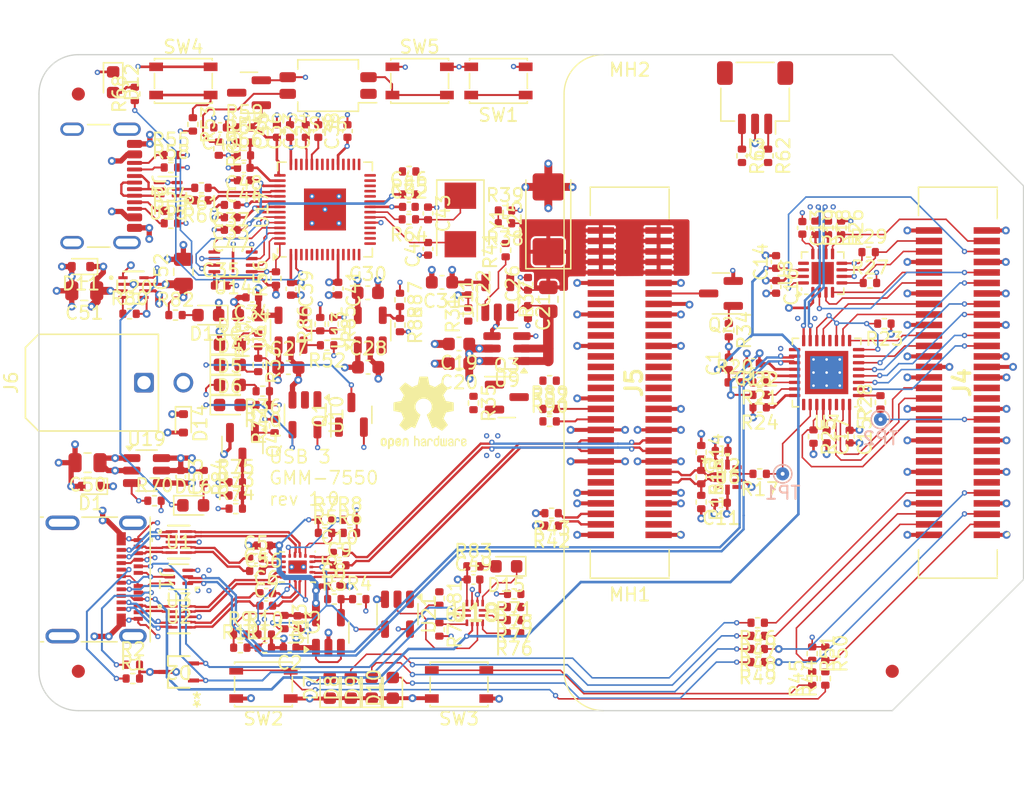
<source format=kicad_pcb>
(kicad_pcb (version 20241229) (generator "pcbnew") (generator_version "9.0")
  (layers (0 "F.Cu" signal) (4 "In1.Cu" power) (6 "In2.Cu" mixed) (2 "B.Cu" signal) (13 "F.Paste" user) (5 "F.SilkS" user "F.Silkscreen") (1 "F.Mask" user) (3 "B.Mask" user) (25 "Edge.Cuts" user))
  (net 0 "")
  (net 1 "GND")
  (net 2 "+2V5")
  (net 3 "+3.3V")
  (net 4 "VBUS_TRGT")
  (net 5 "Net-(D3-A)")
  (net 6 "Net-(D4-K)")
  (net 7 "Net-(D4-A)")
  (net 8 "+1V1")
  (net 9 "/RP2040/ADC_AVDD")
  (net 10 "/RP2040/VREG_IN")
  (net 11 "+5V")
  (net 12 "/GMM-7550/VIN")
  (net 13 "VIO_2V5")
  (net 14 "/GMM-7550/GMM_NRST")
  (net 15 "Net-(D5-A)")
  (net 16 "Net-(D6-K)")
  (net 17 "Net-(D6-A)")
  (net 18 "Net-(D7-A)")
  (net 19 "Net-(D8-A)")
  (net 20 "Net-(D9-A)")
  (net 21 "Net-(D10-A)")
  (net 22 "Net-(D12-A)")
  (net 23 "Net-(D13-A)")
  (net 24 "Net-(J1-SBU1)")
  (net 25 "Net-(J1-SBU2)")
  (net 26 "Net-(J3-Pin_1)")
  (net 27 "/GMM-7550/CLKI_N")
  (net 28 "Net-(J3-Pin_3)")
  (net 29 "/GMM-7550/CLKI_P")
  (net 30 "VSW_1V8")
  (net 32 "/USB3/T1C_N")
  (net 33 "/USB3/T1_N")
  (net 34 "/USB3/T1_P")
  (net 35 "/USB3/T1C_P")
  (net 36 "CLK25M")
  (net 37 "SDA")
  (net 38 "SCL")
  (net 39 "SCLK")
  (net 40 "SD0")
  (net 41 "NSS")
  (net 42 "SD2")
  (net 43 "SD1")
  (net 44 "SD3")
  (net 45 "/USB3/T2_N")
  (net 46 "CFG_NFAILED")
  (net 47 "CFG_DONE")
  (net 48 "TDI")
  (net 49 "TDO")
  (net 50 "TCK")
  (net 51 "TMS")
  (net 52 "/GMM-7550/GMM_NOFF")
  (net 53 "/GMM-7550/GMM_NMR")
  (net 54 "/USB3/T2C_N")
  (net 55 "/USB3/T2_P")
  (net 56 "/USB3/T2C_P")
  (net 57 "/USB3/APR_N")
  (net 58 "AP_RX_N")
  (net 59 "AP_RX_P")
  (net 60 "PD_DISCH")
  (net 61 "/USB3/APR_P")
  (net 62 "Net-(U8-VTRM)")
  (net 63 "Net-(U7-VDD1.8)")
  (net 64 "/USB1_2/USB_3V3")
  (net 65 "Net-(U11-+)")
  (net 66 "ADC_I")
  (net 67 "/GMM-7550 IO/IO_SB_B8")
  (net 68 "/GMM-7550 IO/IO_SB_B3")
  (net 69 "/GMM-7550 IO/IO_SB_B2")
  (net 70 "DCDC_OFF")
  (net 71 "M_RST")
  (net 72 "/RP2040/RP_QSPI_SS")
  (net 73 "/RP2040/RP_RUN")
  (net 74 "Net-(R69-Pad1)")
  (net 75 "PWR_EN")
  (net 76 "ADC_V")
  (net 77 "Net-(U17-XIN)")
  (net 78 "/RP2040/RP_QSPI_D1")
  (net 79 "/RP2040/RP_QSPI_D2")
  (net 80 "/RP2040/RP_QSPI_D0")
  (net 81 "/RP2040/RP_QSPI_SCLK")
  (net 82 "/RP2040/RP_QSPI_D3")
  (net 83 "Net-(C43-Pad2)")
  (net 84 "VBUS_INST")
  (net 85 "/RP2040/RP_LED_G")
  (net 86 "CON_CC2")
  (net 88 "CON_CC1")
  (net 89 "/USB3/J1_R2_P")
  (net 90 "/USB3/J1_D_P")
  (net 91 "/USB3/J1_T2_N")
  (net 92 "/USB3/J1_R2_N")
  (net 93 "/USB3/J1_D_N")
  (net 94 "/USB3/J1_T1_N")
  (net 95 "/USB3/J1_T2_P")
  (net 96 "/USB3/J1_T1_P")
  (net 97 "/USB3/J1_R1_N")
  (net 98 "/USB3/J1_R1_P")
  (net 99 "Net-(J2-CC1)")
  (net 100 "Net-(J2-CC2)")
  (net 101 "Net-(J2-SBU2)")
  (net 102 "Net-(J2-SBU1)")
  (net 103 "/RP2040/J2_D_N")
  (net 104 "/RP2040/J2_D_P")
  (net 105 "USB1_OE_N")
  (net 106 "IO_SB_A5")
  (net 107 "ULPI_RST_N")
  (net 108 "ULPI_NXT")
  (net 109 "IO_SB_A1")
  (net 110 "PD_SCL")
  (net 111 "ULPI_D6")
  (net 112 "ULPI_D5")
  (net 113 "ULPI_D7")
  (net 114 "ULPI_STP")
  (net 115 "ULPI_D1")
  (net 116 "ULPI_CLK")
  (net 117 "ULPI_D4")
  (net 118 "USB1_RCV")
  (net 119 "USB1_VM")
  (net 120 "ULPI_DIR")
  (net 121 "PD_SDA")
  (net 122 "ULPI_D0")
  (net 123 "USB1_BUSDET")
  (net 124 "USB1_CON")
  (net 125 "ULPI_D3")
  (net 126 "ULPI_D2")
  (net 127 "USB1_SUS")
  (net 128 "USB1_VP")
  (net 129 "PD_ALERT_N")
  (net 130 "REFCLK_N")
  (net 132 "AP_TX_P")
  (net 133 "REFCLK_P")
  (net 136 "AP_TX_N")
  (net 137 "Net-(Q4-D)")
  (net 138 "/USB PD/PD_SRC")
  (net 139 "Net-(D16-K)")
  (net 140 "Net-(U4-ADJ)")
  (net 141 "Net-(U5-CNFG_A1)")
  (net 142 "Net-(U5-CNFG_B1)")
  (net 143 "Net-(U5-CNFG_A2)")
  (net 144 "Net-(U5-CNFG_B2)")
  (net 145 "A_B_SIDE")
  (net 146 "/USB1_2/CLK24M")
  (net 147 "Net-(U6-R)")
  (net 148 "/USB1_2/USB1_RD_N")
  (net 149 "/USB1_2/USB1_D_N")
  (net 150 "/USB1_2/USB1_D_P")
  (net 151 "/USB1_2/USB1_RD_P")
  (net 152 "Net-(R20-Pad2)")
  (net 153 "Net-(U7-VBUS)")
  (net 154 "Net-(U7-ID)")
  (net 155 "Net-(U7-REFSEL0)")
  (net 156 "Net-(U7-RBIAS)")
  (net 157 "Net-(U7-CLKOUT)")
  (net 158 "Net-(R41-Pad1)")
  (net 159 "Net-(R44-Pad1)")
  (net 160 "Net-(R45-Pad1)")
  (net 161 "Net-(U12-EN)")
  (net 162 "Net-(R53-Pad1)")
  (net 163 "/RP2040/RP_D_P")
  (net 164 "/RP2040/U15_D_P")
  (net 165 "/RP2040/U15_D_N")
  (net 166 "/RP2040/RP_D_N")
  (net 167 "Net-(U17-SWCLK)")
  (net 168 "Net-(U17-SWD)")
  (net 169 "Net-(U17-XOUT)")
  (net 170 "/USB3/R1_N")
  (net 171 "/USB3/R1_P")
  (net 172 "/USB3/R2_P")
  (net 173 "/USB3/R2_N")
  (net 174 "USB2_D_P")
  (net 175 "USB2_D_N")
  (net 185 "Net-(U12-ADJ)")
  (net 186 "Net-(U13-ADJ)")
  (net 194 "/GMM-7550 IO/IO_SB_B6")
  (net 195 "/GMM-7550 IO/IO_SB_A3")
  (net 197 "Net-(D15-A)")
  (net 198 "Net-(D16-A)")
  (net 199 "/GMM-7550 IO/IO_SB_A8")
  (net 201 "PD_EN_N")
  (net 202 "PD_SRC_EN")
  (net 203 "Net-(U18-PORT{slash}DEBUG_N)")
  (net 204 "Net-(U20-~{ON})")
  (net 205 "Net-(U18-ADDR{slash}ORIENT)")
  (footprint "Package_DFN_QFN:QFN-56-1EP_7x7mm_P0.4mm_EP3.2x3.2mm" (layer "F.Cu") (at 81.7875 61.8 90)
    (property "Reference" "U17")
    (property "Value" "RP2040")
  )
  (footprint "Capacitor_SMD:C_0402_1005Metric" (layer "F.Cu") (at 70.8 82.17 -90)
    (property "Reference" "C53")
    (property "Value" "1.0uF")
  )
  (footprint "LED_SMD:LED_0603_1608Metric" (layer "F.Cu") (at 86.95 98.2625 90)
    (property "Reference" "D10")
    (property "Value" "150060VS55040")
  )
  (footprint "Package_SON:Winbond_USON-8-1EP_3x2mm_P0.5mm_EP0.2x1.6mm" (layer "F.Cu") (at 74.7825 65.7925 180)
    (property "Reference" "U14")
    (property "Value" "MX25R1635FZU")
  )
  (footprint "Capacitor_SMD:C_0402_1005Metric" (layer "F.Cu") (at 76.25 68.5 180)
    (property "Reference" "C34")
    (property "Value" "0.1uF")
  )
  (footprint "Capacitor_SMD:C_0402_1005Metric" (layer "F.Cu") (at 81.275 55.82 90)
    (property "Reference" "C24")
    (property "Value" "DNI")
  )
  (footprint "Resistor_SMD:R_0402_1005Metric" (layer "F.Cu") (at 114.75 96.3 180)
    (property "Reference" "R49")
    (property "Value" "75")
  )
  (footprint "Package_DFN_QFN:ST_UQFN-6L_1.5x1.7mm_P0.5mm" (layer "F.Cu") (at 70.65 89.8 180)
    (property "Reference" "U3")
    (property "Value" "ECMF02-2AMX6")
  )
  (footprint "Capacitor_SMD:C_0402_1005Metric" (layer "F.Cu") (at 82.9 88.92)
    (property "Reference" "C9")
    (property "Value" "0.1uF")
  )
  (footprint "Package_TO_SOT_SMD:SOT-23" (layer "F.Cu") (at 75.5 79.75 -90)
    (property "Reference" "Q4")
    (property "Value" "NX6008NBK")
  )
  (footprint "Resistor_SMD:R_0402_1005Metric" (layer "F.Cu") (at 96.19 92.1 180)
    (property "Reference" "R78")
    (property "Value" "10k")
  )
  (footprint "Resistor_SMD:R_0402_1005Metric" (layer "F.Cu") (at 66.9 69.75)
    (property "Reference" "R80")
    (property "Value" "0")
  )
  (footprint "Resistor_SMD:R_0402_1005Metric" (layer "F.Cu") (at 70.05 57.65)
    (property "Reference" "R55")
    (property "Value" "DNI")
  )
  (footprint "Resistor_SMD:R_0402_1005Metric" (layer "F.Cu") (at 99.05 84.95 180)
    (property "Reference" "R43")
    (property "Value" "10k")
  )
  (footprint "LED_SMD:LED_0603_1608Metric" (layer "F.Cu") (at 74.5375 73.64)
    (property "Reference" "D4")
    (property "Value" "150060VS55040")
  )
  (footprint "Resistor_SMD:R_0402_1005Metric" (layer "F.Cu") (at 112.55 71 -90)
    (property "Reference" "R34")
    (property "Value" "10k")
  )
  (footprint "Resistor_SMD:R_0402_1005Metric" (layer "F.Cu") (at 72.55 82.2 -90)
    (property "Reference" "R84")
    (property "Value" "301")
  )
  (footprint "Fiducial:Fiducial_1mm_Mask2mm" (layer "F.Cu") (at 125 97)
    (property "Reference" "FID2" (hide yes))
    (property "Value" "Fiducial")
  )
  (footprint "Resistor_SMD:R_0402_1005Metric" (layer "F.Cu") (at 98.9 77.95)
    (property "Reference" "R90")
    (property "Value" "15")
  )
  (footprint "Resistor_SMD:R_0402_1005Metric" (layer "F.Cu") (at 75.61 57.675)
    (property "Reference" "R66")
    (property "Value" "0")
  )
  (footprint "Fiducial:Fiducial_1mm_Mask2mm" (layer "F.Cu") (at 63 53)
    (property "Reference" "FID1" (hide yes))
    (property "Value" "Fiducial")
  )
  (footprint "Resistor_SMD:R_0402_1005Metric" (layer "F.Cu") (at 82.425 70.535 -90)
    (property "Reference" "R85")
    (property "Value" "6.19k")
  )
  (footprint "Resistor_SMD:R_0402_1005Metric" (layer "F.Cu") (at 77.95 78.3 90)
    (property "Reference" "R72")
    (property "Value" "10k")
  )
  (footprint "Capacitor_SMD:C_0805_2012Metric" (layer "F.Cu") (at 71 66.55 90)
    (property "Reference" "C52")
    (property "Value" "10uF")
  )
  (footprint "Resistor_SMD:R_0402_1005Metric" (layer "F.Cu") (at 110.45 80.3 -90)
    (property "Reference" "R14")
    (property "Value" "5.1k")
  )
  (footprint "Capacitor_SMD:C_0402_1005Metric" (layer "F.Cu") (at 114.4 73.53 180)
    (property "Reference" "C18")
    (property "Value" "1.0uF")
  )
  (footprint "MountingHole:MountingHole_3.2mm_M3_ISO7380" (layer "F.Cu") (at 105 55)
    (property "Reference" "MH2")
    (property "Value" "3.2mm")
  )
  (footprint "Resistor_SMD:R_0402_1005Metric" (layer "F.Cu") (at 123.3 67.4)
    (property "Reference" "R27")
    (property "Value" "1k")
  )
  (footprint "Connector_USB:USB_C_Receptacle_GCT_USB4105-xx-A_16P_TopMnt_Horizontal" (layer "F.Cu") (at 63.6 60 -90)
    (property "Reference" "J2")
    (property "Value" "USB_C_Receptacle_USB2.0")
  )
  (footprint "Resistor_SMD:R_0402_1005Metric" (layer "F.Cu") (at 88.1775 62.55 180)
    (property "Reference" "R64")
    (property "Value" "1k")
  )
  (footprint "Resistor_SMD:R_0402_1005Metric" (layer "F.Cu") (at 93.1 76.55 -90)
    (property "Reference" "R35")
    (property "Value" "10k")
  )
  (footprint "LED_SMD:LED_0603_1608Metric" (layer "F.Cu") (at 65.65 52.1 -90)
    (property "Reference" "D12")
    (property "Value" "150060VS55040")
  )
  (footprint "Diode_SMD:D_SOD-523" (layer "F.Cu") (at 71 78.1 -90)
    (property "Reference" "D14")
    (property "Value" "CEZ6V2")
  )
  (footprint "Capacitor_SMD:C_0402_1005Metric" (layer "F.Cu") (at 111.95 84.158701 180)
    (property "Reference" "C11")
    (property "Value" "0.01uF")
  )
  (footprint "Resistor_SMD:R_0402_1005Metric" (layer "F.Cu") (at 124.1 76.5 90)
    (property "Reference" "R28")
    (property "Value" "27.4")
  )
  (footprint "Resistor_SMD:R_0402_1005Metric" (layer "F.Cu") (at 81.95 72.15 180)
    (property "Reference" "R52")
    (property "Value" "1k")
  )
  (footprint "Resistor_SMD:R_0402_1005Metric" (layer "F.Cu") (at 113 74.98)
    (property "Reference" "R20")
    (property "Value" "10k")
  )
  (footprint "Resistor_SMD:R_0402_1005Metric" (layer "F.Cu") (at 119 79.11 -90)
    (property "Reference" "R25")
    (property "Value" "1k")
  )
  (footprint "Capacitor_SMD:C_0402_1005Metric" (layer "F.Cu") (at 112.55 73.53 90)
    (property "Reference" "C1")
    (property "Value" "0.1uF")
  )
  (footprint "Resistor_SMD:R_0402_1005Metric" (layer "F.Cu") (at 95.5 61.88)
    (property "Reference" "R39")
    (property "Value" "100k")
  )
  (footprint "Symbol:OSHW-Logo2_7.3x6mm_SilkScreen" (layer "F.Cu") (at 89.3 77.3)
    (property "Reference" "REF**" (hide yes))
    (property "Value" "OSHW-Logo2_7.3x6mm_SilkScreen" (hide yes))
  )
  (footprint "Capacitor_SMD:C_0603_1608Metric" (layer "F.Cu") (at 79 73.85)
    (property "Reference" "C27")
    (property "Value" "2.2uF")
  )
  (footprint "usb3-gmm7550:UQFN10L_1P4X2P25X0P4_STM" (layer "F.Cu") (at 70.65 87.15)
    (property "Reference" "U1")
    (property "Value" "ECMF4-40A100N10")
  )
  (footprint "Package_TO_SOT_SMD:SOT-23-6" (layer "F.Cu") (at 95.65 72.4 180)
    (property "Reference" "U9")
    (property "Value" "SiP32510")
  )
  (footprint "Capacitor_SMD:C_0603_1608Metric" (layer "F.Cu") (at 92 73.55 180)
    (property "Reference" "C20")
    (property "Value" "2.2uF")
  )
  (footprint "MountingHole:MountingHole_3.2mm_M3_ISO7380" (layer "F.Cu") (at 105 95)
    (property "Reference" "MH1")
    (property "Value" "3.2mm")
  )
  (footprint "Resistor_SMD:R_0402_1005Metric" (layer "F.Cu") (at 67.3 52.99 90)
    (property "Reference" "R68")
    (property "Value" "75")
  )
  (footprint "Resistor_SMD:R_0402_1005Metric" (layer "F.Cu") (at 76.7 71.75 90)
    (property "Reference" "R30")
    (property "Value" "75")
  )
  (footprint "Resistor_SMD:R_0402_1005Metric" (layer "F.Cu") (at 70.05 58.6)
    (property "Reference" "R58")
    (property "Value" "5.1k")
  )
  (footprint "Resistor_SMD:R_0402_1005Metric" (layer "F.Cu") (at 73.7 57.16 -90)
    (property "Reference" "R69")
    (property "Value" "1k")
  )
  (footprint "Fiducial:Fiducial_1mm_Mask2mm" (layer "F.Cu") (at 63 97)
    (property "Reference" "FID3" (hide yes))
    (property "Value" "Fiducial")
  )
  (footprint "Resistor_SMD:R_0402_1005Metric" (layer "F.Cu") (at 77.05 75.65 180)
    (property "Reference" "R36")
    (property "Value" "100")
  )
  (footprint "Capacitor_SMD:C_0402_1005Metric" (layer "F.Cu") (at 79.7 93.25 -90)
    (property "Reference" "C3")
    (property "Value" "1.0uF")
  )
  (footprint "Package_TO_SOT_SMD:TSOT-23-6" (layer "F.Cu") (at 68.2 81.7)
    (property "Reference" "U19")
    (property "Value" "SiP32508DT")
  )
  (footprint "Resistor_SMD:R_0402_1005Metric" (layer "F.Cu") (at 76.7 73.65 -90)
    (property "Reference" "R33")
    (property "Value" "75")
  )
  (footprint "Diode_SMD:D_SOD-523" (layer "F.Cu") (at 63.95 82.9 180)
    (property "Reference" "D1")
    (property "Value" "CEZ6V2")
  )
  (footprint "Capacitor_SMD:C_0402_1005Metric" (layer "F.Cu") (at 92.7 67.83 -90)
    (property "Reference" "C22")
    (property "Value" "0.1uF")
  )
  (footprint "Capacitor_SMD:C_0603_1608Metric" (layer "F.Cu") (at 75.95 69.85 180)
    (property "Reference" "C29")
    (property "Value" "2.2uF")
  )
  (footprint "Capacitor_SMD:C_0402_1005Metric" (layer "F.Cu") (at 89.6375 62.1 -90)
    (property "Reference" "C43")
    (property "Value" "27pF")
  )
  (footprint "Package_DFN_QFN:QFN-16-1EP_3x3mm_P0.5mm_EP1.7x1.7mm" (layer "F.Cu") (at 119.7 66.65 90)
    (property "Reference" "U8")
    (property "Value" "STUSB03E")
  )
  (footprint "Capacitor_SMD:C_0402_1005Metric" (layer "F.Cu") (at 89.6375 64.8 90)
    (property "Reference" "C42")
    (property "Value" "27pF")
  )
  (footprint "Capacitor_SMD:C_0402_1005Metric" (layer "F.Cu") (at 74.605 61.45 180)
    (property "Reference" "C37")
    (property "Value" "0.1uF")
  )
  (footprint "Button_Switch_SMD:SW_SPST_PTS810" (layer "F.Cu") (at 92 98 180)
    (property "Reference" "SW3")
    (property "Value" "SW_Push")
  )
  (footprint "Resistor_SMD:R_0402_1005Metric" (layer "F.Cu") (at 72.375 61.1 180)
    (property "Reference" "R60")
    (property "Value" "27.4")
  )
  (footprint "Button_Switch_SMD:SW_SPST_PTS810" (layer "F.Cu") (at 71 52)
    (property "Reference" "SW4")
    (property "Value" "SW_Push")
  )
  (footprint "Capacitor_SMD:C_0402_1005Metric" (layer "F.Cu") (at 74.605 63.35 180)
    (property "Reference" "C47")
    (property "Value" "0.1uF")
  )
  (footprint "Resistor_SMD:R_0402_1005Metric" (layer "F.Cu") (at 81.425 70.54 90)
    (property "Reference" "R86")
    (property "Value" "2k")
  )
  (footprint "Capacitor_SMD:C_0402_1005Metric" (layer "F.Cu") (at 79.125 55.82 90)
    (property "Reference" "C36")
    (property "Value" "0.1uF")
  )
  (footprint "Resistor_SMD:R_0402_1005Metric" (layer "F.Cu") (at 96.2 91.1 180)
    (property "Reference" "R71")
    (property "Value" "10k")
  )
  (footprint "LED_SMD:LED_0603_1608Metric" (layer "F.Cu") (at 71.75 84.35)
    (property "Reference" "D16")
    (property "Value" "150060VS55040")
  )
  (footprint "Resistor_SMD:R_0402_1005Metric" (layer "F.Cu") (at 82.5 91.5)
    (property "Reference" "R3")
    (property "Value" "10k")
  )
  (footprint "Capacitor_SMD:C_0402_1005Metric" (layer "F.Cu") (at 121.75 79.11 -90)
    (property "Reference" "C15")
    (property "Value" "0.1uF")
  )
  (footprint "Button_Switch_SMD:SW_DIP_SPSTx02_Slide_Omron_A6H-2101_W6.15mm_P1.27mm" (layer "F.Cu") (at 82.025 52.35 180)
    (property "Reference" "SW6")
    (property "Value" "SW_DIP_x02")
  )
  (footprint "Capacitor_SMD:C_0603_1608Metric" (layer "F.Cu") (at 92 72.05 180)
    (property "Reference" "C19")
    (property "Value" "2.2uF")
  )
  (footprint "Resistor_SMD:R_0402_1005Metric" (layer "F.Cu") (at 78.7 93.25 -90)
    (property "Reference" "R13")
    (property "Value" "10k")
  )
  (footprint "Capacitor_SMD:C_0805_2012Metric" (layer "F.Cu") (at 63.45 68 180)
    (property "Reference" "C51")
    (property "Value" "10uF")
  )
  (footprint "Resistor_SMD:R_0402_1005Metric" (layer "F.Cu") (at 110.45 84.1 -90)
    (property "Reference" "R16")
    (property "Value" "5.1k")
  )
  (footprint "Capacitor_SMD:C_0603_1608Metric" (layer "F.Cu") (at 85.05 68.15)
    (property "Reference" "C30")
    (property "Value" "2.2uF")
  )
  (footprint "Resistor_SMD:R_0402_1005Metric" (layer "F.Cu") (at 74.99 84.6)
    (property "Reference" "R74")
    (property "Value" "1k")
  )
  (footprint "Diode_SMD:D_SOD-523" (layer "F.Cu") (at 63.2 66.15 180)
    (property "Reference" "D11")
    (property "Value" "CEZ6V2")
  )
  (footprint "Resistor_SMD:R_0402_1005Metric" (layer "F.Cu") (at 95.55 64.9 90)
    (property "Reference" "R41")
    (property "Value" "75")
  )
  (footprint "Capacitor_SMD:C_0402_1005Metric" (layer "F.Cu") (at 78.125 55.82 90)
    (property "Reference" "C45")
    (property "Value" "0.01uF")
  )
  (footprint "Resistor_SMD:R_0402_1005Metric" (layer "F.Cu") (at 99.05 85.9 180)
    (property "Reference" "R42")
    (property "Value" "10k")
  )
  (footprint "Resistor_SMD:R_0402_1005Metric" (layer "F.Cu") (at 77.2 95.2)
    (property "Reference" "R12")
    (property "Value" "DNI")
  )
  (footprint "LED_SMD:LED_0603_1608Metric" (layer "F.Cu") (at 82.15 98.2625 90)
    (property "Reference" "D7")
    (property "Value" "150060VS55040")
  )
  (footprint "Resistor_SMD:R_0402_1005Metric" (layer "F.Cu") (at 98.9 74.85 180)
    (property "Reference" "R32")
    (property "Value" "10k")
  )
  (footprint "Resistor_SMD:R_0402_1005Metric" (layer "F.Cu") (at 84.4 91.5)
    (property "Reference" "R4")
    (property "Value" "8.06k")
  )
  (footprint "Resistor_SMD:R_0402_1005Metric" (layer "F.Cu") (at 93.1 89)
    (property "Reference" "R83")
    (property "Value" "100")
  )
  (footprint "Resistor_SMD:R_0402_1005Metric" (layer "F.Cu") (at 70.05 62.85)
    (property "Reference" "R57")
    (property "Value" "5.1k")
  )
  (footprint "Capacitor_SMD:C_0402_1005Metric" (layer "F.Cu") (at 82.8 67.83 -90)
    (property "Reference" "C41")
    (property "Value" "0.1uF")
  )
  (footprint "Capacitor_SMD:C_0402_1005Metric" (layer "F.Cu") (at 83.5 55.82 90)
    (property "Reference" "C38")
    (property "Value" "0.1uF")
  )
  (footprint "usb3-gmm7550:OnSemi_X2QFN-12_1.6x1.6mm" (layer "F.Cu") (at 93.2 92.55)
    (property "Reference" "U18")
    (property "Value" "FUSB303BTMX" (hide yes))
  )
  (footprint "Amphenol:10144517-061802LF" (layer "F.Cu") (at 130 75 -90)
    (property "Reference" "J4")
    (property "Value" "10144517-061802LF" (hide yes))
  )
  (footprint "LED_SMD:LED_0603_1608Metric" (layer "F.Cu") (at 74.5375 75.17)
    (property "Reference" "D5")
    (property "Value" "HSMA-C197")
  )
  (footprint "Resistor_SMD:R_0402_1005Metric" (layer "F.Cu") (at 68.8 84)
    (property "Reference" "R70")
    (property "Value" "10k")
  )
  (footprint "Capacitor_SMD:C_0402_1005Metric" (layer "F.Cu") (at 93.1 90)
    (property "Reference" "C49")
    (property "Value" "1.0uF")
  )
  (footprint "Package_DFN_QFN:ST_UQFN-6L_1.5x1.7mm_P0.5mm" (layer "F.Cu") (at 69.8375 60.25 180)
    (property "Reference" "U15")
    (property "Value" "ECMF02-2AMX6")
  )
  (footprint "Connector_JST:JST_SH_SM03B-SRSS-TB_1x03-1MP_P1.00mm_Horizontal" (layer "F.Cu") (at 114.55 53.275 180)
    (property "Reference" "J3")
    (property "Value" "SWD")
  )
  (footprint "Resistor_SMD:R_0402_1005Metric" (layer "F.Cu") (at 77.2 94.2)
    (property "Reference" "R10")
    (property "Value" "DNI")
  )
  (footprint "Capacitor_SMD:C_0402_1005Metric" (layer "F.Cu") (at 77.09 87.41 180)
    (property "Reference" "C56")
    (property "Value" "0.01uF")
  )
  (footprint "Capacitor_SMD:C_0805_2012Metric" (layer "F.Cu") (at 63.7 81.1 180)
    (property "Reference" "C50")
    (property "Value" "10uF")
  )
  (footprint "Resistor_SMD:R_0402_1005Metric" (layer "F.Cu") (at 67.15 97.55)
    (property "Reference" "R1")
    (property "Value" "DNI")
  )
  (footprint "Button_Switch_SMD:SW_SPST_PTS810" (layer "F.Cu") (at 95 52 180)
    (property "Reference" "SW1")
    (property "Value" "SW_Push")
  )
  (footprint "usb3-gmm7550:SOT-SC70_DCK_TEX" (layer "F.Cu") (at 70.65 97.05 180)
    (property "Reference" "D2")
    (property "Value" "PESD752DCKR")
  )
  (footprint "Package_TO_SOT_SMD:SOT-23-5" (layer "F.Cu") (at 79.2 71 90)
    (property "Reference" "U12")
    (property "Value" "AP7330")
  )
  (footprint "Resistor_SMD:R_0402_1005Metric" (layer "F.Cu") (at 114.75 94.3 180)
    (property "Reference" "R47")
    (property "Value" "75")
  )
  (footprint "Resistor_SMD:R_0402_1005Metric" (layer "F.Cu") (at 75.34 95.2)
    (property "Reference" "R11")
    (property "Value" "DNI")
  )
  (footprint "Capacitor_SMD:C_0402_1005Metric" (layer "F.Cu") (at 74.605 62.4 180)
    (property "Reference" "C33")
    (property "Value" "0.1uF")
  )
  (footprint "Resistor_SMD:R_0402_1005Metric" (layer "F.Cu") (at 95.5 62.85 180)
    (property "Reference" "R38")
    (property "Value" "120k")
  )
  (footprint "Resistor_SMD:R_0402_1005Metric" (layer "F.Cu") (at 118.9 95.65 -90)
    (property "Reference" "R51")
    (property "Value" "10k")
  )
  (footprint "Capacitor_Tantalum_SMD:CP_EIA-6032-28_Kemet-C" (layer "F.Cu") (at 98.8 62.55 90)
    (property "Reference" "C25")
    (property "Value" "47uF, 16V")
  )
  (footprint "Resistor_SMD:R_0402_1005Metric" (layer "F.Cu") (at 121.1 63.2 -90)
    (property "Reference" "R26")
    (property "Value" "10k")
  )
  (footprint "Capacitor_SMD:C_0402_1005Metric" (layer "F.Cu") (at 77.31 91.05)
    (property "Reference" "C6")
    (property "Value" "0.1uF")
  )
  (footprint "Resistor_SMD:R_0402_1005Metric" (layer "F.Cu") (at 110.45 82.2 -90)
    (property "Reference" "R15")
    (property "Value" "100")
  )
  (footprint "LED_SMD:LED_0603_1608Metric" (layer "F.Cu") (at 83.75 98.2625 90)
    (property "Reference" "D8")
    (property "Value" "150060VS55040")
  )
  (footprint "Resistor_SMD:R_0402_1005Metric" (layer "F.Cu") (at 87.5 68.69 -90)
    (property "Reference" "R87")
    (property "Value" "3.57k")
  )
  (footprint "Package_TO_SOT_SMD:SOT-23" (layer "F.Cu") (at 83.8 77.45 90)
    (property "Reference" "Q1")
    (property "Value" "NX6008NBK")
  )
  (footprint "Resistor_SMD:R_0402_1005Metric" (layer "F.Cu") (at 98.9 77)
    (property "Reference" "R89")
    (property "Value" "15")
  )
  (footprint "Connector_Molex:Molex_Micro-Fit_3.0_43045-0200_2x01_P3.00mm_Horizontal" (layer "F.Cu") (at 68 75 90)
    (property "Reference" "J6")
    (property "Value" "DNI")
  )
  (footprint "Capacitor_SMD:C_0402_1005Metric" (layer "F.Cu") (at 75.6 58.625 180)
    (property "Reference" "C48")
    (property "Value" "1.0uF")
  )
  (footprint "Resistor_SMD:R_0402_1005Metric" (layer "F.Cu") (at 71.725 55.315 -90)
    (property "Reference" "R53")
    (property "Value" "1k")
  )
  (footprint "Capacitor_SMD:C_0402_1005Metric" (layer "F.Cu") (at 79.2 67.85 -90)
    (property "Reference" "C39")
    (property "Value" "0.1uF")
  )
  (footprint "Resistor_SMD:R_0402_1005Metric" (layer "F.Cu") (at 113.55 57.71 -90)
    (property "Reference" "R63")
    (property "Value" "100")
  )
  (footprint "Resistor_SMD:R_0402_1005Metric" (layer "F.Cu") (at 67.15 96.5)
    (property "Reference" "R2")
    (property "Value" "DNI")
  )
  (footprint "Capacitor_SMD:C_0402_1005Metric" (layer "F.Cu") (at 97.25 69.6125 -90)
    (property "Reference" "C21")
    (property "Value" "0.1uF")
  )
  (footprint "Package_DFN_QFN:QFN-32-1EP_5x5mm_P0.5mm_EP3.3x3.3mm_ThermalVias" (layer "F.Cu") (at 120 74.23 180)
    (property "Reference" "U7")
    (property "Value" "USB3340")
  )
  (footprint "Capacitor_SMD:C_0402_1005Metric" (layer "F.Cu") (at 82.45 90.5)
    (property "Reference" "C8")
    (property "Value" "0.1uF")
  )
  (footprint "Resistor_SMD:R_0402_1005Metric" (layer "F.Cu") (at 114.9 81.95 180)
    (property "Reference" "R17")
    (property "Value" "27.4")
  )
  (footprint "LED_SMD:LED_0603_1608Metric" (layer "F.Cu") (at 85.35 98.2625 90)
    (property "Reference" "D9")
    (property "Value" "150060VS55040")
  )
  (footprint "Resistor_SMD:R_0402_1005Metric" (layer "F.Cu") (at 96.19 94.1 180)
    (property "Reference" "R76")
    (property "Value" "10k")
  )
  (footprint "Capacitor_SMD:C_0402_1005Metric" (layer "F.Cu") (at 76.53 89.35)
    (property "Reference" "C4")
    (property "Value" "0.1uF")
  )
  (footprint "Resistor_SMD:R_0402_1005Metric" (layer "F.Cu") (at 124.4 70.5 180)
    (property "Reference" "R23")
    (property "Value" "10k")
  )
  (footprint "Resistor_SMD:R_0402_1005Metric" (layer "F.Cu") (at 123.2 65.05)
    (property "Reference" "R29")
    (property "Value" "10k")
  )
  (footprint "usb3-gmm7550:SOT-5X3_DRL_TEX" (layer "F.Cu") (at 67.2 67.75)
    (property "Reference" "U20")
    (property "Value" "LM66200DRLR")
  )
  (footprint "Capacitor_SMD:C_0402_1005Metric" (layer "F.Cu") (at 112 80.2 180)
    (property "Reference" "C12")
    (property "Value" "0.1uF")
  )
  (footprint "Resistor_SMD:R_0402_1005Metric" (layer "F.Cu") (at 70.4 69.85)
    (property "Reference" "R82")
    (property "Value" "301")
  )
  (footprint "Resistor_SMD:R_0402_1005Metric" (layer "F.Cu") (at 90.5 93.81 -90)
    (property "Reference" "R79")
    (property "Value" "DNI")
  )
  (footprint "Capacitor_SMD:C_0402_1005Metric" (layer "F.Cu") (at 79.1 95.2 180)
    (property "Reference" "C2")
    (property "Value" "1.0uF")
  )
  (footprint "Capacitor_SMD:C_0402_1005Metric" (layer "F.Cu") (at 76.53 88.4)
    (property "Reference" "C5")
    (property "Value" "0.1uF")
  )
  (footprint "Resistor_SMD:R_0402_1005Metric" (layer "F.Cu") (at 81.79 86.45)
    (property "Reference" "R5")
    (property "Value" "DNI")
  )
  (footprint "Resistor_SMD:R_0402_1005Metric" (layer "F.Cu") (at 88.2 58.9 180)
    (property "Reference" "R65")
    (property "Value" "10k")
  )
  (footprint "Resistor_SMD:R_0805_2012Metric" (layer "F.Cu") (at 98.8 68.65 90)
    (property "Reference" "R37")
    (property "Value" "0.02")
  )
  (footprint "Package_TO_SOT_SMD:SOT-23-5" (layer "F.Cu") (at 85.2375 71 90)
    (property "Reference" "U13")
    (property "Value" "AP7330")
  )
  (footprint "Button_Switch_SMD:SW_SPST_PTS810" (layer "F.Cu") (at 77.1 98 180)
    (property "Reference" "SW2")
    (property "Value" "SW_Push")
  )
  (footprint "Crystal:Crystal_SMD_5032-2Pin_5.0x3.2mm" (layer "F.Cu") (at 92.1 62.6 -90)
    (property "Reference" "Y1")
    (property "Value" "445I23D12M00000")
  )
  (footprint "Resistor_SMD:R_0402_1005Metric" (layer "F.Cu") (at 114.9 75.93)
    (property "Reference" "R22")
    (property "Value" "0")
  )
  (footprint "Resistor_SMD:R_0402_1005Metric" (layer "F.Cu") (at 90.5 91.45 -90)
    (property "Reference" "R81")
    (property "Value" "900k")
  )
  (footprint "Resistor_SMD:R_0402_1005Metric" (layer "F.Cu") (at 92.7 69.8 90)
    (property "Reference" "R31")
    (property "Value" "10k")
  )
  (footprint "Resistor_SMD:R_0402_1005Metric" (layer "F.Cu") (at 75.65 55.55)
    (property "Reference" "R59")
    (property "Value" "1k")
  )
  (footprint "Package_TO_SOT_SMD:SOT-23-5" (layer "F.Cu") (at 94.95 68.5 90)
    (property "Reference" "U11")
    (property "Value" "INA180A2")
  )
  (footprint "Resistor_SMD:R_0402_1005Metric" (layer "F.Cu") (at 115.54 57.71 -90)
    (property "Reference" "R62")
    (property "Value" "100")
  )
  (footprint "Capacitor_SMD:C_0603_1608Metric" (layer "F.Cu") (at 90.7 67.35 180)
    (property "Reference" "C31")
    (property "Value" "2.2uF")
  )
  (footprint "usb3-gmm7550:RSE10" (layer "F.Cu") (at 112.45 82.2)
    (property "Reference" "U6")
    (property "Value" "SN65LVDS4RSER")
  )
  (footprint "Resistor_SMD:R_0402_1005Metric" (layer "F.Cu") (at 75.6 56.7)
    (property "Reference" "R67")
    (property "Value" "DNI")
  )
  (footprint "Capacitor_SMD:C_0402_1005Metric" (layer "F.Cu") (at 116.15 65.8 90)
    (property "Reference" "C14")
    (property "Value" "0.1uF")
  )
  (footprint "Resistor_SMD:R_0402_1005Metric" (layer "F.Cu") (at 70.05 61.9)
    (property "Reference" "R54")
    (property "Value" "DNI")
  )
  (footprint "usb3-gmm7550:UQFN10L_1P4X2P25X0P4_STM" (layer "F.Cu") (at 70.65 92.85)
    (property "Reference" "U2")
    (property "Value" "ECMF4-40A100N10")
  )
  (footprint "Resistor_SMD:R_0402_1005Metric" (layer "F.Cu") (at 75.34 94.2)
    (property "Reference" "R9")
    (property "Value" "DNI")
  )
  (footprint "LED_SMD:LED_0603_1608Metric" (layer "F.Cu") (at 74.5375 72.1)
    (property "Reference" "D3")
    (property "Value" "150060VS55040")
  )
  (footprint "Capacitor_SMD:C_0402_1005Metric" (layer "F.Cu") (at 82.9 87.97)
    (property "Reference" "C10")
    (property "Value" "0.1uF")
  )
  (footprint "Resistor_SMD:R_0402_1005Metric" (layer "F.Cu") (at 118.9 97.55 90)
    (property "Reference" "R45")
    (property "Value" "1k")
  )
  (footprint "Resistor_SMD:R_0402_1005Metric" (layer "F.Cu") (at 87.5 70.61 -90)
    (property "Reference" "R88")
    (property "Value" "1.69k")
  )
  (footprint "Resistor_SMD:R_0402_1005Metric" (layer "F.Cu") (at 74.99 82.6)
    (property "Reference" "R75")
    (property "Value" "1k")
  )
  (footprint "Resistor_SMD:R_0402_1005Metric" (layer "F.Cu") (at 120.1 63.2 -90)
    (property "Reference" "R18")
    (property "Value" "15")
  )
  (footprint "Resistor_SMD:R_0402_1005Metric" (layer "F.Cu") (at 81.79 85.45)
    (property "Reference" "R7")
    (property "Value" "DNI")
  )
  (footprint "Capacitor_SMD:C_0402_1005Metric" (layer "F.Cu") (at 73.85 67.6)
    (property "Reference" "C35")
    (property "Value" "0.1uF")
  )
  (footprint "Capacitor_SMD:C_0603_1608Metric" (layer "F.Cu") (at 85.075 73.825)
    (property "Reference" "C28")
    (property "Value" "2.2uF")
  )
  (footprint "LED_SMD:LED_0603_1608Metric" (layer "F.Cu") (at 74.5375 76.7)
    (property "Reference" "D6")
    (property "Value" "HSMC-C197")
  )
  (footprint "Resistor_SMD:R_0402_1005Metric" (layer "F.Cu") (at 114.75 95.3 180)
    (property "Reference" "R48")
    (property "Value" "75")
  )
  (footprint "Package_TO_SOT_SMD:SOT-23-5" (layer "F.Cu") (at 80.2625 77.45 -90)
    (property "Reference" "U10")
    (property "Value" "74LVC1G07")
  )
  (footprint "Package_TO_SOT_SMD:SOT-23-5" (layer "F.Cu") (at 82.05 94.05 90)
    (property "Reference" "U4")
    (property "Value" "AP7330")
  )
  (footprint "Capacitor_SMD:C_0402_1005Metric" (layer "F.Cu") (at 75.6 59.575 180)
    (property "Reference" "C44")
    (property "Value" "1.0uF")
  )
  (footprint "Capacitor_SMD:C_0402_1005Metric" (layer "F.Cu") (at 77.31 92)
    (property "Reference" "C7")
    (property "Value" "0.1uF")
  )
  (footprint "Resistor_SMD:R_0402_1005Metric" (layer "F.Cu") (at 119.9 97.55 90)
    (property "Reference" "R44")
    (property "Value" "1k")
  )
  (footprint "Package_TO_SOT_SMD:SOT-23" (layer "F.Cu") (at 95.6375 76.1)
    (property "Reference" "Q3")
    (property "Value" "NX6008NBK")
  )
  (footprint "Amphenol:10144517-061802LF" (layer "F.Cu") (at 105 75 -90)
    (property "Reference" "J5")
    (property "Value" "10144517-061802LF" (hide yes))
  )
  (footprint "Package_TO_SOT_SMD:SOT-23-5" (layer "F.Cu") (at 87.3125 92.65 -90)
    (property "Reference" "U21")
    (property "Value" "74LVC1G06")
  )
  (footprint "Capacitor_SMD:C_0402_1005Metric" (layer "F.Cu") (at 116.15 67.7 -90)
    (property "Reference" "C16")
    (property "Value" "0.1uF")
  )
  (footprint "Package_TO_SOT_SMD:SOT-23" (layer "F.Cu") (at 111.95 68.2 180)
    (property "Reference" "Q2")
    (property "Value" "NX6008NBK")
  )
  (footprint "Capacitor_SMD:C_0402_1005Metric" (layer "F.Cu") (at 88.1775 61.6)
    (property "Reference" "C32")
    (property "Value" "0.1uF")
  )
  (footprint "Capacitor_SMD:C_0402_1005Metric" (layer "F.Cu") (at 118.15 63.2 -90)
    (property "Reference" "C13")
    (property "Value" "1.0uF")
  )
  (footprint "Resistor_SMD:R_0402_1005Metric" (layer "F.Cu") (at 74.99 83.6)
    (property "Reference" "R73")
    (property "Value" "1k")
  )
  (footprint "Capacitor_SMD:C_0402_1005Metric" (layer "F.Cu") (at 73.8 55.55 180)
    (property "Reference" "C40")
    (property "Value" "0.1uF")
  )
  (footprint "Resistor_SMD:R_0402_1005Metric" (layer "F.Cu") (at 114.75 93.3 180)
    (property "Reference" "R46")
    (property "Value" "75")
  )
  (footprint "Connector_USB:USB_C_Receptacle_Molex_105450-0101" (layer "F.Cu") (at 64.35 90 -90)
    (property "Reference" "J1")
    (property "Value" "USB_C_Receptacle")
  )
  (footprint "Resistor_SMD:R_0402_1005Metric" (layer "F.Cu") (at 119.15 63.2 -90)
    (property "Reference" "R19")
    (property "Value" "15")
  )
  (footprint "Capacitor_SMD:C_0402_1005Metric" (layer "F.Cu") (at 80.325 55.82 90)
    (property "Reference" "C23")
    (property "Value" "0.01uF")
  )
  (footprint "Capacitor_SMD:C_0402_1005Metric" (layer "F.Cu") (at 97.25 67.4625 90)
    (property "Reference" "C26")
    (property "Value" "0.1uF")
  )
  (footprint "Button_Switch_SMD:SW_SPST_PTS810" (layer "F.Cu") (at 89 52)
    (property "Reference" "SW5")
    (property "Value" "SW_Push")
  )
  (footprint "Resistor_SMD:R_0402_1005Metric" (layer "F.Cu") (at 114.9 76.88 180)
    (property "Reference" "R24")
    (property "Value" "8.06k")
  )
  (footprint "LED_SMD:LED_0603_1608Metric" (layer "F.Cu") (at 95.6 89 180)
    (property "Reference" "D15")
    (property "Value" "HSMA-C197")
  )
  (footprint "Resistor_SMD:R_0402_1005Metric" (layer "F.Cu") (at 72.375 60.15 180)
    (property "Reference" "R61")
    (property "Value" "27.4")
  )
  (footprint "Resistor_SMD:R_0402_1005Metric" (layer "F.Cu") (at 119.9 95.65 -90)
    (property "Reference" "R50")
    (property "Value" "10k")
  )
  (footprint "Resistor_SMD:R_0402_1005Metric" (layer "F.Cu") (at 78.05 67.06 90)
    (property "Reference" "R56")
    (property "Value" "10k")
  )
  (footprint "Capacitor_SMD:C_0402_1005Metric" (layer "F.Cu") (at 120 79.11 -90)
    (property "Reference" "C17")
    (property "Value" "1.0uF")
  )
  (footprint "Resistor_SMD:R_0402_1005Metric" (layer "F.Cu") (at 114.9 74.98 180)
    (property "Reference" "R21")
    (property "Value" "10k")
  )
  (footprint "Resistor_SMD:R_0402_1005Metric" (layer "F.Cu") (at 83.69 85.45)
    (property "Reference" "R8")
    (property "Value" "DNI")
  )
  (footprint "Resistor_SMD:R_0402_1005Metric" (layer "F.Cu") (at 83.69 86.45)
    (property "Reference" "R6")
    (property "Value" "DNI")
  )
  (footprint "Resistor_SMD:R_0402_1005Metric" (layer "F.Cu") (at 77.05 76.7 180)
    (property "Reference" "R40")
    (property "Value" "100")
  )
  (footprint "Resistor_SMD:R_0402_1005Metric" (layer "F.Cu") (at 96.19 93.1 180)
    (property "Reference" "R77")
    (property "Value" "10k")
  )
  (footprint "LED_SMD:LED_0603_1608Metric" (layer "F.Cu") (at 72.9 69.85 180)
    (property "Reference" "D13")
    (property "Value" "150060VS55040")
  )
  (footprint "Package_TO_SOT_SMD:SOT-23" (layer "F.Cu") (at 76 52.9 180)
    (property "Reference" "U16")
    (property "Value" "LM4040DBZ-3")
  )
  (footprint "Capacitor_SMD:C_0402_1005Metric" (layer "F.Cu") (at 88.1775 60.65)
    (property "Reference" "C46")
    (property "Value" "0.1uF")
  )
  (footprint "usb3-gmm7550:Texas_X2QFN-18-1EP_2x2.4mm_P0.4mm_EP1x1.4mm_ThermalVias" (layer "F.Cu") (at 79.7 89.05 -90)
    (property "Reference" "U5")
    (property "Value" "TUSB542")
  )
  (footprint "TestPoint:TestPoint_Pad_D1.0mm" (layer "B.Cu") (at 124.1 77.8)
    (property "Reference" "TP2")
    (property "Value" "TestPoint")
  )
  (footprint "TestPoint:TestPoint_Pad_D1.0mm" (layer "B.Cu") (at 116.65 81.95)
    (property "Reference" "TP1")
    (property "Value" "TestPoint")
  )
  (gr_line (start 100 97) (end 100 53) (stroke (width 0.1)) (layer "F.SilkS"))
  (gr_arc (start 103 100) (mid 100.87868 99.12132) (end 100 97) (stroke (width 0.1)) (layer "F.SilkS"))
  (gr_arc (start 100 53) (mid 100.87868 50.87868) (end 103 50) (stroke (width 0.1)) (layer "F.SilkS"))
  (gr_arc (start 63 100) (mid 60.87868 99.12132) (end 60 97) (stroke (width 0.1)) (layer "Edge.Cuts"))
  (gr_arc (start 60 53) (mid 60.87868 50.87868) (end 63 50) (stroke (width 0.1)) (layer "Edge.Cuts"))
  (gr_line (start 63 50) (end 125 50) (stroke (width 0.1)) (layer "Edge.Cuts"))
  (gr_line (start 125 100) (end 135 90) (stroke (width 0.1)) (layer "Edge.Cuts"))
  (gr_line (start 60 53) (end 60 97) (stroke (width 0.1)) (layer "Edge.Cuts"))
  (gr_line (start 135 60) (end 135 90) (stroke (width 0.1)) (layer "Edge.Cuts"))
  (gr_line (start 125 50) (end 135 60) (stroke (width 0.1)) (layer "Edge.Cuts"))
  (gr_line (start 63 100) (end 125 100) (stroke (width 0.1)) (layer "Edge.Cuts"))
  (gr_text "USB 3\nGMM-7550\nrev 1.0" (at 77.45 84.45 0) (layer "F.SilkS") (effects (font (size 1 1) (thickness 0.125)) (justify left bottom)))
  (segment (start 65.32 94.34) (end 64.22 94.34) (width 0.4) (layer "F.Cu") (net 1))
  (segment (start 79.2 73.275) (end 79.775 73.85) (width 0.4) (layer "F.Cu") (net 1))
  (segment (start 82.125 99.075) (end 82.15 99.05) (width 0.3) (layer "F.Cu") (net 1))
  (segment (start 66.4023 66.999811) (end 66.4023 66.6477) (width 0.15) (layer "F.Cu") (net 1))
  (segment (start 114.2 82.95) (end 114.29 82.95) (width 0.2) (layer "F.Cu") (net 1))
  (segment (start 114.55 55.275) (end 114.55 56.75) (width 0.15) (layer "F.Cu") (net 1))
  (segment (start 82.93 90.5) (end 83.7 90.5) (width 0.4) (layer "F.Cu") (net 1))
  (segment (start 68.64 85.68) (end 69.03 85.68) (width 0.15) (layer "F.Cu") (net 1))
  (segment (start 62.75 81.1) (end 62.75 79.7) (width 0.4) (layer "F.Cu") (net 1))
  (segment (start 102.8 78.6) (end 104.65 78.6) (width 0.25) (layer "F.Cu") (net 1))
  (segment (start 111.52 79.38) (end 111.55 79.35) (width 0.2) (layer "F.Cu") (net 1))
  (segment (start 79.945 68.33) (end 79.95 68.325) (width 0.4) (layer "F.Cu") (net 1))
  (segment (start 132.2 63.4) (end 133.65 63.4) (width 0.3) (layer "F.Cu") (net 1))
  (segment (start 77.71 95.2) (end 77.71 94.2) (width 0.25) (layer "F.Cu") (net 1))
  (segment (start 69.9625 89.3) (end 69.25 89.3) (width 0.2) (layer "F.Cu") (net 1))
  (segment (start 102.8 76.2) (end 101 76.2) (width 0.3) (layer "F.Cu") (net 1))
  (segment (start 102.8 69.8) (end 101 69.8) (width 0.3) (layer "F.Cu") (net 1))
  (segment (start 80.29 51.715) (end 80.3 51.725) (width 0.15) (layer "F.Cu") (net 1))
  (segment (start 70.56 58.6) (end 71.3 58.6) (width 0.15) (layer "F.Cu") (net 1))
  (segment (start 98.54 85.9) (end 97.85 85.9) (width 0.3) (layer "F.Cu") (net 1))
  (segment (start 73.75 72.1) (end 73.75 71.1) (width 0.4) (layer "F.Cu") (net 1))
  (segment (start 76.2075 65.0425) (end 76.2075 64.4575) (width 0.12) (layer "F.Cu") (net 1))
  (segment (start 112.55 72.25) (end 112.55 71.51) (width 0.15) (layer "F.Cu") (net 1))
  (segment (start 75.2 68.5) (end 74.85 68.85) (width 0.4) (layer "F.Cu") (net 1))
  (segment (start 111.52 80.77) (end 111.52 80.2) (width 0.2) (layer "F.Cu") (net 1))
  (segment (start 127.8 84.2) (end 126.15 84.2) (width 0.3) (layer "F.Cu") (net 1))
  (segment (start 66.95 93) (end 67.565 93) (width 0.15) (layer "F.Cu") (net 1))
  (segment (start 113.7 82.45) (end 114.2 82.95) (width 0.2) (layer "F.Cu") (net 1))
  (segment (start 127.8 86.6) (end 126.15 86.6) (width 0.3) (layer "F.Cu") (net 1))
  (segment (start 75.12 59.575) (end 74.425 59.575) (width 0.2) (layer "F.Cu") (net 1))
  (segment (start 84.91 92.39) (end 84.9 92.4) (width 0.15) (layer "F.Cu") (net 1))
  (segment (start 102.8 84.2) (end 101 84.2) (width 0.3) (layer "F.Cu") (net 1))
  (segment (start 79.125 55.34) (end 79.125 54.6) (width 0.15) (layer "F.Cu") (net 1))
  (segment (start 79.175 99.075) (end 80.625 99.075) (width 0.3) (layer "F.Cu") (net 1))
  (segment (start 84.2 86.45) (end 84.2 85.45) (width 0.15) (layer "F.Cu") (net 1))
  (segment (start 120 79.59) (end 120 80.45) (width 0.2) (layer "F.Cu") (net 1))
  (segment (start 71 65.6) (end 71 64.5) (width 0.4) (layer "F.Cu") (net 1))
  (segment (start 127.8 63.4) (end 126.15 63.4) (width 0.3) (layer "F.Cu") (net 1))
  (segment (start 79.82 93.85) (end 79.7 93.73) (width 0.3) (layer "F.Cu") (net 1))
  (segment (start 95.025 99.075) (end 95.05 99.1) (width 0.3) (layer "F.Cu") (net 1))
  (segment (start 74.7825 65.7925) (end 74.7825 64.4675) (width 0.12) (layer "F.Cu") (net 1))
  (segment (start 90.27 61.62) (end 90.3 61.65) (width 0.12) (layer "F.Cu") (net 1))
  (segment (start 66.95 87) (end 66.85 86.9) (width 0.15) (layer "F.Cu") (net 1))
  (segment (start 87.5 71.12) (end 88.145 71.12) (width 0.2) (layer "F.Cu") (net 1))
  (segment (start 85.2375 73.2125) (end 85.85 73.825) (width 0.4) (layer "F.Cu") (net 1))
  (segment (start 78.62 95.2) (end 78.62 94.53) (width 0.3) (layer "F.Cu") (net 1))
  (segment (start 68.2 69.75) (end 67.41 69.75) (width 0.15) (layer "F.Cu") (net 1))
  (segment (start 67.565 87) (end 67.565 86.755) (width 0.15) (layer "F.Cu") (net 1))
  (segment (start 79.775 73.85) (end 79.775 74.775) (width 0.4) (layer "F.Cu") (net 1))
  (segment (start 107.2 81) (end 108.9 81) (width 0.3) (layer "F.Cu") (net 1))
  (segment (start 93.58 90.97) (end 93.4 91.15) (width 0.2) (layer "F.Cu") (net 1))
  (segment (start 114.39 76.88) (end 114.39 77.64) (width 0.2) (layer "F.Cu") (net 1))
  (segment (start 88.98 65.28) (end 88.95 65.25) (width 0.12) (layer "F.Cu") (net 1))
  (segment (start 132.2 84.2) (end 133.7 84.2) (width 0.3) (layer "F.Cu") (net 1))
  (segment (start 62.5 68) (end 62.5 69.2) (width 0.4) (layer "F.Cu") (net 1))
  (segment (start 64.85 85.5) (end 64.85 84.75) (width 0.4) (layer "F.Cu") (net 1))
  (segment (start 74.55 78.8125) (end 74.55 80) (width 0.25) (layer "F.Cu") (net 1))
  (segment (start 91.94 68.31) (end 91.925 68.325) (width 0.4) (layer "F.Cu") (net 1))
  (segment (start 86.925 50.925) (end 87.875 50.925) (width 0.15) (layer "F.Cu") (net 1))
  (segment (start 67.73 93.47) (end 68.15 93.47) (width 0.15) (layer "F.Cu") (net 1))
  (segment (start 98.8 60.08) (end 98.8 58.3) (width 0.6) (layer "F.Cu") (net 1))
  (segment (start 62.5 68) (end 61.35 68) (width 0.4) (layer "F.Cu") (net 1))
  (segment (start 70.1063 92.85) (end 71.1937 92.85) (width 0.2) (layer "F.Cu") (net 1))
  (segment (start 100.63 60.08) (end 100.65 60.1) (width 0.6) (layer "F.Cu") (net 1))
  (segment (start 73.6875 68.9125) (end 73.7 68.9) (width 0.4) (layer "F.Cu") (net 1))
  (segment (start 76.9375 51.95) (end 78.715 51.95) (width 0.15) (layer "F.Cu") (net 1))
  (segment (start 78.125 55.34) (end 78.125 54.6) (width 0.15) (layer "F.Cu") (net 1))
  (segment (start 66.265 86.575) (end 66.265 86.9) (width 0.4) (layer "F.Cu") (net 1))
  (segment (start 67.66 96.5) (end 67.66 97.05) (width 0.2) (layer "F.Cu") (net 1))
  (segment (start 70.1063 87.15) (end 71.1937 87.15) (width 0.2) (layer "F.Cu") (net 1))
  (segment (start 67.66 97.05) (end 67.66 97.55) (width 0.2) (layer "F.Cu") (net 1))
  (segment (start 82.8 68.31) (end 82.09 68.31) (width 0.4) (layer "F.Cu") (net 1))
  (segment (start 107.2 78.6) (end 108.9 78.6) (width 0.3) (layer "F.Cu") (net 1))
  (segment (start 67.58 86.74) (end 68.64 85.68) (width 0.15) (layer "F.Cu") (net 1))
  (segment (start 71.1937 92.85) (end 72.2 92.85) (width 0.2) (layer "F.Cu") (net 1))
  (segment (start 107.2 78.6) (end 105.6 78.6) (width 0.25) (layer "F.Cu") (net 1))
  (segment (start 66.265 86.9) (end 66.85 86.9) (width 0.15) (layer "F.Cu") (net 1))
  (segment (start 75.175 69.175) (end 74.85 68.85) (width 0.4) (layer "F.Cu") (net 1))
  (segment (start 87.875 50.925) (end 87.9 50.95) (width 0.15) (layer "F.Cu") (net 1))
  (segment (start 73.075 50.925) (end 68.925 50.925) (width 0.2) (layer "F.Cu") (net 1))
  (segment (start 102.8 78.6) (end 100.5 78.6) (width 0.3) (layer "F.Cu") (net 1))
  (segment (start 69.31 84) (end 69.31 84.74) (width 0.15) (layer "F.Cu") (net 1))
  (segment (start 107.2 69.8) (end 108.9 69.8) (width 0.3) (layer "F.Cu") (net 1))
  (segment (start 92 50.925) (end 92.925 50.925) (width 0.15) (layer "F.Cu") (net 1))
  (segment (start 102.8 72.2) (end 101 72.2) (width 0.3) (layer "F.Cu") (net 1))
  (segment (start 62.45 81.4) (end 62.75 81.1) (width 0.4) (layer "F.Cu") (net 1))
  (segment (start 69.8 59.75) (end 70.525 59.75) (width 0.15) (layer "F.Cu") (net 1))
  (segment (start 84.2 85.45) (end 84.2 84.7) (width 0.15) (layer "F.Cu") (net 1))
  (segment (start 74.125 61.45) (end 73.7 61.45) (width 0.2) (layer "F.Cu") (net 1))
  (segment (start 97.25 70.0925) (end 97.25 70.65) (width 0.12) (layer "F.Cu") (net 1))
  (segment (start 85.825 68.15) (end 85.825 67.2) (width 0.4) (layer "F.Cu") (net 1))
  (segment (start 92.7 69.29) (end 92.7 68.31) (width 0.15) (layer "F.Cu") (net 1))
  (segment (start 94.5125 70.9875) (end 94.95 70.55) (width 0.3) (layer "F.Cu") (net 1))
  (segment (start 88.45 99.05) (end 89.9 99.05) (width 0.3) (layer "F.Cu") (net 1))
  (segment (start 121.75 79.59) (end 122.49 79.59) (width 0.2) (layer "F.Cu") (net 1))
  (segment (start 68.4 63.2) (end 68.4 64.05) (width 0.4) (layer "F.Cu") (net 1))
  (segment (start 71 65.6) (end 69.8 65.6) (width 0.4) (layer "F.Cu") (net 1))
  (segment (start 73.35 61.8) (end 73.3 61.85) (width 0.2) (layer "F.Cu") (net 1))
  (segment (start 75.175 69.85) (end 75.175 69.175) (width 0.4) (layer "F.Cu") (net 1))
  (segment (start 96.175 50.925) (end 96.15 50.9) (width 0.15) (layer "F.Cu") (net 1))
  (segment (start 73.7 61.45) (end 73.35 61.8) (width 0.2) (layer "F.Cu") (net 1))
  (segment (start 76.125 99.075) (end 76.15 99.05) (width 0.3) (layer "F.Cu") (net 1))
  (segment (start 79.775 74.775) (end 79.75 74.8) (width 0.4) (layer "F.Cu") (net 1))
  (segment (start 67.575 50.925) (end 67.55 50.9) (width 0.2) (layer "F.Cu") (net 1))
  (segment (start 89.6375 65.28) (end 88.98 65.28) (width 0.12) (layer "F.Cu") (net 1))
  (segment (start 67.9977 68.500189) (end 68.2 68.702489) (width 0.15) (layer "F.Cu") (net 1))
  (segment (start 85.35 99.05) (end 86.95 99.05) (width 0.3) (layer "F.Cu") (net 1))
  (segment (start 77.95 77.79) (end 77.21 77.79) (width 0.2) (layer "F.Cu") (net 1))
  (segment (start 91.225 72.05) (end 90.15 72.05) (width 0.6) (layer "F.Cu") (net 1))
  (segment (start 74.125 62.4) (end 73.35 62.4) (width 0.2) (layer "F.Cu") (net 1))
  (segment (start 132.2 81.8) (end 133.7 81.8) (width 0.3) (layer "F.Cu") (net 1))
  (segment (start 85.7375 91.5125) (end 85.725 91.525) (width 0.4) (layer "F.Cu") (net 1))
  (segment (start 91.225 73.55) (end 90.15 73.55) (width 0.6) (layer "F.Cu") (net 1))
  (segment (start 127.8 79.4) (end 126.15 79.4) (width 0.3) (layer "F.Cu") (net 1))
  (segment (start 65.19 85.5) (end 66.265 86.575) (width 0.4) (layer "F.Cu") (net 1))
  (segment (start 86.95 99.05) (end 88.45 99.05) (width 0.3) (layer "F.Cu") (net 1))
  (segment (start 89.925 67.35) (end 89.925 66.4) (width 0.4) (layer "F.Cu") (net 1))
  (segment (start 123.8 66.6) (end 123.8 67.39) (width 0.12) (layer "F.Cu") (net 1))
  (segment (start 83.75 99.05) (end 85.35 99.05) (width 0.3) (layer "F.Cu") (net 1))
  (segment (start 92.7 68.31) (end 91.94 68.31) (width 0.4) (layer "F.Cu") (net 1))
  (segment (start 111.7226 81.449999) (end 111.7226 80.9726) (width 0.2) (layer "F.Cu") (net 1))
  (segment (start 75.96 87.41) (end 75.95 87.4) (width 0.3) (layer "F.Cu") (net 1))
  (segment (start 78.95 51.715) (end 80.29 51.715) (width 0.15) (layer "F.Cu") (net 1))
  (segment (start 80.625 99.075) (end 82.125 99.075) (width 0.3) (layer "F.Cu") (net 1))
  (segment (start 74.425 59.575) (end 74.4 59.6) (width 0.2) (layer "F.Cu") (net 1))
  (segment (start 79.2 68.33) (end 79.945 68.33) (width 0.4) (layer "F.Cu") (net 1))
  (segment (start 114.39 77.64) (end 114.4 77.65) (width 0.2) (layer "F.Cu") (net 1))
  (segment (start 112.8875 66.4875) (end 112.85 66.45) (width 0.3) (layer "F.Cu") (net 1))
  (segment (start 85.2375 72.1375) (end 85.2375 73.2125) (width 0.4) (layer "F.Cu") (net 1))
  (segment (start 127.8 70.6) (end 126.15 70.6) (width 0.3) (layer "F.Cu") (net 1))
  (segment (start 107.2 77) (end 108.9 77) (width 0.3) (layer "F.Cu") (net 1))
  (segment (start 119 79.62) (end 119 80.45) (width 0.2) (layer "F.Cu") (net 1))
  (segment (start 118.15 62.72) (end 118.15 62.05) (width 0.12) (layer "F.Cu") (net 1))
  (segment (start 132.2 86.6) (end 133.7 86.6) (width 0.3) (layer "F.Cu") (net 1))
  (segment (start 73.6875 69.85) (end 73.6875 68.9125) (width 0.4) (layer "F.Cu") (net 1))
  (segment (start 93.58 90) (end 93.58 90.97) (width 0.2) (layer "F.Cu") (net 1))
  (segment (start 102.8 81) (end 104.65 81) (width 0.25) (layer "F.Cu") (net 1))
  (segment (start 76.2075 64.4575) (end 76.2 64.45) (width 0.12) (layer "F.Cu") (net 1))
  (segment (start 71.1937 87.15) (end 72.2 87.15) (width 0.2) (layer "F.Cu") (net 1))
  (segment (start 74.7825 64.4675) (end 74.8 64.45) (width 0.12) (layer "F.Cu") (net 1))
  (segment (start 98.8 60.08) (end 98.8 61.7) (width 0.6) (layer "F.Cu") (net 1))
  (segment (start 107.2 84.2) (end 108.9 84.2) (width 0.3) (layer "F.Cu") (net 1))
  (segment (start 62.75 81.1) (end 61.5 81.1) (width 0.4) (layer "F.Cu") (net 1))
  (segment (start 98.54 84.95) (end 97.85 84.95) (width 0.3) (layer "F.Cu") (net 1))
  (segment (start 122.49 79.59) (end 122.5 79.6) (width 0.2) (layer "F.Cu") (net 1))
  (segment (start 86.3625 91.5125) (end 85.7375 91.5125) (width 0.4) (layer "F.Cu") (net 1))
  (segment (start 79.2 72.1375) (end 79.2 73.275) (width 0.4) (layer "F.Cu") (net 1))
  (segment (start 67.565 86.755) (end 67.58 86.74) (width 0.15) (layer "F.Cu") (net 1))
  (segment (start 73.32 54.83) (end 73.325 54.825) (width 0.2) (layer "F.Cu") (net 1))
  (segment (start 81.425 69) (end 81.425 70.03) (width 0.2) (layer "F.Cu") (net 1))
  (segment (start 66.4023 66.6477) (end 67 66.05) (width 0.15) (layer "F.Cu") (net 1))
  (segment (start 80.625 99.075) (end 80.65 99.05) (width 0.3) (layer "F.Cu") (net 1))
  (segment (start 111.52 80.2) (end 111.52 79.38) (width 0.2) (layer "F.Cu") (net 1))
  (segment (start 66.265 93.1) (end 66.265 93.115) (width 0.2) (layer "F.Cu") (net 1))
  (segment (start 127.8 81.8) (end 126.15 81.8) (width 0.3) (layer "F.Cu") (net 1))
  (segment (start 107.2 67.4) (end 108.9 67.4) (width 0.3) (layer "F.Cu") (net 1))
  (segment (start 64.4875 51.3125) (end 64.45 51.35) (width 0.2) (layer "F.Cu") (net 1))
  (segment (start 73.32 55.55) (end 73.32 54.83) (width 0.2) (layer "F.Cu") (net 1))
  (segment (start 67.565 93) (end 67.565 93.295) (width 0.15) (layer "F.Cu") (net 1))
  (segment (start 93.4 91.8) (end 93.4 91.15) (width 0.12) (layer "F.Cu") (net 1))
  (segment (start 69.528849 97.05) (end 70.45 97.05) (width 0.3) (layer "F.Cu") (net 1))
  (segment (start 89.9 99.05) (end 89.925 99.075) (width 0.3) (layer "F.Cu") (net 1))
  (segment (start 94.5125 71.45) (end 94.5125 70.9875) (width 0.3) (layer "F.Cu") (net 1))
  (segment (start 96.01 61.88) (end 96.62 61.88) (width 0.12) (layer "F.Cu") (net 1))
  (segment (start 84.75 78.3875) (end 84.75 79.925) (width 0.15) (layer "F.Cu") (net 1))
  (segment (start 111.47 84.98) (end 111.45 85) (width 0.2) (layer "F.Cu") (net 1))
  (segment (start 98.8 60.08) (end 97.07 60.08) (width 0.6) (layer "F.Cu") (net 1))
  (segment (start 90.5 94.32) (end 91.395 94.32) (width 0.15) (layer "F.Cu") (net 1))
  (segment (start 79.3125 75.2375) (end 79.75 74.8) (width 0.4) (layer "F.Cu") (net 1))
  (segment (start 77.21 77.79) (end 77.2 77.8) (width 0.2) (layer "F.Cu") (net 1))
  (segment (start 65.65 51.3125) (end 64.4875 51.3125) (width 0.2) (layer "F.Cu") (net 1))
  (segment (start 111.7226 80.9726) (end 111.52 80.77) (width 0.2) (layer "F.Cu") (net 1))
  (segment (start 67.565 93.295) (end 67.56 93.3) (width 0.15) (layer "F.Cu") (net 1))
  (segment (start 132.2 68.2) (end 133.65 68.2) (width 0.3) (layer "F.Cu") (net 1))
  (segment (start 69.15 59.75) (end 69.8 59.75) (width 0.15) (layer "F.Cu") (net 1))
  (segment (start 97.075 50.925) (end 96.175 50.925) (width 0.15) (layer "F.Cu") (net 1))
  (segment (start 98.8 60.08) (end 100.63 60.08) (width 0.6) (layer "F.Cu") (net 1))
  (segment (start 107.2 72.2) (end 108.9 72.2) (width 0.3) (layer "F.Cu") (net 1))
  (segment (start 107.2 86.6) (end 108.9 86.6) (width 0.3) (layer "F.Cu") (net 1))
  (segment (start 69.528849 97.05) (end 68.45 97.05) (width 0.3) (layer "F.Cu") (net 1))
  (segment (start 112.8875 67.25) (end 112.8875 66.4875) (width 0.3) (layer "F.Cu") (net 1))
  (segment (start 78.715 51.95) (end 78.95 51.715) (width 0.15) (layer "F.Cu") (net 1))
  (segment (start 68.925 50.925) (end 67.575 50.925) (width 0.2) (layer "F.Cu") (net 1))
  (segment (start 68.45 56.8) (end 68.45 56.1) (width 0.4) (layer "F.Cu") (net 1))
  (segment (start 78.62 95.2) (end 77.71 95.2) (width 0.25) (layer "F.Cu") (net 1))
  (segment (start 97.07 60.08) (end 97.05 60.1) (width 0.6) (layer "F.Cu") (net 1))
  (segment (start 71.3375 89.3) (end 72.1 89.3) (width 0.2) (layer "F.Cu") (net 1))
  (segment (start 62.45 82.9) (end 62.45 81.4) (width 0.4) (layer "F.Cu") (net 1))
  (segment (start 102.8 81) (end 100.5 81) (width 0.3) (layer "F.Cu") (net 1))
  (segment (start 67.56 93.3) (end 67.73 93.47) (width 0.15) (layer "F.Cu") (net 1))
  (segment (start 70.56 62.85) (end 71.2 62.85) (width 0.15) (layer "F.Cu") (net 1))
  (segment (start 64.85 85.5) (end 65.19 85.5) (width 0.4) (layer "F.Cu") (net 1))
  (segment (start 74.425 58.625) (end 74.4 58.6) (width 0.2) (layer "F.Cu") (net 1))
  (segment (start 121.1625 66.9) (end 122.1 66.9) (width 0.2) (layer "F.Cu") (net 1))
  (segment (start 113.92 72.77) (end 113.9 72.75) (width 0.2) (layer "F.Cu") (net 1))
  (segment (start 113.1774 82.45) (end 113.7 82.45) (width 0.2) (layer "F.Cu") (net 1))
  (segment (start 96.62 61.88) (end 96.65 61.85) (width 0.12) (layer "F.Cu") (net 1))
  (segment (start 82.05 95.1875) (end 82.05 94.05) (width 0.3) (layer "F.Cu") (net 1))
  (segment (start 74.33 67.6) (end 75.05 67.6) (width 0.12) (layer "F.Cu") (net 1))
  (segment (start 70.56 61.9) (end 70.56 62.85) (width 0.15) (layer "F.Cu") (net 1))
  (segment (start 113.92 73.53) (end 113.92 72.77) (width 0.2) (layer "F.Cu") (net 1))
  (segment (start 94.95 70.55) (end 94.95 69.6375) (width 0.3) (layer "F.Cu") (net 1))
  (segment (start 66.75 93.1) (end 66.85 93.1) (width 0.15) (layer "F.Cu") (net 1))
  (segment (start 80.45 93.9) (end 80.45 93.86) (width 0.3) (layer "F.Cu") (net 1))
  (segment (start 132.2 79.4) (end 133.7 79.4) (width 0.3) (layer "F.Cu") (net 1))
  (segment (start 68.45 97.05) (end 67.66 97.05) (width 0.2) (layer "F.Cu") (net 1))
  (segment (start 74.125 63.35) (end 73.35 63.35) (width 0.2) (layer "F.Cu") (net 1))
  (segment (start 132.2 70.6) (end 133.65 70.6) (width 0.3) (layer "F.Cu") (net 1))
  (segment (start 82.15 99.05) (end 83.75 99.05) (width 0.3) (layer "F.Cu") (net 1))
  (segment (start 82.09 68.31) (end 82.075 68.325) (width 0.4) (layer "F.Cu") (net 1))
  (segment (start 68.15 93.47) (end 69.03 94.35) (width 0.15) (layer "F.Cu") (net 1))
  (segment (start 67.565 87) (end 66.95 87) (width 0.15) (layer "F.Cu") (net 1))
  (segment (start 85.225 62.8) (end 86.05 62.8) (width 0.15) (layer "F.Cu") (net 1))
  (segment (start 132.2 65.8) (end 133.65 65.8) (width 0.3) (layer "F.Cu") (net 1))
  (segment (start 79.3125 76.3125) (end 79.3125 75.2375) (width 0.4) (layer "F.Cu") (net 1))
  (segment (start 102.8 86.6) (end 101 86.6) (width 0.3) (layer "F.Cu") (net 1))
  (segment (start 96.6675 66.9825) (end 96.65 67) (width 0.12) (layer "F.Cu") (net 1))
  (segment (start 127.8 77) (end 126.15 77) (width 0.3) (layer "F.Cu") (net 1))
  (segment (start 74.55 80) (end 74.1 80.45) (width 0.25) (layer "F.Cu") (net 1))
  (segment (start 78.62 94.53) (end 78.65 94.5) (width 0.3) (layer "F.Cu") (net 1))
  (segment (start 112.55 73.05) (end 112.55 72.25) (width 0.2) (layer "F.Cu") (net 1))
  (segment (start 84.91 91.5) (end 84.91 92.39) (width 0.15) (layer "F.Cu") (net 1))
  (segment (start 69.31 84.74) (end 69.3 84.75) (width 0.15) (layer "F.Cu") (net 1))
  (segment (start 97.25 66.9825) (end 96.6675 66.9825) (width 0.12) (layer "F.Cu") (net 1))
  (segment (start 67.28 63.2) (end 68.4 63.2) (width 0.4) (layer "F.Cu") (net 1))
  (segment (start 80.325 55.34) (end 80.325 54.6) (width 0.15) (layer "F.Cu") (net 1))
  (segment (start 94.075 99.075) (end 95.025 99.075) (width 0.3) (layer "F.Cu") (net 1))
  (segment (start 83.5 55.34) (end 83.5 54.575) (width 0.15) (layer "F.Cu") (net 1))
  (segment (start 69.3375 82.65) (end 70.8 82.65) (width 0.4) (layer "F.Cu") (net 1))
  (segment (start 63.25 82.9) (end 62.45 82.9) (width 0.4) (layer "F.Cu") (net 1))
  (segment (start 66.265 93.1) (end 66.75 93.1) (width 0.15) (layer "F.Cu") (net 1))
  (segment (start 127.8 68.2) (end 126.15 68.2) (width 0.3) (layer "F.Cu") (net 1))
  (segment (start 107.2 81) (end 105.6 81) (width 0.25) (layer "F.Cu") (net 1))
  (segment (start 67.28 56.8) (end 68.45 56.8) (width 0.4) (layer "F.Cu") (net 1))
  (segment (start 123.8 67.39) (end 123.81 67.4) (width 0.12) (layer "F.Cu") (net 1))
  (segment (start 132.2 77) (end 133.7 77) (width 0.3) (layer "F.Cu") (net 1))
  (segment (start 70.56 57.65) (end 71.3 57.65) (width 0.15) (layer "F.Cu") (net 1))
  (segment (start 66.85 93.1) (end 66.95 93) (width 0.15) (layer "F.Cu") (net 1))
  (segment (start 116.15 65.32) (end 115.37 65.32) (width 0.2) (layer "F.Cu") (net 1))
  (segment (start 75.77 68.5) (end 75.2 68.5) (width 0.4) (layer "F.Cu") (net 1))
  (segment (start 89.6375 61.62) (end 90.27 61.62) (width 0.12) (layer "F.Cu") (net 1))
  (segment (start 91.075 50.925) (end 92 50.925) (width 0.15) (layer "F.Cu") (net 1))
  (segment (start 110.45 84.61) (end 110.45 85.35) (width 0.2) (layer "F.Cu") (net 1))
  (segment (start 80.44 93.85) (end 79.82 93.85) (width 0.3) (layer "F.Cu") (net 1))
  (segment (start 88.145 71.12) (end 88.15 71.125) (width 0.2) (layer "F.Cu") (net 1))
  (segment (start 115.42 68.18) (end 115.4 68.2) (width 0.2) (layer "F.Cu") (net 1))
  (segment (start 75.12 58.625) (end 74.425 58.625) (width 0.2) (layer "F.Cu") (net 1))
  (segment (start 102.8 67.4) (end 101 67.4) (width 0.3) (layer "F.Cu") (net 1))
  (segment (start 65.32 94.34) (end 66.265 93.395) (width 0.4) (layer "F.Cu") (net 1))
  (segment (start 115.37 65.32) (end 115.35 65.3) (width 0.2) (layer "F.Cu") (net 1))
  (segment (start 69.03 94.35) (end 69.06 94.35) (width 0.15) (layer "F.Cu") (net 1))
  (segment (start 81.275 55.34) (end 81.275 54.6) (width 0.15) (layer "F.Cu") (net 1))
  (segment (start 62.5 68) (end 62.5 66.15) (width 0.4) (layer "F.Cu") (net 1))
  (segment (start 116.15 68.18) (end 115.42 68.18) (width 0.2) (layer "F.Cu") (net 1))
  (segment (start 68.2 68.702489) (end 68.2 69.75) (width 0.15) (layer "F.Cu") (net 1))
  (segment (start 66.265 93.395) (end 66.265 93.115) (width 0.4) (layer "F.Cu") (net 1))
  (segment (start 80.45 93.86) (end 80.44 93.85) (width 0.3) (layer "F.Cu") (net 1))
  (segment (start 127.8 65.8) (end 126.15 65.8) (width 0.3) (layer "F.Cu") (net 1))
  (segment (start 91.395 94.32) (end 91.4 94.325) (width 0.15) (layer "F.Cu") (net 1))
  (segment (start 62.5 66.15) (end 61.75 66.15) (width 0.4) (layer "F.Cu") (net 1))
  (segment (start 69.8 78.8) (end 71 78.8) (width 0.3) (layer "F.Cu") (net 1))
  (segment (start 70.8 82.65) (end 71.65 82.65) (width 0.4) (layer "F.Cu") (net 1))
  (segment (start 111.47 84.158701) (end 111.47 84.98) (width 0.2) (layer "F.Cu") (net 1))
  (segment (start 76.61 87.41) (end 75.96 87.41) (width 0.3) (layer "F.Cu") (net 1))
  (segment (start 85.85 73.825) (end 85.85 74.7) (width 0.4) (layer "F.Cu") (net 1))
  (segment (start 75.025 99.075) (end 76.125 99.075) (width 0.3) (layer "F.Cu") (net 1))
  (via (at 88.145 71.12) (size 0.4) (drill 0.2) (layers "F.Cu" "B.Cu") (net 1))
  (via (at 74.8 64.45) (size 0.4) (drill 0.2) (layers "F.Cu" "B.Cu") (net 1))
  (via (at 79.95 68.325) (size 0.6) (drill 0.3) (layers "F.Cu" "B.Cu") (net 1))
  (via (at 126.15 63.4) (size 0.6) (drill 0.3) (layers "F.Cu" "B.Cu") (net 1))
  (via (at 116.5 72.4) (size 0.4) (drill 0.2) (layers "F.Cu" "B.Cu") (net 1))
  (via (at 101 72.2) (size 0.6) (drill 0.3) (layers "F.Cu" "B.Cu") (net 1))
  (via (at 71 64.5) (size 0.6) (drill 0.3) (layers "F.Cu" "B.Cu") (net 1))
  (via (at 111.45 85) (size 0.6) (drill 0.3) (layers "F.Cu" "B.Cu") (net 1))
  (via (at 61.75 66.15) (size 0.6) (drill 0.3) (layers "F.Cu" "B.Cu") (net 1))
  (via (at 89.925 66.4) (size 0.6) (drill 0.3) (layers "F.Cu" "B.Cu") (net 1))
  (via (at 69.06 94.35) (size 0.4) (drill 0.2) (layers "F.Cu" "B.Cu") (net 1))
  (via (at 67 66.05) (size 0.6) (drill 0.3) (layers "F.Cu" "B.Cu") (net 1))
  (via (at 77.21 77.79) (size 0.4) (drill 0.2) (layers "F.Cu" "B.Cu") (net 1))
  (via (at 81.425 69) (size 0.4) (drill 0.2) (layers "F.Cu" "B.Cu") (net 1))
  (via (at 83.5 54.575) (size 0.4) (drill 0.2) (layers "F.Cu" "B.Cu") (net 1))
  (via (at 79.125 54.6) (size 0.4) (drill 0.2) (layers "F.Cu" "B.Cu") (net 1))
  (via (at 84.75 79.925) (size 0.4) (drill 0.2) (layers "F.Cu" "B.Cu") (net 1))
  (via (at 78.125 54.6) (size 0.4) (drill 0.2) (layers "F.Cu" "B.Cu") (net 1))
  (via (at 114.29 82.95) (size 0.6) (drill 0.3) (layers "F.Cu" "B.Cu") (net 1))
  (via (at 74.1 80.45) (size 0.6) (drill 0.3) (layers "F.Cu" "B.Cu") (net 1))
  (via (at 74.85 68.85) (size 0.6) (drill 0.3) (layers "F.Cu" "B.Cu") (net 1))
  (via (at 126.15 84.2) (size 0.6) (drill 0.3) (layers "F.Cu" "B.Cu") (net 1))
  (via (at 68.4 64.05) (size 0.6) (drill 0.3) (layers "F.Cu" "B.Cu") (net 1))
  (via (at 90.3 61.65) (size 0.4) (drill 0.2) (layers "F.Cu" "B.Cu") (net 1))
  (via (at 133.65 70.6) (size 0.6) (drill 0.3) (layers "F.Cu" "B.Cu") (net 1))
  (via (at 120.5 61.6) (size 0.4) (drill 0.2) (layers "F.Cu" "B.Cu") (net 1))
  (via (at 133.7 77) (size 0.6) (drill 0.3) (layers "F.Cu" "B.Cu") (net 1))
  (via (at 108.9 78.6) (size 0.6) (drill 0.3) (layers "F.Cu" "B.Cu") (net 1))
  (via (at 94.95 79.05) (size 0.4) (drill 0.2) (layers "F.Cu" "B.Cu") (net 1))
  (via (at 101 84.2) (size 0.6) (drill 0.3) (layers "F.Cu" "B.Cu") (net 1))
  (via (at 108.9 86.6) (size 0.6) (drill 0.3) (layers "F.Cu" "B.Cu") (net 1))
  (via (at 96.65 61.85) (size 0.4) (drill 0.2) (layers "F.Cu" "B.Cu") (net 1))
  (via (at 71.65 82.65) (size 0.6) (drill 0.3) (layers "F.Cu" "B.Cu") (net 1))
  (via (at 79.75 74.8) (size 0.6) (drill 0.3) (layers "F.Cu" "B.Cu") (net 1))
  (via (at 72.2 92.85) (size 0.4) (drill 0.2) (layers "F.Cu" "B.Cu") (net 1))
  (via (at 126.15 86.6) (size 0.6) (drill 0.3) (layers "F.Cu" "B.Cu") (net 1))
  (via (at 91.395 94.32) (size 0.4) (drill 0.2) (layers "F.Cu" "B.Cu") (net 1))
  (via (at 100.5 78.6) (size 0.6) (drill 0.3) (layers "F.Cu" "B.Cu") (net 1))
  (via (at 126.15 68.2) (size 0.6) (drill 0.3) (layers "F.Cu" "B.Cu") (net 1))
  (via (at 90.15 72.05) (size 0.6) (drill 0.3) (layers "F.Cu" "B.Cu") (net 1))
  (via (at 94.95 80.55) (size 0.4) (drill 0.2) (layers "F.Cu" "B.Cu") (net 1))
  (via (at 112.55 72.25) (size 0.6) (drill 0.3) (layers "F.Cu" "B.Cu") (net 1))
  (via (at 73.35 61.8) (size 0.4) (drill 0.2) (layers "F.Cu" "B.Cu") (net 1))
  (via (at 80.8 62.85) (size 0.4) (drill 0.2) (layers "F.Cu" "B.Cu") (net 1))
  (via (at 69.03 85.68) (size 0.4) (drill 0.2) (layers "F.Cu" "B.Cu") (net 1))
  (via (at 115.35 65.3) (size 0.6) (drill 0.3) (layers "F.Cu" "B.Cu") (net 1))
  (via (at 73.35 62.4) (size 0.4) (drill 0.2) (layers "F.Cu" "B.Cu") (net 1))
  (via (at 96.15 50.9) (size 0.4) (drill 0.2) (layers "F.Cu" "B.Cu") (net 1))
  (via (at 94.775 70.725) (size 0.4) (drill 0.2) (layers "F.Cu" "B.Cu") (net 1))
  (via (at 101 67.4) (size 0.6) (drill 0.3) (layers "F.Cu" "B.Cu") (net 1))
  (via (at 71.3 57.65) (size 0.4) (drill 0.2) (layers "F.Cu" "B.Cu") (net 1))
  (via (at 69.25 89.3) (size 0.4) (drill 0.2) (layers "F.Cu" "B.Cu") (net 1))
  (via (at 133.7 81.8) (size 0.6) (drill 0.3) (layers "F.Cu" "B.Cu") (net 1))
  (via (at 68.4 63.2) (size 0.6) (drill 0.3) (layers "F.Cu" "B.Cu") (net 1))
  (via (at 118.75 61.6) (size 0.4) (drill 0.2) (layers "F.Cu" "B.Cu") (net 1))
  (via (at 72.95 89.3) (size 0.4) (drill 0.2) (layers "F.Cu" "B.Cu") (net 1))
  (via (at 81.275 54.6) (size 0.4) (drill 0.2) (layers "F.Cu" "B.Cu") (net 1))
  (via (at 117.8 70.1) (size 0.4) (drill 0.2) (layers "F.Cu" "B.Cu") (net 1))
  (via (at 64.85 85.5) (size 0.6) (drill 0.3) (layers "F.Cu" "B.Cu") (net 1))
  (via (at 62.5 69.2) (size 0.6) (drill 0.3) (layers "F.Cu" "B.Cu") (net 1))
  (via (at 72.1 90.85) (size 0.4) (drill 0.2) (layers "F.Cu" "B.Cu") (net 1))
  (via (at 69.8 78.8) (size 0.6) (drill 0.3) (layers "F.Cu" "B.Cu") (net 1))
  (via (at 71.2 62.85) (size 0.4) (drill 0.2) (layers "F.Cu" "B.Cu") (net 1))
  (via (at 133.7 86.6) (size 0.6) (drill 0.3) (layers "F.Cu" "B.Cu") (net 1))
  (via (at 97.05 60.1) (size 0.6) (drill 0.3) (layers "F.Cu" "B.Cu") (net 1))
  (via (at 126.15 77) (size 0.6) (drill 0.3) (layers "F.Cu" "B.Cu") (net 1))
  (via (at 91.925 68.325) (size 0.6) (drill 0.3) (layers "F.Cu" "B.Cu") (net 1))
  (via (at 73.35 63.35) (size 0.4) (drill 0.2) (layers "F.Cu" "B.Cu") (net 1))
  (via (at 114.4 77.65) (size 0.6) (drill 0.3) (layers "F.Cu" "B.Cu") (net 1))
  (via (at 108.9 84.2) (size 0.6) (drill 0.3) (layers "F.Cu" "B.Cu") (net 1))
  (via (at 62.45 82.9) (size 0.6) (drill 0.3) (layers "F.Cu" "B.Cu") (net 1))
  (via (at 73.325 54.825) (size 0.4) (drill 0.2) (layers "F.Cu" "B.Cu") (net 1))
  (via (at 101 69.8) (size 0.6) (drill 0.3) (layers "F.Cu" "B.Cu") (net 1))
  (via (at 111.52 79.38) (size 0.6) (drill 0.3) (layers "F.Cu" "B.Cu") (net 1))
  (via (at 104.65 78.6) (size 0.6) (drill 0.3) (layers "F.Cu" "B.Cu") (net 1))
  (via (at 88.98 65.28) (size 0.4) (drill 0.2) (layers "F.Cu" "B.Cu") (net 1))
  (via (at 83.7 90.5) (size 0.6) (drill 0.3) (layers "F.Cu" "B.Cu") (net 1))
  (via (at 65.32 94.34) (size 0.6) (drill 0.3) (layers "F.Cu" "B.Cu") (net 1))
  (via (at 101 86.6) (size 0.6) (drill 0.3) (layers "F.Cu" "B.Cu") (net 1))
  (via (at 105.6 81) (size 0.6) (drill 0.3) (layers "F.Cu" "B.Cu") (net 1))
  (via (at 72.2 87.15) (size 0.4) (drill 0.2) (layers "F.Cu" "B.Cu") (net 1))
  (via (at 69.8 59.75) (size 0.4) (drill 0.2) (layers "F.Cu" "B.Cu") (net 1))
  (via (at 62.75 79.7) (size 0.6) (drill 0.3) (layers "F.Cu" "B.Cu") (net 1))
  (via (at 97.85 85.9) (size 0.6) (drill 0.3) (layers "F.Cu" "B.Cu") (net 1))
  (via (at 95.05 99.1) (size 0.6) (drill 0.3) (layers "F.Cu" "B.Cu") (net 1))
  (via (at 133.7 84.2) (size 0.6) (drill 0.3) (layers "F.Cu" "B.Cu") (net 1))
  (via (at 98.8 58.3) (size 0.6) (drill 0.3) (layers "F.Cu" "B.Cu") (net 1))
  (via (at 66.85 93.1) (size 0.4) (drill 0.2) (layers "F.Cu" "B.Cu") (net 1))
  (via (at 71.3 58.6) (size 0.4) (drill 0.2) (layers "F.Cu" "B.Cu") (net 1))
  (via (at 126.15 65.8) (size 0.6) (drill 0.3) (layers "F.Cu" "B.Cu") (net 1))
  (via (at 69.3 84.75) (size 0.4) (drill 0.2) (layers "F.Cu" "B.Cu") (net 1))
  (via (at 82.85 60.8) (size 0.4) (drill 0.2) (layers "F.Cu" "B.Cu") (net 1))
  (via (at 105.6 78.6) (size 0.6) (drill 0.3) (layers "F.Cu" "B.Cu") (net 1))
  (via (at 93.4 91.15) (size 0.4) (drill 0.2) (layers "F.Cu" "B.Cu") (net 1))
  (via (at 126.15 81.8) (size 0.6) (drill 0.3) (layers "F.Cu" "B.Cu") (net 1))
  (via (at 72.95 90.85) (size 0.4) (drill 0.2) (layers "F.Cu" "B.Cu") (net 1))
  (via (at 112.85 66.45) (size 0.4) (drill 0.2) (layers "F.Cu" "B.Cu") (net 1))
  (via (at 76.15 99.05) (size 0.6) (drill 0.3) (layers "F.Cu" "B.Cu") (net 1))
  (via (at 94.1 80.55) (size 0.4) (drill 0.2) (layers "F.Cu" "B.Cu") (net 1))
  (via (at 82.85 62.85) (size 0.4) (drill 0.2) (layers "F.Cu" "B.Cu") (net 1))
  (via (at 84.2 84.7) (size 0.4) (drill 0.2) (layers "F.Cu" "B.Cu") (net 1))
  (via (at 62.5 66.9) (size 0.6) (drill 0.3) (layers "F.Cu" "B.Cu") (net 1))
  (via (at 118.15 62.05) (size 0.4) (drill 0.2) (layers "F.Cu" "B.Cu") (net 1))
  (via (at 110.45 85.35) (size 0.6) (drill 0.3) (layers "F.Cu" "B.Cu") (net 1))
  (via (at 87.9 50.95) (size 0.4) (drill 0.2) (layers "F.Cu" "B.Cu") (net 1))
  (via (at 80.45 93.9) (size 0.6) (drill 0.3) (layers "F.Cu" "B.Cu") (net 1))
  (via (at 74.4 59.6) (size 0.4) (drill 0.2) (layers "F.Cu" "B.Cu") (net 1))
  (via (at 67.55 50.9) (size 0.4) (drill 0.2) (layers "F.Cu" "B.Cu") (net 1))
  (via (at 108.9 69.8) (size 0.6) (drill 0.3) (layers "F.Cu" "B.Cu") (net 1))
  (via (at 115.4 68.2) (size 0.6) (drill 0.3) (layers "F.Cu" "B.Cu") (net 1))
  (via (at 108.9 72.2) (size 0.6) (drill 0.3) (layers "F.Cu" "B.Cu") (net 1))
  (via (at 108.9 77) (size 0.6) (drill 0.3) (layers "F.Cu" "B.Cu") (net 1))
  (via (at 97.85 84.95) (size 0.6) (drill 0.3) (layers "F.Cu" "B.Cu") (net 1))
  (via (at 133.65 68.2) (size 0.6) (drill 0.3) (layers "F.Cu" "B.Cu") (net 1))
  (via (at 114.55 56.75) (size 0.6) (drill 0.3) (layers "F.Cu" "B.Cu") (net 1))
  (via (at 73.7 68.9) (size 0.6) (drill 0.3) (layers "F.Cu" "B.Cu") (net 1))
  (via (at 68.45 56.1) (size 0.6) (drill 0.3) (layers "F.Cu" "B.Cu") (net 1))
  (via (at 82.05 94.05) (size 0.6) (drill 0.3) (layers "F.Cu" "B.Cu") (net 1))
  (via (at 74.425 58.625) (size 0.4) (drill 0.2) (layers "F.Cu" "B.Cu") (net 1))
  (via (at 81.7875 61.8) (size 0.4) (drill 0.2) (layers "F.Cu" "B.Cu") (net 1))
  (via (at 80.625 99.075) (size 0.6) (drill 0.3) (layers "F.Cu" "B.Cu") (net 1))
  (via (at 70.45 97.05) (size 0.6) (drill 0.3) (layers "F.Cu" "B.Cu") (net 1))
  (via (at 100.65 60.1) (size 0.6) (drill 0.3) (layers "F.Cu" "B.Cu") (net 1))
  (via (at 98.8 61.7) (size 0.6) (drill 0.3) (layers "F.Cu" "B.Cu") (net 1))
  (via (at 97.25 70.65) (size 0.4) (drill 0.2) (layers "F.Cu" "B.Cu") (net 1))
  (via (at 85.85 74.7) (size 0.6) (drill 0.3) (layers "F.Cu" "B.Cu") (net 1))
  (via (at 82.075 68.325) (size 0.6) (drill 0.3) (layers "F.Cu" "B.Cu") (net 1))
  (via (at 72.1 89.3) (size 0.4) (drill 0.2) (layers "F.Cu" "B.Cu") (net 1))
  (via (at 61.35 68) (size 0.6) (drill 0.3) (layers "F.Cu" "B.Cu") (net 1))
  (via (at 64.85 84.75) (size 0.6) (drill 0.3) (layers "F.Cu" "B.Cu") (net 1))
  (via (at 100.5 81) (size 0.6) (drill 0.3) (layers "F.Cu" "B.Cu") (net 1))
  (via (at 68.45 56.8) (size 0.6) (drill 0.3) (layers "F.Cu" "B.Cu") (net 1))
  (via (at 133.65 65.8) (size 0.6) (drill 0.3) (layers "F.Cu" "B.Cu") (net 1))
  (via (at 113.92 72.77) (size 0.6) (drill 0.3) (layers "F.Cu" "B.Cu") (net 1))
  (via (at 119 80.45) (size 0.6) (drill 0.3) (layers "F.Cu" "B.Cu") (net 1))
  (via (at 122.5 79.6) (size 0.6) (drill 0.3) (layers "F.Cu" "B.Cu") (net 1))
  (via (at 101 76.2) (size 0.6) (drill 0.3) (layers "F.Cu" "B.Cu") (net 1))
  (via (at 73.75 71.1) (size 0.6) (drill 0.3) (layers "F.Cu" "B.Cu") (net 1))
  (via (at 104.65 81) (size 0.6) (drill 0.3) (layers "F.Cu" "B.Cu") (net 1))
  (via (at 126.15 70.6) (size 0.6) (drill 0.3) (layers "F.Cu" "B.Cu") (net 1))
  (via (at 69.8 65.6) (size 0.6) (drill 0.3) (layers "F.Cu" "B.Cu") (net 1))
  (via (at 126.15 79.4) (size 0.6) (drill 0.3) (layers "F.Cu" "B.Cu") (net 1))
  (via (at 64.45 51.35) (size 0.4) (drill 0.2) (layers "F.Cu" "B.Cu") (net 1))
  (via (at 133.65 63.4) (size 0.6) (drill 0.3) (layers "F.Cu" "B.Cu") (net 1))
  (via (at 86.05 62.8) (size 0.4) (drill 0.2) (layers "F.Cu" "B.Cu") (net 1))
  (via (at 88.45 99.05) (size 0.6) (drill 0.3) (layers "F.Cu" "B.Cu") (net 1))
  (via (at 75.96 87.41) (size 0.6) (drill 0.3) (layers "F.Cu" "B.Cu") (net 1))
  (via (at 68.2 69.75) (size 0.6) (drill 0.3) (layers "F.Cu" "B.Cu") (net 1))
  (via (at 78.65 94.5) (size 0.6) (drill 0.3) (layers "F.Cu" "B.Cu") (net 1))
  (via (at 68.45 97.05) (size 0.6) (drill 0.3) (layers "F.Cu" "B.Cu") (net 1))
  (via (at 80.8 60.8) (size 0.4) (drill 0.2) (layers "F.Cu" "B.Cu") (net 1))
  (via (at 92 50.925) (size 0.4) (drill 0.2) (layers "F.Cu" "B.Cu") (net 1))
  (via (at 80.325 54.6) (size 0.4) (drill 0.2) (layers "F.Cu" "B.Cu") (net 1))
  (via (at 122.1 66.9) (size 0.4) (drill 0.2) (layers "F.Cu" "B.Cu") (net 1))
  (via (at 85.7375 91.5125) (size 0.6) (drill 0.3) (layers "F.Cu" "B.Cu") (net 1))
  (via (at 108.9 81) (size 0.6) (drill 0.3) (layers "F.Cu" "B.Cu") (net 1))
  (via (at 94.1 79.05) (size 0.4) (drill 0.2) (layers "F.Cu" "B.Cu") (net 1))
  (via (at 133.7 79.4) (size 0.6) (drill 0.3) (layers "F.Cu" "B.Cu") (net 1))
  (via (at 119.1 70.1) (size 0.4) (drill 0.2) (layers "F.Cu" "B.Cu") (net 1))
  (via (at 84.9 92.4) (size 0.4) (drill 0.2) (layers "F.Cu" "B.Cu") (net 1))
  (via (at 61.5 81.1) (size 0.6) (drill 0.3) (layers "F.Cu" "B.Cu") (net 1))
  (via (at 90.15 73.55) (size 0.6) (drill 0.3) (layers "F.Cu" "B.Cu") (net 1))
  (via (at 75.05 67.6) (size 0.4) (drill 0.2) (layers "F.Cu" "B.Cu") (net 1))
  (via (at 120 80.45) (size 0.6) (drill 0.3) (layers "F.Cu" "B.Cu") (net 1))
  (via (at 66.85 86.9) (size 0.4) (drill 0.2) (layers "F.Cu" "B.Cu") (net 1))
  (via (at 108.9 67.4) (size 0.6) (drill 0.3) (layers "F.Cu" "B.Cu") (net 1))
  (via (at 85.825 67.2) (size 0.6) (drill 0.3) (layers "F.Cu" "B.Cu") (net 1))
  (via (at 123.8 66.6) (size 0.4) (drill 0.2) (layers "F.Cu" "B.Cu") (net 1))
  (via (at 64.22 94.34) (size 0.6) (drill 0.3) (layers "F.Cu" "B.Cu") (net 1))
  (via (at 76.2075 64.4575) (size 0.4) (drill 0.2) (layers "F.Cu" "B.Cu") (net 1))
  (via (at 80.3 51.725) (size 0.4) (drill 0.2) (layers "F.Cu" "B.Cu") (net 1))
  (via (at 96.6675 66.9825) (size 0.4) (drill 0.2) (layers "F.Cu" "B.Cu") (net 1))
  (segment (start 79.1875 67.3575) (end 79.2 67.37) (width 0.2) (layer "F.Cu") (net 2))
  (segment (start 79.1875 65.2375) (end 79.1875 67.3575) (width 0.2) (layer "F.Cu") (net 2))
  (segment (start 84.2875 68.1625) (end 84.275 68.15) (width 0.4) (layer "F.Cu") (net 2))
  (segment (start 84.275 68.15) (end 84.275 67.2) (width 0.4) (layer "F.Cu") (net 2))
  (segment (start 82.8 67.35) (end 82.1 67.35) (width 0.4) (layer "F.Cu") (net 2))
  (segment (start 76.55 61.6) (end 78.35 61.6) (width 0.2) (layer "F.Cu") (net 2))
  (segment (start 79.1875 58.3625) (end 79.1875 56.3625) (width 0.2) (layer "F.Cu") (net 2))
  (segment (start 79.1875 56.3625) (end 79.125 56.3) (width 0.2) (layer "F.Cu") (net 2))
  (segment (start 83.475 56.975) (end 83.5 56.95) (width 0.2) (layer "F.Cu") (net 2))
  (segment (start 73.3575 66.5425) (end 73.3575 67.5875) (width 0.2) (layer "F.Cu") (net 2))
  (segment (start 73.3575 67.5875) (end 73.37 67.6) (width 0.12) (layer "F.Cu") (net 2))
  (segment (start 74.425 57.67) (end 75.095 57.67) (width 0.15) (layer "F.Cu") (net 2))
  (segment (start 73.37 67.6) (end 73.945 67.025) (width 0.2) (layer "F.Cu") (net 2))
  (segment (start 76.9 67.025) (end 77.445 67.57) (width 0.2) (layer "F.Cu") (net 2))
  (segment (start 75.085 62.4) (end 75.75 62.4) (width 0.2) (layer "F.Cu") (net 2))
  (segment (start 82.7875 57.6625) (end 83.475 56.975) (width 0.2) (layer "F.Cu") (net 2))
  (segment (start 73.945 67.025) (end 76.9 67.025) (width 0.2) (layer "F.Cu") (net 2))
  (segment (start 79.2 67.37) (end 79.945 67.37) (width 0.4) (layer "F.Cu") (net 2))
  (segment (start 83.5 56.95) (end 83.5 56.3) (width 0.2) (layer "F.Cu") (net 2))
  (segment (start 85.225 61.6) (end 87.6975 61.6) (width 0.2) (layer "F.Cu") (net 2))
  (segment (start 79.945 67.37) (end 79.95 67.375) (width 0.4) (layer "F.Cu") (net 2))
  (segment (start 78.05 67.57) (end 78.05 68.3) (width 0.4) (layer "F.Cu") (net 2))
  (segment (start 73.7 57.67) (end 74.425 57.67) (width 0.15) (layer "F.Cu") (net 2))
  (segment (start 75.75 62.4) (end 76.55 61.6) (width 0.2) (layer "F.Cu") (net 2))
  (segment (start 84.2875 69.8625) (end 84.2875 68.1625) (width 0.4) (layer "F.Cu") (net 2))
  (segment (start 77.445 67.57) (end 78.05 67.57) (width 0.2) (layer "F.Cu") (net 2))
  (segment (start 82.7875 65.2375) (end 82.7875 67.3375) (width 0.2) (layer "F.Cu") (net 2))
  (segment (start 82.7875 58.3625) (end 82.7875 57.6625) (width 0.2) (layer "F.Cu") (net 2))
  (segment (start 82.7875 67.3375) (end 82.8 67.35) (width 0.2) (layer "F.Cu") (net 2))
  (segment (start 87.5 68.18) (end 87.5 67.35) (width 0.15) (layer "F.Cu") (net 2))
  (segment (start 75.095 57.67) (end 75.1 57.675) (width 0.15) (layer "F.Cu") (net 2))
  (via (at 83.475 56.975) (size 0.4) (drill 0.2) (layers "F.Cu" "B.Cu") (net 2))
  (via (at 78.05 68.3) (size 0.6) (drill 0.3) (layers "F.Cu" "B.Cu") (net 2))
  (via (at 79.95 67.375) (size 0.6) (drill 0.3) (layers "F.Cu" "B.Cu") (net 2))
  (via (at 74.425 57.67) (size 0.4) (drill 0.2) (layers "F.Cu" "B.Cu") (net 2))
  (via (at 87.5 67.35) (size 0.4) (drill 0.2) (layers "F.Cu" "B.Cu") (net 2))
  (via (at 76.4375 61.7) (size 0.4) (drill 0.2) (layers "F.Cu" "B.Cu") (net 2))
  (via (at 86.875 61.6) (size 0.4) (drill 0.2) (layers "F.Cu" "B.Cu") (net 2))
  (via (at 84.275 67.2) (size 0.6) (drill 0.3) (layers "F.Cu" "B.Cu") (net 2))
  (via (at 82.1 67.35) (size 0.6) (drill 0.3) (layers "F.Cu" "B.Cu") (net 2))
  (via (at 79.2 57.075) (size 0.4) (drill 0.2) (layers "F.Cu" "B.Cu") (net 2))
  (segment (start 76.73 69.845) (end 76.725 69.85) (width 0.4) (layer "F.Cu") (net 3))
  (segment (start 74.28 54.83) (end 74.275 54.825) (width 0.2) (layer "F.Cu") (net 3))
  (segment (start 75.09 56.7) (end 74.45 56.7) (width 0.2) (layer "F.Cu") (net 3))
  (segment (start 88.2625 93.7875) (end 87.3875 93.7875) (width 0.15) (layer "F.Cu") (net 3))
  (segment (start 75.95 61.45) (end 76.2 61.2) (width 0.2) (layer "F.Cu") (net 3))
  (segment (start 92.6 91.8) (end 92.6 90.02) (width 0.12) (layer "F.Cu") (net 3))
  (segment (start 76.73 68.5) (end 76.73 67.78) (width 0.4) (layer "F.Cu") (net 3))
  (segment (start 92.6 90.02) (end 92.62 90) (width 0.12) (layer "F.Cu") (net 3))
  (segment (start 92.62 90) (end 91.9 90) (width 0.2) (layer "F.Cu") (net 3))
  (segment (start 76.2 61.2) (end 78.35 61.2) (width 0.2) (layer "F.Cu") (net 3))
  (segment (start 76.73 67.78) (end 76.725 67.775) (width 0.4) (layer "F.Cu") (net 3))
  (segment (start 93.9875 67.35) (end 94 67.3625) (width 0.25) (layer "F.Cu") (net 3))
  (segment (start 78.25 69.8625) (end 76.7375 69.8625) (width 0.4) (layer "F.Cu") (net 3))
  (segment (start 75.085 61.45) (end 75.95 61.45) (width 0.2) (layer "F.Cu") (net 3))
  (segment (start 91.475 67.35) (end 92.7 67.35) (width 0.25) (layer "F.Cu") (net 3))
  (segment (start 92.62 90) (end 92.62 89.03) (width 0.15) (layer "F.Cu") (net 3))
  (segment (start 91.475 67.35) (end 91.475 66.4) (width 0.4) (layer "F.Cu") (net 3))
  (segment (start 74.28 55.55) (end 74.28 54.83) (width 0.2) (layer "F.Cu") (net 3))
  (segment (start 76.7375 69.8625) (end 76.725 69.85) (width 0.4) (layer "F.Cu") (net 3))
  (segment (start 74.28 55.55) (end 75.14 55.55) (width 0.2) (layer "F.Cu") (net 3))
  (segment (start 92.7 67.35) (end 93.9875 67.35) (width 0.25) (layer "F.Cu") (net 3))
  (segment (start 82.425 70.025) (end 83.225 70.025) (width 0.2) (layer "F.Cu") (net 3))
  (segment (start 87.3875 93.7875) (end 87.375 93.775) (width 0.15) (layer "F.Cu") (net 3))
  (segment (start 92.62 89.03) (end 92.59 89) (width 0.15) (layer "F.Cu") (net 3))
  (segment (start 76.73 68.5) (end 76.73 69.845) (width 0.4) (layer "F.Cu") (net 3))
  (via (at 76.725 67.775) (size 0.6) (drill 0.3) (layers "F.Cu" "B.Cu") (net 3))
  (via (at 87.375 93.775) (size 0.4) (drill 0.2) (layers "F.Cu" "B.Cu") (net 3))
  (via (at 74.45 56.7) (size 0.4) (drill 0.2) (layers "F.Cu" "B.Cu") (net 3))
  (via (at 83.225 70.025) (size 0.4) (drill 0.2) (layers "F.Cu" "B.Cu") (net 3))
  (via (at 91.9 90) (size 0.6) (drill 0.3) (layers "F.Cu" "B.Cu") (net 3))
  (via (at 91.475 66.4) (size 0.6) (drill 0.3) (layers "F.Cu" "B.Cu") (net 3))
  (via (at 75.825 61.45) (size 0.4) (drill 0.2) (layers "F.Cu" "B.Cu") (net 3))
  (via (at 74.275 54.825) (size 0.4) (drill 0.2) (layers "F.Cu" "B.Cu") (net 3))
  (segment (start 115.98 74.48) (end 115.75 74.25) (width 0.2) (layer "F.Cu") (net 4))
  (segment (start 74.48 83.6) (end 73.65 83.6) (width 0.15) (layer "F.Cu") (net 4))
  (segment (start 112.55 74.01) (end 112.55 74.92) (width 0.2) (layer "F.Cu") (net 4))
  (segment (start 118.2375 66.4) (end 117.15 66.4) (width 0.12) (layer "F.Cu") (net 4))
  (segment (start 68.81909 88.33) (end 68.82909 88.34) (width 0.15) (layer "F.Cu") (net 4))
  (segment (start 116.15 66.28) (end 115.38 66.28) (width 0.15) (layer "F.Cu") (net 4))
  (segment (start 68.26 91.5) (end 68.85 91.5) (width 0.15) (layer "F.Cu") (net 4))
  (segment (start 68.850063 68.000063) (end 69.15 68.3) (width 0.23) (layer "F.Cu") (net 4))
  (segment (start 117.03 66.28) (end 116.15 66.28) (width 0.12) (layer "F.Cu") (net 4))
  (segment (start 66.265 88.75) (end 66.99 88.75) (width 0.15) (layer "F.Cu") (net 4))
  (segment (start 68.23 88.5) (end 68.23 88.49) (width 0.15) (layer "F.Cu") (net 4))
  (segment (start 66.99 88.75) (end 67.24 88.5) (width 0.15) (layer "F.Cu") (net 4))
  (segment (start 67.0625 81.7) (end 65.8 81.7) (width 0.4) (layer "F.Cu") (net 4))
  (segment (start 67.221228 91.528773) (end 67.250001 91.5) (width 0.15) (layer "F.Cu") (net 4))
  (segment (start 112.55 74.01) (end 111.71 74.01) (width 0.3) (layer "F.Cu") (net 4))
  (segment (start 67.565 88.5) (end 68.23 88.5) (width 0.15) (layer "F.Cu") (net 4))
  (segment (start 117.15 66.4) (end 117.03 66.28) (width 0.12) (layer "F.Cu") (net 4))
  (segment (start 67.24 88.5) (end 67.565 88.5) (width 0.15) (layer "F.Cu") (net 4))
  (segment (start 65.8 80.75) (end 65 80.75) (width 0.4) (layer "F.Cu") (net 4))
  (segment (start 74.48 82.6) (end 73.65 82.6) (width 0.15) (layer "F.Cu") (net 4))
  (segment (start 65.8 81.7) (end 65.25 81.7) (width 0.4) (layer "F.Cu") (net 4))
  (segment (start 67.0625 80.75) (end 65.8 80.75) (width 0.4) (layer "F.Cu") (net 4))
  (segment (start 115.75 74.25) (end 112.79 74.25) (width 0.2) (layer "F.Cu") (net 4))
  (segment (start 117.5625 74.48) (end 115.98 74.48) (width 0.2) (layer "F.Cu") (net 4))
  (segment (start 67.9977 68.000063) (end 68.850063 68.000063) (width 0.23) (layer "F.Cu") (net 4))
  (segment (start 115.38 66.28) (end 115.35 66.25) (width 0.15) (layer "F.Cu") (net 4))
  (segment (start 112.79 74.25) (end 112.55 74.01) (width 0.2) (layer "F.Cu") (net 4))
  (segment (start 66.942455 91.25) (end 67.221228 91.528773) (width 0.15) (layer "F.Cu") (net 4))
  (segment (start 67.565 91.5) (end 68.26 91.5) (width 0.15) (layer "F.Cu") (net 4))
  (segment (start 112.55 74.92) (end 112.49 74.98) (width 0.2) (layer "F.Cu") (net 4))
  (segment (start 68.23 88.49) (end 68.39 88.33) (width 0.15) (layer "F.Cu") (net 4))
  (segment (start 65.25 81.7) (end 64.65 81.1) (width 0.4) (layer "F.Cu") (net 4))
  (segment (start 64.65 82.9) (end 65.65 82.9) (width 0.4) (layer "F.Cu") (net 4))
  (segment (start 68.39 88.33) (end 68.81909 88.33) (width 0.15) (layer "F.Cu") (net 4))
  (segment (start 66.265 91.25) (end 66.942455 91.25) (width 0.15) (layer "F.Cu") (net 4))
  (segment (start 67.250001 91.5) (end 67.565 91.5) (width 0.15) (layer "F.Cu") (net 4))
  (segment (start 74.48 84.6) (end 73.65 84.6) (width 0.15) (layer "F.Cu") (net 4))
  (segment (start 93 93.3) (end 93 93.9) (width 0.15) (layer "F.Cu") (net 4))
  (segment (start 111.71 74.01) (end 111.7 74) (width 0.15) (layer "F.Cu") (net 4))
  (segment (start 65 80.75) (end 64.65 81.1) (width 0.4) (layer "F.Cu") (net 4))
  (segment (start 69.15 68.974874) (end 69.150063 68.974937) (width 0.6) (layer "F.Cu") (net 4))
  (segment (start 93 93.9) (end 92.575 94.325) (width 0.15) (layer "F.Cu") (net 4))
  (segment (start 69.15 68.3) (end 69.15 68.974874) (width 0.6) (layer "F.Cu") (net 4))
  (via (at 65.65 82.9) (size 0.6) (drill 0.3) (layers "F.Cu" "B.Cu") (net 4))
  (via (at 73.65 82.6) (size 0.4) (drill 0.2) (layers "F.Cu" "B.Cu") (net 4))
  (via (at 115.38 66.28) (size 0.4) (drill 0.2) (layers "F.Cu" "B.Cu") (net 4))
  (via (at 73.65 84.6) (size 0.4) (drill 0.2) (layers "F.Cu" "B.Cu") (net 4))
  (via (at 73.65 83.6) (size 0.4) (drill 0.2) (layers "F.Cu" "B.Cu") (net 4))
  (via (at 68.23 88.5) (size 0.4) (drill 0.2) (layers "F.Cu" "B.Cu") (net 4))
  (via (at 69.150063 68.974937) (size 0.6) (drill 0.3) (layers "F.Cu" "B.Cu") (net 4))
  (via (at 92.575 94.325) (size 0.4) (drill 0.2) (layers "F.Cu" "B.Cu") (net 4))
  (via (at 68.85 91.5) (size 0.4) (drill 0.2) (layers "F.Cu" "B.Cu") (net 4))
  (via (at 68.82909 88.34) (size 0.4) (drill 0.2) (layers "F.Cu" "B.Cu") (net 4))
  (via (at 111.71 74.01) (size 0.6) (drill 0.3) (layers "F.Cu" "B.Cu") (net 4))
  (via (at 68.26 91.5) (size 0.4) (drill 0.2) (layers "F.Cu" "B.Cu") (net 4))
  (via (at 69.15 68.3) (size 0.6) (drill 0.3) (layers "F.Cu" "B.Cu") (net 4))
  (via (at 65.8 81.7) (size 0.6) (drill 0.3) (layers "F.Cu" "B.Cu") (net 4))
  (via (at 65.8 80.75) (size 0.6) (drill 0.3) (layers "F.Cu" "B.Cu") (net 4))
  (segment (start 85.975 97.475) (end 88.15 95.3) (width 0.2) (layer "B.Cu") (net 4))
  (segment (start 111.71 73.99) (end 111.71 74.01) (width 0.2) (layer "B.Cu") (net 4))
  (segment (start 117.85 85.025) (end 112.675 90.2) (width 0.2) (layer "B.Cu") (net 4))
  (segment (start 78.625 97.475) (end 85.975 97.475) (width 0.2) (layer "B.Cu") (net 4))
  (segment (start 69.75 92.4) (end 69.75 97.45) (width 0.2) (layer "B.Cu") (net 4))
  (segment (start 116.625 71.35) (end 117.85 72.575) (width 0.2) (layer "B.Cu") (net 4))
  (segment (start 101.275 90.2) (end 97.15 94.325) (width 0.2) (layer "B.Cu") (net 4))
  (segment (start 97.15 94.325) (end 92.575 94.325) (width 0.2) (layer "B.Cu") (net 4))
  (segment (start 69.75 97.45) (end 70.675 98.375) (width 0.2) (layer "B.Cu") (net 4))
  (segment (start 88.15 95.3) (end 91.6 95.3) (width 0.2) (layer "B.Cu") (net 4))
  (segment (start 115.38 66.28) (end 114.35 67.31) (width 0.2) (layer "B.Cu") (net 4))
  (segment (start 91.6 95.3) (end 92.575 94.325) (width 0.2) (layer "B.Cu") (net 4))
  (segment (start 114.35 71.35) (end 111.71 73.99) (width 0.2) (layer "B.Cu") (net 4))
  (segment (start 68.85 91.5) (end 69.75 92.4) (width 0.2) (layer "B.Cu") (net 4))
  (segment (start 114.35 67.31) (end 114.35 71.35) (width 0.2) (layer "B.Cu") (net 4))
  (segment (start 117.85 72.575) (end 117.85 85.025) (width 0.2) (layer "B.Cu") (net 4))
  (segment (start 114.35 71.35) (end 116.625 71.35) (width 0.2) (layer "B.Cu") (net 4))
  (segment (start 112.675 90.2) (end 101.275 90.2) (width 0.2) (layer "B.Cu") (net 4))
  (segment (start 77.725 98.375) (end 78.625 97.475) (width 0.2) (layer "B.Cu") (net 4))
  (segment (start 70.675 98.375) (end 77.725 98.375) (width 0.2) (layer "B.Cu") (net 4))
  (segment (start 75.325 72.1) (end 75.325 71.5) (width 0.15) (layer "F.Cu") (net 5))
  (segment (start 75.325 71.5) (end 75.585 71.24) (width 0.15) (layer "F.Cu") (net 5))
  (segment (start 75.585 71.24) (end 76.7 71.24) (width 0.15) (layer "F.Cu") (net 5))
  (segment (start 83.8 76.5125) (end 83.8 75.175) (width 0.15) (layer "F.Cu") (net 6))
  (segment (start 73.75 73.64) (end 72.735 73.64) (width 0.15) (layer "F.Cu") (net 6))
  (segment (start 72.735 73.64) (end 72.725 73.65) (width 0.15) (layer "F.Cu") (net 6))
  (via (at 72.725 73.65) (size 0.4) (drill 0.2) (layers "F.Cu" "B.Cu") (net 6))
  (via (at 83.8 75.175) (size 0.4) (drill 0.2) (layers "F.Cu" "B.Cu") (net 6))
  (segment (start 72.725 73.65) (end 82.275 73.65) (width 0.15) (layer "B.Cu") (net 6))
  (segment (start 82.275 73.65) (end 83.8 75.175) (width 0.15) (layer "B.Cu") (net 6))
  (segment (start 75.845 74.16) (end 75.325 73.64) (width 0.15) (layer "F.Cu") (net 7))
  (segment (start 76.7 74.16) (end 75.845 74.16) (width 0.15) (layer "F.Cu") (net 7))
  (segment (start 76.675 59.575) (end 76.08 59.575) (width 0.2) (layer "F.Cu") (net 8))
  (segment (start 76.9 62) (end 78.35 62) (width 0.2) (layer "F.Cu") (net 8))
  (segment (start 75.085 63.35) (end 75.55 63.35) (width 0.2) (layer "F.Cu") (net 8))
  (segment (start 75.55 63.35) (end 76.9 62) (width 0.2) (layer "F.Cu") (net 8))
  (segment (start 87 60.65) (end 87.6975 60.65) (width 0.2) (layer "F.Cu") (net 8))
  (segment (start 78.35 60) (end 77.1 60) (width 0.2) (layer "F.Cu") (net 8))
  (segment (start 85.225 61.2) (end 86.45 61.2) (width 0.2) (layer "F.Cu") (net 8))
  (segment (start 86.45 61.2) (end 87 60.65) (width 0.2) (layer "F.Cu") (net 8))
  (segment (start 77.1 60) (end 76.8875 59.7875) (width 0.2) (layer "F.Cu") (net 8))
  (segment (start 76.8875 59.7875) (end 76.675 59.575) (width 0.2) (layer "F.Cu") (net 8))
  (via (at 86.8625 60.7875) (size 0.4) (drill 0.2) (layers "F.Cu" "B.Cu") (net 8))
  (via (at 76.8875 59.7875) (size 0.4) (drill 0.2) (layers "F.Cu" "B.Cu") (net 8))
  (via (at 76.0125 62.8875) (size 0.4) (drill 0.2) (layers "F.Cu" "B.Cu") (net 8))
  (segment (start 76.8875 62.0125) (end 76.8875 59.7875) (width 0.2) (layer "B.Cu") (net 8))
  (segment (start 77.551 61.349) (end 86.301 61.349) (width 0.2) (layer "B.Cu") (net 8))
  (segment (start 86.301 61.349) (end 86.8625 60.7875) (width 0.2) (layer "B.Cu") (net 8))
  (segment (start 76.0125 62.8875) (end 76.8875 62.0125) (width 0.2) (layer "B.Cu") (net 8))
  (segment (start 76.8875 62.0125) (end 77.551 61.349) (width 0.2) (layer "B.Cu") (net 8))
  (segment (start 76.16 55.55) (end 76.55 55.55) (width 0.2) (layer "F.Cu") (net 9))
  (segment (start 78.125 58.025) (end 78.125 56.3) (width 0.2) (layer "F.Cu") (net 9))
  (segment (start 76.55 55.55) (end 77.3 56.3) (width 0.2) (layer "F.Cu") (net 9))
  (segment (start 77.3 56.3) (end 78.125 56.3) (width 0.2) (layer "F.Cu") (net 9))
  (segment (start 78.35 59.2) (end 78.25 59.1) (width 0.2) (layer "F.Cu") (net 9))
  (segment (start 78.25 58.15) (end 78.125 58.025) (width 0.2) (layer "F.Cu") (net 9))
  (segment (start 76.16 55.55) (end 76.9375 54.7725) (width 0.2) (layer "F.Cu") (net 9))
  (segment (start 78.25 59.1) (end 78.25 58.15) (width 0.2) (layer "F.Cu") (net 9))
  (segment (start 76.9375 54.7725) (end 76.9375 53.85) (width 0.2) (layer "F.Cu") (net 9))
  (segment (start 78.35 59.6) (end 77.6 59.6) (width 0.2) (layer "F.Cu") (net 10))
  (segment (start 76.08 56.73) (end 76.11 56.7) (width 0.2) (layer "F.Cu") (net 10))
  (segment (start 76.08 58.625) (end 76.08 56.73) (width 0.2) (layer "F.Cu") (net 10))
  (segment (start 76.625 58.625) (end 76.08 58.625) (width 0.2) (layer "F.Cu") (net 10))
  (segment (start 77.6 59.6) (end 76.625 58.625) (width 0.2) (layer "F.Cu") (net 10))
  (segment (start 69.3375 80.75) (end 70.8 80.75) (width 0.4) (layer "F.Cu") (net 11))
  (segment (start 92.775 72.05) (end 92.775 72.8) (width 0.6) (layer "F.Cu") (net 11))
  (segment (start 70.8 81.69) (end 70.8 80.75) (width 0.4) (layer "F.Cu") (net 11))
  (segment (start 92.775 72.8) (end 92.775 73.55) (width 0.6) (layer "F.Cu") (net 11))
  (segment (start 69.65 67.499937) (end 70.999937 67.499937) (width 0.6) (layer "F.Cu") (net 11))
  (segment (start 82.46 72.15) (end 82.46 72.94) (width 0.15) (layer "F.Cu") (net 11))
  (segment (start 70.999937 67.499937) (end 71 67.5) (width 0.23) (layer "F.Cu") (net 11))
  (segment (start 78.25 73.825) (end 78.225 73.85) (width 0.4) (layer "F.Cu") (net 11))
  (segment (start 67.2 67.5) (end 67.997637 67.5) (width 0.23) (layer "F.Cu") (net 11))
  (segment (start 71.61 81.69) (end 71.65 81.65) (width 0.4) (layer "F.Cu") (net 11))
  (segment (start 83.325 73.825) (end 83.3 73.85) (width 0.4) (layer "F.Cu") (net 11))
  (segment (start 69.89 68.96) (end 70.35 68.5) (width 0.15) (layer "F.Cu") (net 11))
  (segment (start 71 67.5) (end 71 68.5) (width 0.6) (layer "F.Cu") (net 11))
  (segment (start 70.8 80.75) (end 71.65 80.75) (width 0.4) (layer "F.Cu") (net 11))
  (segment (start 69.3375 81.7) (end 70.79 81.7) (width 0.4) (layer "F.Cu") (net 11))
  (segment (start 94.5125 72.4) (end 93.125 72.4) (width 0.6) (layer "F.Cu") (net 11))
  (segment (start 70.79 81.7) (end 70.8 81.69) (width 0.4) (layer "F.Cu") (net 11))
  (segment (start 67.199937 67.499937) (end 67.2 67.5) (width 0.23) (layer "F.Cu") (net 11))
  (segment (start 84.3 73.825) (end 83.325 73.825) (width 0.4) (layer "F.Cu") (net 11))
  (segment (start 71.69 81.69) (end 71.65 81.65) (width 0.15) (layer "F.Cu") (net 11))
  (segment (start 84.2875 72.1375) (end 84.2875 73.8125) (width 0.4) (layer "F.Cu") (net 11))
  (segment (start 93.125 72.4) (end 92.775 72.05) (width 0.6) (layer "F.Cu") (net 11))
  (segment (start 78.225 73.85) (end 78.225 74.775) (width 0.4) (layer "F.Cu") (net 11))
  (segment (start 94.5125 73.35) (end 92.975 73.35) (width 0.6) (layer "F.Cu") (net 11))
  (segment (start 69.89 69.85) (end 69.89 68.96) (width 0.15) (layer "F.Cu") (net 11))
  (segment (start 92.775 74.675) (end 92.8 74.7) (width 0.6) (layer "F.Cu") (net 11))
  (segment (start 71 77.4) (end 70.15 77.4) (width 0.4) (layer "F.Cu") (net 11))
  (segment (start 67.997637 67.5) (end 67.9977 67.499937) (width 0.23) (layer "F.Cu") (net 11))
  (segment (start 78.225 74.775) (end 78.2 74.8) (width 0.4) (layer "F.Cu") (net 11))
  (segment (start 70.8 81.69) (end 71.61 81.69) (width 0.4) (layer "F.Cu") (net 11))
  (segment (start 66.4023 67.499937) (end 67.199937 67.499937) (width 0.23) (layer "F.Cu") (net 11))
  (segment (start 78.25 72.1375) (end 78.25 73.825) (width 0.4) (layer "F.Cu") (net 11))
  (segment (start 67.9977 67.499937) (end 69.65 67.499937) (width 0.23) (layer "F.Cu") (net 11))
  (segment (start 82.46 72.94) (end 82.45 72.95) (width 0.15) (layer "F.Cu") (net 11))
  (segment (start 70.35 68.5) (end 71 68.5) (width 0.15) (layer "F.Cu") (net 11))
  (segment (start 72.55 81.69) (end 71.69 81.69) (width 0.15) (layer "F.Cu") (net 11))
  (segment (start 92.775 73.55) (end 92.775 74.675) (width 0.6) (layer "F.Cu") (net 11))
  (segment (start 92.975 73.35) (end 92.775 73.55) (width 0.6) (layer "F.Cu") (net 11))
  (segment (start 84.2875 73.8125) (end 84.3 73.825) (width 0.4) (layer "F.Cu") (net 11))
  (via (at 78.2 74.8) (size 0.6) (drill 0.3) (layers "F.Cu" "B.Cu") (net 11))
  (via (at 71.65 80.75) (size 0.6) (drill 0.3) (layers "F.Cu" "B.Cu") (net 11))
  (via (at 71 68.5) (size 0.6) (drill 0.3) (layers "F.Cu" "B.Cu") (net 11))
  (via (at 70.15 77.4) (size 0.6) (drill 0.3) (layers "F.Cu" "B.Cu") (net 11))
  (via (at 93.55 73.35) (size 0.6) (drill 0.3) (layers "F.Cu" "B.Cu") (net 11))
  (via (at 71.65 81.65) (size 0.6) (drill 0.3) (layers "F.Cu" "B.Cu") (net 11))
  (via (at 92.775 72.8) (size 0.6) (drill 0.3) (layers "F.Cu" "B.Cu") (net 11))
  (via (at 69.65 67.499937) (size 0.6) (drill 0.3) (layers "F.Cu" "B.Cu") (net 11))
  (via (at 92.8 74.7) (size 0.6) (drill 0.3) (layers "F.Cu" "B.Cu") (net 11))
  (via (at 67.2 67.5) (size 0.6) (drill 0.3) (layers "F.Cu" "B.Cu") (net 11))
  (via (at 82.46 72.94) (size 0.4) (drill 0.2) (layers "F.Cu" "B.Cu") (net 11))
  (via (at 70.8 80.75) (size 0.6) (drill 0.3) (layers "F.Cu" "B.Cu") (net 11))
  (via (at 93.55 72.4) (size 0.6) (drill 0.3) (layers "F.Cu" "B.Cu") (net 11))
  (via (at 83.3 73.85) (size 0.6) (drill 0.3) (layers "F.Cu" "B.Cu") (net 11))
  (segment (start 97.25 67.9425) (end 96.8925 67.9425) (width 0.12) (layer "F.Cu") (net 12))
  (segment (start 96.01 62.85) (end 98.3 62.85) (width 0.12) (layer "F.Cu") (net 12))
  (segment (start 98.595 67.9425) (end 98.8 67.7375) (width 0.12) (layer "F.Cu") (net 12))
  (segment (start 97.25 67.9425) (end 98.595 67.9425) (width 0.12) (layer "F.Cu") (net 12))
  (segment (start 98.8 63.35) (end 98.8 65.02) (width 0.12) (layer "F.Cu") (net 12))
  (segment (start 98.3 62.85) (end 98.8 63.35) (width 0.12) (layer "F.Cu") (net 12))
  (segment (start 96.3125 67.3625) (end 95.9 67.3625) (width 0.12) (layer "F.Cu") (net 12))
  (segment (start 96.8925 67.9425) (end 96.3125 67.3625) (width 0.12) (layer "F.Cu") (net 12))
  (segment (start 77.56 75.65) (end 77.56 76.7) (width 0.2) (layer "F.Cu") (net 13))
  (segment (start 124.91 71.14) (end 124.9 71.15) (width 0.18) (layer "F.Cu") (net 13))
  (segment (start 122.47 78.63) (end 122.5 78.6) (width 0.2) (layer "F.Cu") (net 13))
  (segment (start 77.56 76.7) (end 78.3 76.7) (width 0.2) (layer "F.Cu") (net 13))
  (segment (start 81.0875 95.2) (end 81.1 95.1875) (width 0.25) (layer "F.Cu") (net 13))
  (segment (start 116.15 67.22) (end 116.73 67.22) (width 0.2) (layer "F.Cu") (net 13))
  (segment (start 77.56 74.81) (end 77.56 75.65) (width 0.15) (layer "F.Cu") (net 13))
  (segment (start 77.45 73.35) (end 77.45 74.7) (width 0.15) (layer "F.Cu") (net 13))
  (segment (start 121.1 62.69) (end 121.84 62.69) (width 0.15) (layer "F.Cu") (net 13))
  (segment (start 82.75 96.3) (end 83 96.05) (width 0.15) (layer "F.Cu") (net 13))
  (segment (start 110.45 79.79) (end 110.45 78.9) (width 0.2) (layer "F.Cu") (net 13))
  (segment (start 117.05 66.9) (end 118.2375 66.9) (width 0.2) (layer "F.Cu") (net 13))
  (segment (start 107.2 83.4) (end 108.9 83.4) (width 0.3) (layer "F.Cu") (net 13))
  (segment (start 81.1 95.1875) (end 81.1 96.05) (width 0.15) (layer "F.Cu") (net 13))
  (segment (start 121.84 62.69) (end 121.85 62.7) (width 0.15) (layer "F.Cu") (net 13))
  (segment (start 122.45 65.9) (end 122.69 65.66) (width 0.12) (layer "F.Cu") (net 13))
  (segment (start 81.35 96.3) (end 82.75 96.3) (width 0.15) (layer "F.Cu") (net 13))
  (segment (start 127.8 73) (end 126.15 73) (width 0.3) (layer "F.Cu") (net 13))
  (segment (start 112.43 84.158701) (end 112.43 84.97) (width 0.2) (layer "F.Cu") (net 13))
  (segment (start 116.15 67.22) (end 115.37 67.22) (width 0.2) (layer "F.Cu") (net 13))
  (segment (start 121.75 78.63) (end 121.75 76.6675) (width 0.2) (layer "F.Cu") (net 13))
  (segment (start 132.2 74.6) (end 133.7 74.6) (width 0.3) (layer "F.Cu") (net 13))
  (segment (start 118.9 95.14) (end 118.9 94.4) (width 0.12) (layer "F.Cu") (net 13))
  (segment (start 102.8 83.4) (end 101 83.4) (width 0.3) (layer "F.Cu") (net 13))
  (segment (start 124.9 71.15) (end 124.9 71.2825) (width 0.18) (layer "F.Cu") (net 13))
  (segment (start 77.45 74.7) (end 77.56 74.81) (width 0.15) (layer "F.Cu") (net 13))
  (segment (start 118.95 68.9) (end 118.95 68.1125) (width 0.2) (layer "F.Cu") (net 13))
  (segment (start 81.2125 78.5875) (end 81.2125 79.9375) (width 0.15) (layer "F.Cu") (net 13))
  (segment (start 83 96.05) (end 83 95.1875) (width 0.15) (layer "F.Cu") (net 13))
  (segment (start 122.69 65.66) (end 122.69 65.05) (width 0.12) (layer "F.Cu") (net 13))
  (segment (start 76.7 73.14) (end 77.24 73.14) (width 0.15) (layer "F.Cu") (net 13))
  (segment (start 112.45 83.152444) (end 112.45 84.138701) (width 0.2) (layer "F.Cu") (net 13))
  (segment (start 112.45 80.23) (end 112.48 80.2) (width 0.2) (layer "F.Cu") (net 13))
  (segment (start 118.55 69.3) (end 118.95 68.9) (width 0.2) (layer "F.Cu") (net 13))
  (segment (start 79.58 95.2) (end 79.58 94.52) (width 0.4) (layer "F.Cu") (net 13))
  (segment (start 81.0875 95.2) (end 79.58 95.2) (width 0.4) (layer "F.Cu") (net 13))
  (segment (start 112.48 79.37) (end 112.5 79.35) (width 0.2) (layer "F.Cu") (net 13))
  (segment (start 112.48 80.2) (end 112.48 79.37) (width 0.2) (layer "F.Cu") (net 13))
  (segment (start 76.7 72.26) (end 76.7 73.14) (width 0.15) (layer "F.Cu") (net 13))
  (segment (start 112.43 84.97) (end 112.4 85) (width 0.2) (layer "F.Cu") (net 13))
  (segment (start 77.24 73.14) (end 77.45 73.35) (width 0.15) (layer "F.Cu") (net 13))
  (segment (start 107.2 69) (end 109.5 69) (width 0.3) (layer "F.Cu") (net 13))
  (segment (start 127.8 73.8) (end 129.35 73.8) (width 0.3) (layer "F.Cu") (net 13))
  (segment (start 116.73 67.22) (end 117.05 66.9) (width 0.2) (layer "F.Cu") (net 13))
  (segment (start 127.8 74.6) (end 126.15 74.6) (width 0.3) (layer "F.Cu") (net 13))
  (segment (start 132.2 73.8) (end 134.2 73.8) (width 0.3) (layer "F.Cu") (net 13))
  (segment (start 119.9 95.14) (end 118.9 95.14) (width 0.12) (layer "F.Cu") (net 13))
  (segment (start 121.75 78.63) (end 122.47 78.63) (width 0.2) (layer "F.Cu") (net 13))
  (segment (start 112.45 84.138701) (end 112.43 84.158701) (width 0.2) (layer "F.Cu") (net 13))
  (segment (start 124.91 70.5) (end 124.91 71.14) (width 0.18) (layer "F.Cu") (net 13))
  (segment (start 122.1 65.9) (end 122.45 65.9) (width 0.12) (layer "F.Cu") (net 13))
  (segment (start 117.125 69.3) (end 118.55 69.3) (width 0.2) (layer "F.Cu") (net 13))
  (segment (start 81.1 96.05) (end 81.35 96.3) (width 0.15) (layer "F.Cu") (net 13))
  (segment (start 121.1625 65.9) (end 122.1 65.9) (width 0.15) (layer "F.Cu") (net 13))
  (segment (start 132.2 73) (end 133.65 73) (width 0.3) (layer "F.Cu") (net 13))
  (segment (start 79.58 94.52) (end 79.6 94.5) (width 0.25) (layer "F.Cu") (net 13))
  (segment (start 109.5 69) (end 109.55 69.05) (width 0.2) (layer "F.Cu") (net 13))
  (segment (start 112.45 81.247556) (end 112.45 80.23) (width 0.2) (layer "F.Cu") (net 13))
  (segment (start 81.2125 79.9375) (end 81.225 79.95) (width 0.15) (layer "F.Cu") (net 13))
  (segment (start 115.37 67.22) (end 115.35 67.2) (width 0.2) (layer "F.Cu") (net 13))
  (via (at 112.48 79.37) (size 0.6) (drill 0.3) (layers "F.Cu" "B.Cu") (net 13))
  (via (at 78.3 76.7) (size 0.4) (drill 0.2) (layers "F.Cu" "B.Cu") (net 13))
  (via (at 115.37 67.22) (size 0.6) (drill 0.3) (layers "F.Cu" "B.Cu") (net 13))
  (via (at 126.15 74.6) (size 0.6) (drill 0.3) (layers "F.Cu" "B.Cu") (net 13))
  (via (at 81.225 79.95) (size 0.4) (drill 0.2) (layers "F.Cu" "B.Cu") (net 13))
  (via (at 129.35 73.8) (size 0.6) (drill 0.3) (layers "F.Cu" "B.Cu") (net 13))
  (via (at 101 83.4) (size 0.6) (drill 0.3) (layers "F.Cu" "B.Cu") (net 13))
  (via (at 109.55 69.05) (size 0.6) (drill 0.3) (layers "F.Cu" "B.Cu") (net 13))
  (via (at 122.1 65.9) (size 0.4) (drill 0.2) (layers "F.Cu" "B.Cu") (net 13))
  (via (at 122.5 78.6) (size 0.6) (drill 0.3) (layers "F.Cu" "B.Cu") (net 13))
  (via (at 134.2 73.8) (size 0.6) (drill 0.3) (layers "F.Cu" "B.Cu") (net 13))
  (via (at 112.4 85) (size 0.6) (drill 0.3) (layers "F.Cu" "B.Cu") (net 13))
  (via (at 133.7 74.6) (size 0.6) (drill 0.3) (layers "F.Cu" "B.Cu") (net 13))
  (via (at 108.9 83.4) (size 0.6) (drill 0.3) (layers "F.Cu" "B.Cu") (net 13))
  (via (at 121.84 62.69) (size 0.4) (drill 0.2) (layers "F.Cu" "B.Cu") (net 13))
  (via (at 117.125 69.3) (size 0.6) (drill 0.3) (layers "F.Cu" "B.Cu") (net 13))
  (via (at 124.9 71.2825) (size 0.6) (drill 0.3) (layers "F.Cu" "B.Cu") (net 13))
  (via (at 133.65 73) (size 0.6) (drill 0.3) (layers "F.Cu" "B.Cu") (net 13))
  (via (at 118.9 94.4) (size 0.4) (drill 0.2) (layers "F.Cu" "B.Cu") (net 13))
  (via (at 110.45 78.9) (size 0.6) (drill 0.3) (layers "F.Cu" "B.Cu") (net 13))
  (via (at 79.6 94.5) (size 0.6) (drill 0.3) (layers "F.Cu" "B.Cu") (net 13))
  (via (at 126.15 73) (size 0.6) (drill 0.3) (layers "F.Cu" "B.Cu") (net 13))
  (segment (start 73.75 75.17) (end 73.005 75.17) (width 0.15) (layer "F.Cu") (net 14))
  (segment (start 72.725 75.45) (end 72.725 75.9) (width 0.15) (layer "F.Cu") (net 14))
  (segment (start 73.005 75.17) (end 72.725 75.45) (width 0.15) (layer "F.Cu") (net 14))
  (via (at 72.725 75.9) (size 0.4) (drill 0.2) (layers "F.Cu" "B.Cu") (net 14))
  (segment (start 76.42 75.17) (end 76.54 75.29) (width 0.15) (layer "F.Cu") (net 15))
  (segment (start 75.325 75.17) (end 76.42 75.17) (width 0.15) (layer "F.Cu") (net 15))
  (segment (start 76.54 75.29) (end 76.54 75.65) (width 0.15) (layer "F.Cu") (net 15))
  (segment (start 79.3125 78.5875) (end 79.3125 79.9375) (width 0.15) (layer "F.Cu") (net 16))
  (segment (start 73.75 76.7) (end 72.725 76.7) (width 0.15) (layer "F.Cu") (net 16))
  (segment (start 79.3125 79.9375) (end 79.3 79.95) (width 0.15) (layer "F.Cu") (net 16))
  (via (at 79.3 79.95) (size 0.4) (drill 0.2) (layers "F.Cu" "B.Cu") (net 16))
  (via (at 72.725 76.7) (size 0.4) (drill 0.2) (layers "F.Cu" "B.Cu") (net 16))
  (segment (start 79.3 79.05) (end 79.3 79.95) (width 0.15) (layer "B.Cu") (net 16))
  (segment (start 72.725 76.7) (end 76.95 76.7) (width 0.15) (layer "B.Cu") (net 16))
  (segment (start 76.95 76.7) (end 79.3 79.05) (width 0.15) (layer "B.Cu") (net 16))
  (segment (start 75.325 76.7) (end 76.54 76.7) (width 0.15) (layer "F.Cu") (net 17))
  (segment (start 80.95 97.95) (end 81.425 97.475) (width 0.12) (layer "F.Cu") (net 18))
  (segment (start 114.24 93.3) (end 113.15 93.3) (width 0.12) (layer "F.Cu") (net 18))
  (segment (start 81.425 97.475) (end 82.15 97.475) (width 0.12) (layer "F.Cu") (net 18))
  (segment (start 80.55 97.95) (end 80.95 97.95) (width 0.12) (layer "F.Cu") (net 18))
  (via (at 80.55 97.95) (size 0.4) (drill 0.2) (layers "F.Cu" "B.Cu") (net 18))
  (via (at 113.15 93.3) (size 0.4) (drill 0.2) (layers "F.Cu" "B.Cu") (net 18))
  (segment (start 88.25 96) (end 100.65 96) (width 0.12) (layer "B.Cu") (net 18))
  (segment (start 102.15 97.5) (end 108 97.5) (width 0.12) (layer "B.Cu") (net 18))
  (segment (start 100.65 96) (end 102.15 97.5) (width 0.12) (layer "B.Cu") (net 18))
  (segment (start 86.3 97.95) (end 88.25 96) (width 0.12) (layer "B.Cu") (net 18))
  (segment (start 108 97.5) (end 112.2 93.3) (width 0.12) (layer "B.Cu") (net 18))
  (segment (start 80.55 97.95) (end 86.3 97.95) (width 0.12) (layer "B.Cu") (net 18))
  (segment (start 112.2 93.3) (end 113.15 93.3) (width 0.12) (layer "B.Cu") (net 18))
  (segment (start 88.45 96.5) (end 87.65 95.7) (width 0.12) (layer "F.Cu") (net 19))
  (segment (start 83.75 96.9) (end 83.75 97.475) (width 0.12) (layer "F.Cu") (net 19))
  (segment (start 84.95 95.7) (end 83.75 96.9) (width 0.12) (layer "F.Cu") (net 19))
  (segment (start 114.24 94.3) (end 113.15 94.3) (width 0.12) (layer "F.Cu") (net 19))
  (segment (start 87.65 95.7) (end 84.95 95.7) (width 0.12) (layer "F.Cu") (net 19))
  (via (at 113.15 94.3) (size 0.4) (drill 0.2) (layers "F.Cu" "B.Cu") (net 19))
  (via (at 88.45 96.5) (size 0.4) (drill 0.2) (layers "F.Cu" "B.Cu") (net 19))
  (segment (start 101.8 98.05) (end 108.25 98.05) (width 0.12) (layer "B.Cu") (net 19))
  (segment (start 108.25 98.05) (end 112 94.3) (width 0.12) (layer "B.Cu") (net 19))
  (segment (start 100.25 96.5) (end 101.8 98.05) (width 0.12) (layer "B.Cu") (net 19))
  (segment (start 88.45 96.5) (end 100.25 96.5) (width 0.12) (layer "B.Cu") (net 19))
  (segment (start 112 94.3) (end 113.15 94.3) (width 0.12) (layer "B.Cu") (net 19))
  (segment (start 114.24 95.3) (end 113.15 95.3) (width 0.12) (layer "F.Cu") (net 20))
  (segment (start 85.35 97.475) (end 85.35 96.7) (width 0.12) (layer "F.Cu") (net 20))
  (segment (start 87.55 96.35) (end 88.45 97.25) (width 0.12) (layer "F.Cu") (net 20))
  (segment (start 85.7 96.35) (end 87.55 96.35) (width 0.12) (layer "F.Cu") (net 20))
  (segment (start 85.35 96.7) (end 85.7 96.35) (width 0.12) (layer "F.Cu") (net 20))
  (via (at 113.15 95.3) (size 0.4) (drill 0.2) (layers "F.Cu" "B.Cu") (net 20))
  (via (at 88.45 97.25) (size 0.4) (drill 0.2) (layers "F.Cu" "B.Cu") (net 20))
  (segment (start 100.2 97.25) (end 101.5 98.55) (width 0.12) (layer "B.Cu") (net 20))
  (segment (start 88.45 97.25) (end 100.2 97.25) (width 0.12) (layer "B.Cu") (net 20))
  (segment (start 108.45 98.55) (end 111.7 95.3) (width 0.12) (layer "B.Cu") (net 20))
  (segment (start 101.5 98.55) (end 108.45 98.55) (width 0.12) (layer "B.Cu") (net 20))
  (segment (start 111.7 95.3) (end 113.15 95.3) (width 0.12) (layer "B.Cu") (net 20))
  (segment (start 88.45 97.9) (end 88 97.9) (width 0.12) (layer "F.Cu") (net 21))
  (segment (start 114.24 96.3) (end 113.15 96.3) (width 0.12) (layer "F.Cu") (net 21))
  (segment (start 88 97.9) (end 87.575 97.475) (width 0.12) (layer "F.Cu") (net 21))
  (segment (start 87.575 97.475) (end 86.95 97.475) (width 0.12) (layer "F.Cu") (net 21))
  (via (at 113.15 96.3) (size 0.4) (drill 0.2) (layers "F.Cu" "B.Cu") (net 21))
  (via (at 88.45 97.9) (size 0.4) (drill 0.2) (layers "F.Cu" "B.Cu") (net 21))
  (segment (start 100 97.9) (end 101.15 99.05) (width 0.12) (layer "B.Cu") (net 21))
  (segment (start 108.85 99.05) (end 111.6 96.3) (width 0.12) (layer "B.Cu") (net 21))
  (segment (start 111.6 96.3) (end 113.15 96.3) (width 0.12) (layer "B.Cu") (net 21))
  (segment (start 101.15 99.05) (end 108.85 99.05) (width 0.12) (layer "B.Cu") (net 21))
  (segment (start 88.45 97.9) (end 100 97.9) (width 0.12) (layer "B.Cu") (net 21))
  (segment (start 66.67 52.48) (end 67.3 52.48) (width 0.2) (layer "F.Cu") (net 22))
  (segment (start 65.65 52.8875) (end 66.2625 52.8875) (width 0.2) (layer "F.Cu") (net 22))
  (segment (start 66.2625 52.8875) (end 66.67 52.48) (width 0.2) (layer "F.Cu") (net 22))
  (segment (start 70.91 69.85) (end 72.1125 69.85) (width 0.15) (layer "F.Cu") (net 23))
  (segment (start 65.9 96.5) (end 66.64 96.5) (width 0.15) (layer "F.Cu") (net 24))
  (segment (start 67.565 91) (end 68.55 91) (width 0.15) (layer "F.Cu") (net 24))
  (via (at 65.9 96.5) (size 0.4) (drill 0.2) (layers "F.Cu" "B.Cu") (net 24))
  (via (at 68.55 91) (size 0.4) (drill 0.2) (layers "F.Cu" "B.Cu") (net 24))
  (segment (start 68.05 91) (end 67.8 91.25) (width 0.15) (layer "B.Cu") (net 24))
  (segment (start 68.55 91) (end 68.05 91) (width 0.15) (layer "B.Cu") (net 24))
  (segment (start 65.75 91.25) (end 64.794 92.206) (width 0.15) (layer "B.Cu") (net 24))
  (segment (start 64.794 92.206) (end 64.794 95.394) (width 0.15) (layer "B.Cu") (net 24))
  (segment (start 64.794 95.394) (end 65.9 96.5) (width 0.15) (layer "B.Cu") (net 24))
  (segment (start 67.8 91.25) (end 65.75 91.25) (width 0.15) (layer "B.Cu") (net 24))
  (segment (start 66.265 89.25) (end 66.85 89.25) (width 0.15) (layer "F.Cu") (net 25))
  (segment (start 65.9 97.55) (end 66.64 97.55) (width 0.15) (layer "F.Cu") (net 25))
  (via (at 65.9 97.55) (size 0.4) (drill 0.2) (layers "F.Cu" "B.Cu") (net 25))
  (via (at 66.85 89.25) (size 0.4) (drill 0.2) (layers "F.Cu" "B.Cu") (net 25))
  (segment (start 63.65 92.45) (end 63.65 95.3) (width 0.15) (layer "B.Cu") (net 25))
  (segment (start 66.85 89.25) (end 63.65 92.45) (width 0.15) (layer "B.Cu") (net 25))
  (segment (start 63.65 95.3) (end 65.9 97.55) (width 0.15) (layer "B.Cu") (net 25))
  (segment (start 115.55 55.275) (end 115.55 57.19) (width 0.15) (layer "F.Cu") (net 26))
  (segment (start 115.55 57.19) (end 115.54 57.2) (width 0.15) (layer "F.Cu") (net 26))
  (segment (start 101.299999 85.8) (end 101.074999 85.575) (width 0.18) (layer "F.Cu") (net 27))
  (segment (start 102.8 85.8) (end 101.299999 85.8) (width 0.18) (layer "F.Cu") (net 27))
  (segment (start 99.61 85.9) (end 99.56 85.9) (width 0.18) (layer "F.Cu") (net 27))
  (segment (start 99.935 85.575) (end 99.61 85.9) (width 0.18) (layer "F.Cu") (net 27))
  (segment (start 101.074999 85.575) (end 99.935 85.575) (width 0.18) (layer "F.Cu") (net 27))
  (segment (start 113.55 55.275) (end 113.55 57.2) (width 0.15) (layer "F.Cu") (net 28))
  (segment (start 99.61 84.95) (end 99.56 84.95) (width 0.18) (layer "F.Cu") (net 29))
  (segment (start 101.024999 85.275) (end 99.935 85.275) (width 0.18) (layer "F.Cu") (net 29))
  (segment (start 101.299999 85) (end 101.024999 85.275) (width 0.18) (layer "F.Cu") (net 29))
  (segment (start 99.935 85.275) (end 99.61 84.95) (width 0.18) (layer "F.Cu") (net 29))
  (segment (start 102.8 85) (end 101.299999 85) (width 0.18) (layer "F.Cu") (net 29))
  (segment (start 74.83 95.2) (end 74.83 94.2) (width 0.15) (layer "F.Cu") (net 30))
  (segment (start 81.28 85.45) (end 80.55 85.45) (width 0.15) (layer "F.Cu") (net 30))
  (segment (start 78.65 88.25) (end 77.9 88.25) (width 0.15) (layer "F.Cu") (net 30))
  (segment (start 79.67 92.74) (end 79.7 92.77) (width 0.25) (layer "F.Cu") (net 30))
  (segment (start 78.29 87.41) (end 78.3 87.4) (width 0.3) (layer "F.Cu") (net 30))
  (segment (start 77.57 87.92) (end 77.57 87.41) (width 0.15) (layer "F.Cu") (net 30))
  (segment (start 80.9575 92.77) (end 81.1 92.9125) (width 0.25) (layer "F.Cu") (net 30))
  (segment (start 74.83 93.52) (end 75.75 92.6) (width 0.12) (layer "F.Cu") (net 30))
  (segment (start 75.75 92.6) (end 77.82 92.6) (width 0.12) (layer "F.Cu") (net 30))
  (segment (start 81.97 90.5) (end 81.45 90.5) (width 0.4) (layer "F.Cu") (net 30))
  (segment (start 81.97 91.48) (end 81.99 91.5) (width 0.15) (layer "F.Cu") (net 30))
  (segment (start 79.7 92.77) (end 80.9575 92.77) (width 0.4) (layer "F.Cu") (net 30))
  (segment (start 81.1 91.8) (end 81.1 90.85) (width 0.4) (layer "F.Cu") (net 30))
  (segment (start 81.45 90.5) (end 81.1 90.85) (width 0.4) (layer "F.Cu") (net 30))
  (segment (start 81.1 92.9125) (end 81.1 91.8) (width 0.6) (layer "F.Cu") (net 30))
  (segment (start 78.7 92.74) (end 79.67 92.74) (width 0.25) (layer "F.Cu") (net 30))
  (segment (start 74.83 94.2) (end 74.83 93.52) (width 0.12) (layer "F.Cu") (net 30))
  (segment (start 81.28 86.45) (end 81.28 85.45) (width 0.15) (layer "F.Cu") (net 30))
  (segment (start 77.57 87.41) (end 78.29 87.41) (width 0.4) (layer "F.Cu") (net 30))
  (segment (start 77.9 88.25) (end 77.57 87.92) (width 0.15) (layer "F.Cu") (net 30))
  (segment (start 77.96 92.74) (end 78.7 92.74) (width 0.12) (layer "F.Cu") (net 30))
  (segment (start 81.97 90.5) (end 81.97 91.48) (width 0.15) (layer "F.Cu") (net 30))
  (segment (start 77.82 92.6) (end 77.96 92.74) (width 0.12) (layer "F.Cu") (net 30))
  (via (at 80.55 85.45) (size 0.4) (drill 0.2) (layers "F.Cu" "B.Cu") (net 30))
  (via (at 81.1 91.8) (size 0.6) (drill 0.3) (layers "F.Cu" "B.Cu") (net 30))
  (via (at 78.3 87.4) (size 0.6) (drill 0.3) (layers "F.Cu" "B.Cu") (net 30))
  (via (at 81.1 90.85) (size 0.6) (drill 0.3) (layers "F.Cu" "B.Cu") (net 30))
  (segment (start 78.3 89.4) (end 78.3 87.5) (width 0.4) (layer "B.Cu") (net 30))
  (segment (start 81.1 90.3) (end 80.65 89.85) (width 0.4) (layer "B.Cu") (net 30))
  (segment (start 78.3 87.5) (end 78.25 87.45) (width 0.4) (layer "B.Cu") (net 30))
  (segment (start 80.25 85.45) (end 80.55 85.45) (width 0.15) (layer "B.Cu") (net 30))
  (segment (start 81.1 91.8) (end 81.1 90.3) (width 0.4) (layer "B.Cu") (net 30))
  (segment (start 80.65 89.85) (end 78.75 89.85) (width 0.4) (layer "B.Cu") (net 30))
  (segment (start 78.25 87.45) (end 80.25 85.45) (width 0.15) (layer "B.Cu") (net 30))
  (segment (start 78.75 89.85) (end 78.3 89.4) (width 0.4) (layer "B.Cu") (net 30))
  (segment (start 78.25 87.45) (end 78.3 87.4) (width 0.3) (layer "B.Cu") (net 30))
  (segment (start 75.259999 89.025) (end 74.375 89.025) (width 0.18) (layer "F.Cu") (net 32))
  (segment (start 71.925924 87.900075) (end 71.875899 87.9501) (width 0.18) (layer "F.Cu") (net 32))
  (segment (start 76.05 89.35) (end 75.584999 89.35) (width 0.18) (layer "F.Cu") (net 32))
  (segment (start 75.584999 89.35) (end 75.259999 89.025) (width 0.18) (layer "F.Cu") (net 32))
  (segment (start 73.250075 87.900075) (end 71.925924 87.900075) (width 0.18) (layer "F.Cu") (net 32))
  (segment (start 74.375 89.025) (end 73.250075 87.900075) (width 0.18) (layer "F.Cu") (net 32))
  (segment (start 71.875899 87.9501) (end 71.1937 87.9501) (width 0.18) (layer "F.Cu") (net 32))
  (segment (start 78.65 89.05) (end 78.424999 89.05) (width 0.18) (layer "F.Cu") (net 33))
  (segment (start 77.04 89.35) (end 77.01 89.35) (width 0.18) (layer "F.Cu") (net 33))
  (segment (start 77.365 89.025) (end 77.04 89.35) (width 0.18) (layer "F.Cu") (net 33))
  (segment (start 78.424999 89.05) (end 78.399999 89.025) (width 0.18) (layer "F.Cu") (net 33))
  (segment (start 78.399999 89.025) (end 77.365 89.025) (width 0.18) (layer "F.Cu") (net 33))
  (segment (start 77.365 88.725) (end 77.04 88.4) (width 0.18) (layer "F.Cu") (net 34))
  (segment (start 78.424999 88.65) (end 78.349999 88.725) (width 0.18) (layer "F.Cu") (net 34))
  (segment (start 77.04 88.4) (end 77.01 88.4) (width 0.18) (layer "F.Cu") (net 34))
  (segment (start 78.349999 88.725) (end 77.365 88.725) (width 0.18) (layer "F.Cu") (net 34))
  (segment (start 78.65 88.65) (end 78.424999 88.65) (width 0.18) (layer "F.Cu") (net 34))
  (segment (start 71.875899 87.55005) (end 71.1937 87.55005) (width 0.18) (layer "F.Cu") (net 35))
  (segment (start 74.499678 88.724) (end 73.374753 87.599075) (width 0.18) (layer "F.Cu") (net 35))
  (segment (start 73.374753 87.599075) (end 71.924924 87.599075) (width 0.18) (layer "F.Cu") (net 35))
  (segment (start 71.924924 87.599075) (end 71.875899 87.55005) (width 0.18) (layer "F.Cu") (net 35))
  (segment (start 76.05 88.4) (end 75.584999 88.4) (width 0.18) (layer "F.Cu") (net 35))
  (segment (start 75.584999 88.4) (end 75.260999 88.724) (width 0.18) (layer "F.Cu") (net 35))
  (segment (start 75.260999 88.724) (end 74.499678 88.724) (width 0.18) (layer "F.Cu") (net 35))
  (segment (start 99.41 77.95) (end 100.85 77.95) (width 0.15) (layer "F.Cu") (net 37))
  (segment (start 101 77.8) (end 102.8 77.8) (width 0.15) (layer "F.Cu") (net 37))
  (segment (start 100.85 77.95) (end 101 77.8) (width 0.15) (layer "F.Cu") (net 37))
  (segment (start 99.41 77) (end 102.8 77) (width 0.15) (layer "F.Cu") (net 38))
  (segment (start 79.5 90.125001) (end 79.55 90.175001) (width 0.18) (layer "F.Cu") (net 45))
  (segment (start 79.142868 91.375) (end 78.580001 91.375) (width 0.18) (layer "F.Cu") (net 45))
  (segment (start 79.55 90.967868) (end 79.142868 91.375) (width 0.18) (layer "F.Cu") (net 45))
  (segment (start 78.580001 91.375) (end 78.255001 91.05) (width 0.18) (layer "F.Cu") (net 45))
  (segment (start 79.5 89.9) (end 79.5 90.125001) (width 0.18) (layer "F.Cu") (net 45))
  (segment (start 78.255001 91.05) (end 77.79 91.05) (width 0.18) (layer "F.Cu") (net 45))
  (segment (start 79.55 90.175001) (end 79.55 90.967868) (width 0.18) (layer "F.Cu") (net 45))
  (segment (start 111.0125 68.2) (end 107.2 68.2) (width 0.15) (layer "F.Cu") (net 52))
  (segment (start 92.925 53.075) (end 97.075 53.075) (width 0.15) (layer "F.Cu") (net 53))
  (segment (start 76.039999 91.375) (end 76.364999 91.05) (width 0.18) (layer "F.Cu") (net 54))
  (segment (start 71.925924 93.300075) (end 73.087793 93.300075) (width 0.18) (layer "F.Cu") (net 54))
  (segment (start 75.012868 91.375) (end 76.039999 91.375) (width 0.18) (layer "F.Cu") (net 54))
  (segment (start 76.364999 91.05) (end 76.83 91.05) (width 0.18) (layer "F.Cu") (net 54))
  (segment (start 71.875899 93.25005) (end 71.925924 93.300075) (width 0.18) (layer "F.Cu") (net 54))
  (segment (start 73.087793 93.300075) (end 75.012868 91.375) (width 0.18) (layer "F.Cu") (net 54))
  (segment (start 71.1937 93.25005) (end 71.875899 93.25005) (width 0.18) (layer "F.Cu") (net 54))
  (segment (start 78.580001 91.675) (end 78.255001 92) (width 0.18) (layer "F.Cu") (net 55))
  (segment (start 79.267132 91.675) (end 78.580001 91.675) (width 0.18) (layer "F.Cu") (net 55))
  (segment (start 79.85 90.175001) (end 79.85 91.092132) (width 0.18) (layer "F.Cu") (net 55))
  (segment (start 79.9 89.9) (end 79.9 90.125001) (width 0.18) (layer "F.Cu") (net 55))
  (segment (start 79.85 91.092132) (end 79.267132 91.675) (width 0.18) (layer "F.Cu") (net 55))
  (segment (start 78.255001 92) (end 77.79 92) (width 0.18) (layer "F.Cu") (net 55))
  (segment (start 79.9 90.125001) (end 79.85 90.175001) (width 0.18) (layer "F.Cu") (net 55))
  (segment (start 73.212057 93.600075) (end 75.137132 91.675) (width 0.18) (layer "F.Cu") (net 56))
  (segment (start 71.875899 93.6501) (end 71.925924 93.600075) (width 0.18) (layer "F.Cu") (net 56))
  (segment (start 75.137132 91.675) (end 76.039999 91.675) (width 0.18) (layer "F.Cu") (net 56))
  (segment (start 71.1937 93.6501) (end 71.875899 93.6501) (width 0.18) (layer "F.Cu") (net 56))
  (segment (start 76.364999 92) (end 76.83 92) (width 0.18) (layer "F.Cu") (net 56))
  (segment (start 71.925924 93.600075) (end 73.212057 93.600075) (width 0.18) (layer "F.Cu") (net 56))
  (segment (start 76.039999 91.675) (end 76.364999 92) (width 0.18) (layer "F.Cu") (net 56))
  (segment (start 80.975001 88.65) (end 81.025001 88.6) (width 0.18) (layer "F.Cu") (net 57))
  (segment (start 80.75 88.65) (end 80.975001 88.65) (width 0.18) (layer "F.Cu") (net 57))
  (segment (start 81.684804 88.6) (end 81.689804 88.595) (width 0.18) (layer "F.Cu") (net 57))
  (segment (start 81.025001 88.6) (end 81.684804 88.6) (width 0.18) (layer "F.Cu") (net 57))
  (segment (start 82.39 88.92) (end 82.42 88.92) (width 0.18) (layer "F.Cu") (net 57))
  (segment (start 81.689804 88.595) (end 82.065 88.595) (width 0.18) (layer "F.Cu") (net 57))
  (segment (start 82.065 88.595) (end 82.39 88.92) (width 0.18) (layer "F.Cu") (net 57))
  (segment (start 93.643935 79.649999) (end 94.390001 79.649999) (width 0.18) (layer "F.Cu") (net 58))
  (segment (start 94.390001 79.649999) (end 94.5 79.54) (width 0.18) (layer "F.Cu") (net 58))
  (segment (start 105.26 79.65) (end 105.75 79.65) (width 0.18) (layer "F.Cu") (net 58))
  (segment (start 83.38 87.97) (end 83.845001 87.97) (width 0.18) (layer "F.Cu") (net 58))
  (segment (start 84.170001 88.295) (end 84.998934 88.295) (width 0.18) (layer "F.Cu") (net 58))
  (segment (start 83.845001 87.97) (end 84.170001 88.295) (width 0.18) (layer "F.Cu") (net 58))
  (segment (start 106 79.4) (end 107.2 79.4) (width 0.18) (layer "F.Cu") (net 58))
  (segment (start 105.15 79.54) (end 105.26 79.65) (width 0.18) (layer "F.Cu") (net 58))
  (segment (start 105.75 79.65) (end 106 79.4) (width 0.18) (layer "F.Cu") (net 58))
  (segment (start 84.998934 88.295) (end 93.643935 79.649999) (width 0.18) (layer "F.Cu") (net 58))
  (via (at 105.15 79.54) (size 0.4) (drill 0.2) (layers "F.Cu" "B.Cu") (net 58))
  (via (at 94.5 79.54) (size 0.4) (drill 0.2) (layers "F.Cu" "B.Cu") (net 58))
  (segment (start 94.5 79.54) (end 94.61 79.65) (width 0.18) (layer "B.Cu") (net 58))
  (segment (start 105.040001 79.649999) (end 105.15 79.54) (width 0.18) (layer "B.Cu") (net 58))
  (segment (start 94.61 79.65) (end 104.1 79.65) (width 0.18) (layer "B.Cu") (net 58))
  (segment (start 104.100001 79.649999) (end 105.040001 79.649999) (width 0.18) (layer "B.Cu") (net 58))
  (segment (start 104.1 79.65) (end 104.100001 79.649999) (width 0.18) (layer "B.Cu") (net 58))
  (segment (start 106 80.2) (end 107.2 80.2) (width 0.18) (layer "F.Cu") (net 59))
  (segment (start 94.391 79.951) (end 94.5 80.06) (width 0.18) (layer "F.Cu") (net 59))
  (segment (start 84.169001 88.596) (end 85.123612 88.596) (width 0.18) (layer "F.Cu") (net 59))
  (segment (start 105.75 79.95) (end 106 80.2) (width 0.18) (layer "F.Cu") (net 59))
  (segment (start 85.123612 88.596) (end 93.768613 79.950999) (width 0.18) (layer "F.Cu") (net 59))
  (segment (start 83.38 88.92) (end 83.845001 88.92) (width 0.18) (layer "F.Cu") (net 59))
  (segment (start 93.768613 79.950999) (end 94.391 79.951) (width 0.18) (layer "F.Cu") (net 59))
  (segment (start 83.845001 88.92) (end 84.169001 88.596) (width 0.18) (layer "F.Cu") (net 59))
  (segment (start 105.26 79.95) (end 105.75 79.95) (width 0.18) (layer "F.Cu") (net 59))
  (segment (start 105.15 80.06) (end 105.26 79.95) (width 0.18) (layer "F.Cu") (net 59))
  (via (at 94.5 80.06) (size 0.4) (drill 0.2) (layers "F.Cu" "B.Cu") (net 59))
  (via (at 105.15 80.06) (size 0.4) (drill 0.2) (layers "F.Cu" "B.Cu") (net 59))
  (segment (start 94.5 80.06) (end 94.61 79.95) (width 0.18) (layer "B.Cu") (net 59))
  (segment (start 94.61 79.95) (end 104.1 79.95) (width 0.18) (layer "B.Cu") (net 59))
  (segment (start 104.1 79.95) (end 104.100001 79.950001) (width 0.18) (layer "B.Cu") (net 59))
  (segment (start 105.040001 79.950001) (end 105.15 80.06) (width 0.18) (layer "B.Cu") (net 59))
  (segment (start 104.100001 79.950001) (end 105.040001 79.950001) (width 0.18) (layer "B.Cu") (net 59))
  (segment (start 76.45 78.8125) (end 77.9475 78.8125) (width 0.15) (layer "F.Cu") (net 60))
  (segment (start 77.9475 78.8125) (end 77.95 78.81) (width 0.15) (layer "F.Cu") (net 60))
  (segment (start 81.575 88.295) (end 82.065 88.295) (width 0.18) (layer "F.Cu") (net 61))
  (segment (start 82.39 87.97) (end 82.42 87.97) (width 0.18) (layer "F.Cu") (net 61))
  (segment (start 80.975001 88.25) (end 81.025001 88.3) (width 0.18) (layer "F.Cu") (net 61))
  (segment (start 80.75 88.25) (end 80.975001 88.25) (width 0.18) (layer "F.Cu") (net 61))
  (segment (start 81.57 88.3) (end 81.575 88.295) (width 0.18) (layer "F.Cu") (net 61))
  (segment (start 81.025001 88.3) (end 81.57 88.3) (width 0.18) (layer "F.Cu") (net 61))
  (segment (start 82.065 88.295) (end 82.39 87.97) (width 0.18) (layer "F.Cu") (net 61))
  (segment (start 118.95 64.7) (end 118.65 64.4) (width 0.12) (layer "F.Cu") (net 62))
  (segment (start 118.65 64.4) (end 118.4 64.4) (width 0.12) (layer "F.Cu") (net 62))
  (segment (start 118.95 65.1875) (end 118.95 64.7) (width 0.12) (layer "F.Cu") (net 62))
  (segment (start 118.15 64.15) (end 118.15 63.68) (width 0.12) (layer "F.Cu") (net 62))
  (segment (start 118.4 64.4) (end 118.15 64.15) (width 0.12) (layer "F.Cu") (net 62))
  (segment (start 120 78) (end 120 78.63) (width 0.2) (layer "F.Cu") (net 63))
  (segment (start 119.75 77.75) (end 120 78) (width 0.2) (layer "F.Cu") (net 63))
  (segment (start 119.75 76.6675) (end 119.75 77.75) (width 0.2) (layer "F.Cu") (net 63))
  (segment (start 112.72 75.93) (end 112.7 75.95) (width 0.15) (layer "F.Cu") (net 64))
  (segment (start 114.88 72.77) (end 114.9 72.75) (width 0.2) (layer "F.Cu") (net 64))
  (segment (start 114.88 73.53) (end 115.63 73.53) (width 0.2) (layer "F.Cu") (net 64))
  (segment (start 114.39 75.93) (end 112.72 75.93) (width 0.15) (layer "F.Cu") (net 64))
  (segment (start 115.63 73.53) (end 116.08 73.98) (width 0.2) (layer "F.Cu") (net 64))
  (segment (start 116.08 73.98) (end 117.5625 73.98) (width 0.2) (layer "F.Cu") (net 64))
  (segment (start 114.88 73.53) (end 114.88 72.77) (width 0.2) (layer "F.Cu") (net 64))
  (via (at 112.7 75.95) (size 0.6) (drill 0.3) (layers "F.Cu" "B.Cu") (net 64))
  (via (at 114.9 72.75) (size 0.6) (drill 0.3) (layers "F.Cu" "B.Cu") (net 64))
  (segment (start 112.7 75.95) (end 112.7 74.95) (width 0.2) (layer "B.Cu") (net 64))
  (segment (start 112.7 74.95) (end 114.9 72.75) (width 0.2) (layer "B.Cu") (net 64))
  (segment (start 96.8675 69.1325) (end 97.25 69.1325) (width 0.12) (layer "F.Cu") (net 65))
  (segment (start 96.7875 73.35) (end 98.8 73.35) (width 0.6) (layer "F.Cu") (net 65))
  (segment (start 96.7875 72.4) (end 98.8 72.4) (width 0.6) (layer "F.Cu") (net 65))
  (segment (start 98.3325 69.1325) (end 97.25 69.1325) (width 0.12) (layer "F.Cu") (net 65))
  (segment (start 98.7625 69.5625) (end 98.3325 69.1325) (width 0.12) (layer "F.Cu") (net 65))
  (segment (start 98.8 69.5625) (end 98.8 72.4) (width 0.8) (layer "F.Cu") (net 65))
  (segment (start 98.8 72.4) (end 98.8 73.35) (width 0.8) (layer "F.Cu") (net 65))
  (segment (start 98.8 69.5625) (end 98.7625 69.5625) (width 0.12) (layer "F.Cu") (net 65))
  (segment (start 95.9 69.6375) (end 96.3625 69.6375) (width 0.12) (layer "F.Cu") (net 65))
  (segment (start 96.3625 69.6375) (end 96.8675 69.1325) (width 0.12) (layer "F.Cu") (net 65))
  (segment (start 80.325 57.15) (end 80.325 56.3) (width 0.15) (layer "F.Cu") (net 66))
  (segment (start 80.3875 57.2125) (end 80.325 57.15) (width 0.15) (layer "F.Cu") (net 66))
  (segment (start 80.3875 58.3625) (end 80.3875 57.2125) (width 0.15) (layer "F.Cu") (net 66))
  (segment (start 130.95 85.8) (end 132.2 85.8) (width 0.12) (layer "F.Cu") (net 67))
  (segment (start 119.9 96.16) (end 120.59 96.16) (width 0.12) (layer "F.Cu") (net 67))
  (segment (start 120.59 96.16) (end 130.95 85.8) (width 0.12) (layer "F.Cu") (net 67))
  (segment (start 125.6 85.8) (end 127.8 85.8) (width 0.12) (layer "F.Cu") (net 68))
  (segment (start 117.7 95.65) (end 117.7 93.7) (width 0.12) (layer "F.Cu") (net 68))
  (segment (start 117.7 93.7) (end 125.6 85.8) (width 0.12) (layer "F.Cu") (net 68))
  (segment (start 118.21 96.16) (end 117.7 95.65) (width 0.12) (layer "F.Cu") (net 68))
  (segment (start 118.9 96.16) (end 118.21 96.16) (width 0.12) (layer "F.Cu") (net 68))
  (segment (start 116.15 93.3) (end 126.05 83.4) (width 0.12) (layer "F.Cu") (net 69))
  (segment (start 115.26 93.3) (end 116.15 93.3) (width 0.12) (layer "F.Cu") (net 69))
  (segment (start 126.05 83.4) (end 127.8 83.4) (width 0.12) (layer "F.Cu") (net 69))
  (segment (start 112.55 70.49) (end 112.55 69.4875) (width 0.15) (layer "F.Cu") (net 70))
  (segment (start 112.55 69.4875) (end 112.8875 69.15) (width 0.15) (layer "F.Cu") (net 70))
  (segment (start 78.05 65.65) (end 78.05 66.55) (width 0.12) (layer "F.Cu") (net 72))
  (segment (start 78.35 65.35) (end 78.05 65.65) (width 0.12) (layer "F.Cu") (net 72))
  (segment (start 71.725 55.825) (end 70.775 55.825) (width 0.15) (layer "F.Cu") (net 72))
  (segment (start 76.2075 66.5425) (end 78.0425 66.5425) (width 0.12) (layer "F.Cu") (net 72))
  (segment (start 78.0425 66.5425) (end 78.05 66.55) (width 0.12) (layer "F.Cu") (net 72))
  (segment (start 78.35 64.4) (end 78.35 65.35) (width 0.12) (layer "F.Cu") (net 72))
  (via (at 77.35 66.5425) (size 0.4) (drill 0.2) (layers "F.Cu" "B.Cu") (net 72))
  (via (at 70.775 55.825) (size 0.4) (drill 0.2) (layers "F.Cu" "B.Cu") (net 72))
  (segment (start 77.0925 66.8) (end 77.35 66.5425) (width 0.12) (layer "B.Cu") (net 72))
  (segment (start 70.775 63.375) (end 71.625 64.225) (width 0.12) (layer "B.Cu") (net 72))
  (segment (start 72.175 66.8) (end 77.0925 66.8) (width 0.12) (layer "B.Cu") (net 72))
  (segment (start 71.625 66.25) (end 72.175 66.8) (width 0.12) (layer "B.Cu") (net 72))
  (segment (start 71.625 64.225) (end 71.625 66.25) (width 0.12) (layer "B.Cu") (net 72))
  (segment (start 70.775 55.825) (end 70.775 63.375) (width 0.12) (layer "B.Cu") (net 72))
  (segment (start 86.925 53.075) (end 91.075 53.075) (width 0.15) (layer "F.Cu") (net 73))
  (segment (start 85.1 51.715) (end 86.365 51.715) (width 0.15) (layer "F.Cu") (net 73))
  (segment (start 86.9 52.25) (end 86.9 53.05) (width 0.15) (layer "F.Cu") (net 73))
  (segment (start 86.365 51.715) (end 86.9 52.25) (width 0.15) (layer "F.Cu") (net 73))
  (segment (start 86.9 53.05) (end 86.925 53.075) (width 0.15) (layer "F.Cu") (net 73))
  (segment (start 76.365 52.985) (end 75.175 54.175) (width 0.15) (layer "F.Cu") (net 74))
  (segment (start 72.5 56.125) (end 73.025 56.65) (width 0.15) (layer "F.Cu") (net 74))
  (segment (start 75.175 54.175) (end 72.95 54.175) (width 0.15) (layer "F.Cu") (net 74))
  (segment (start 73.025 56.65) (end 73.7 56.65) (width 0.15) (layer "F.Cu") (net 74))
  (segment (start 78.95 52.985) (end 76.365 52.985) (width 0.15) (layer "F.Cu") (net 74))
  (segment (start 72.5 54.625) (end 72.5 56.125) (width 0.15) (layer "F.Cu") (net 74))
  (segment (start 72.95 54.175) (end 72.5 54.625) (width 0.15) (layer "F.Cu") (net 74))
  (segment (start 96.7875 71.45) (end 97.85 71.45) (width 0.15) (layer "F.Cu") (net 75))
  (via (at 97.85 71.45) (size 0.4) (drill 0.2) (layers "F.Cu" "B.Cu") (net 75))
  (segment (start 94.99 62.85) (end 94.99 61.88) (width 0.12) (layer "F.Cu") (net 76))
  (segment (start 80.7875 57.6125) (end 81.275 57.125) (width 0.15) (layer "F.Cu") (net 76))
  (segment (start 81.275 57.125) (end 81.275 56.3) (width 0.15) (layer "F.Cu") (net 76))
  (segment (start 80.7875 58.3625) (end 80.7875 57.6125) (width 0.15) (layer "F.Cu") (net 76))
  (segment (start 86.339 62.389) (end 88.27 64.32) (width 0.12) (layer "F.Cu") (net 77))
  (segment (start 85.225 62.4) (end 85.236 62.389) (width 0.12) (layer "F.Cu") (net 77))
  (segment (start 88.27 64.32) (end 89.6375 64.32) (width 0.12) (layer "F.Cu") (net 77))
  (segment (start 85.236 62.389) (end 86.339 62.389) (width 0.12) (layer "F.Cu") (net 77))
  (segment (start 91.97 64.32) (end 92.1 64.45) (width 0.12) (layer "F.Cu") (net 77))
  (segment (start 89.6375 64.32) (end 91.97 64.32) (width 0.12) (layer "F.Cu") (net 77))
  (segment (start 77.55 64.25) (end 77.55 65.5) (width 0.12) (layer "F.Cu") (net 78))
  (segment (start 77.8 64) (end 77.55 64.25) (width 0.12) (layer "F.Cu") (net 78))
  (segment (start 77.55 65.5) (end 77.0075 66.0425) (width 0.12) (layer "F.Cu") (net 78))
  (segment (start 77.0075 66.0425) (end 76.2075 66.0425) (width 0.12) (layer "F.Cu") (net 78))
  (segment (start 78.35 64) (end 77.8 64) (width 0.12) (layer "F.Cu") (net 78))
  (segment (start 77.15 63.95) (end 77.15 65.25) (width 0.12) (layer "F.Cu") (net 79))
  (segment (start 76.8575 65.5425) (end 76.2075 65.5425) (width 0.12) (layer "F.Cu") (net 79))
  (segment (start 78.35 63.6) (end 77.5 63.6) (width 0.12) (layer "F.Cu") (net 79))
  (segment (start 77.15 65.25) (end 76.8575 65.5425) (width 0.12) (layer "F.Cu") (net 79))
  (segment (start 77.5 63.6) (end 77.15 63.95) (width 0.12) (layer "F.Cu") (net 79))
  (segment (start 78.35 63.2) (end 77 63.2) (width 0.12) (layer "F.Cu") (net 80))
  (segment (start 77 63.2) (end 76.2 64) (width 0.12) (layer "F.Cu") (net 80))
  (segment (start 73.3575 64.3425) (end 73.3575 65.0425) (width 0.12) (layer "F.Cu") (net 80))
  (segment (start 76.2 64) (end 73.7 64) (width 0.12) (layer "F.Cu") (net 80))
  (segment (start 73.7 64) (end 73.3575 64.3425) (width 0.12) (layer "F.Cu") (net 80))
  (segment (start 77.35 62.8) (end 77.35 62.79) (width 0.12) (layer "F.Cu") (net 81))
  (segment (start 73.3575 65.5425) (end 72.4075 65.5425) (width 0.12) (layer "F.Cu") (net 81))
  (segment (start 72.4075 65.5425) (end 72.4 65.55) (width 0.12) (layer "F.Cu") (net 81))
  (segment (start 78.35 62.8) (end 77.35 62.8) (width 0.12) (layer "F.Cu") (net 81))
  (via (at 77.35 62.79) (size 0.4) (drill 0.2) (layers "F.Cu" "B.Cu") (net 81))
  (via (at 72.4075 65.5425) (size 0.4) (drill 0.2) (layers "F.Cu" "B.Cu") (net 81))
  (segment (start 77.35 63.975) (end 77.35 62.79) (width 0.12) (layer "B.Cu") (net 81))
  (segment (start 72.414353 65.535647) (end 75.789353 65.535647) (width 0.12) (layer "B.Cu") (net 81))
  (segment (start 72.4075 65.5425) (end 72.414353 65.535647) (width 0.12) (layer "B.Cu") (net 81))
  (segment (start 75.789353 65.535647) (end 77.35 63.975) (width 0.12) (layer "B.Cu") (net 81))
  (segment (start 72.6575 66.0425) (end 72.4 66.3) (width 0.12) (layer "F.Cu") (net 82))
  (segment (start 73.3575 66.0425) (end 72.6575 66.0425) (width 0.12) (layer "F.Cu") (net 82))
  (segment (start 76.725 62.825) (end 76.743199 62.843199) (width 0.12) (layer "F.Cu") (net 82))
  (segment (start 77.171 62.379) (end 76.725 62.825) (width 0.12) (layer "F.Cu") (net 82))
  (segment (start 78.329 62.379) (end 77.171 62.379) (width 0.12) (layer "F.Cu") (net 82))
  (segment (start 78.35 62.4) (end 78.329 62.379) (width 0.12) (layer "F.Cu") (net 82))
  (via (at 76.743199 62.843199) (size 0.4) (drill 0.2) (layers "F.Cu" "B.Cu") (net 82))
  (via (at 72.4 66.3) (size 0.4) (drill 0.2) (layers "F.Cu" "B.Cu") (net 82))
  (segment (start 71.975 65.875) (end 72.4 66.3) (width 0.12) (layer "B.Cu") (net 82))
  (segment (start 76.743199 62.843199) (end 75.547398 64.039) (width 0.12) (layer "B.Cu") (net 82))
  (segment (start 75.547398 64.039) (end 73.136 64.039) (width 0.12) (layer "B.Cu") (net 82))
  (segment (start 73.136 64.039) (end 71.975 65.2) (width 0.12) (layer "B.Cu") (net 82))
  (segment (start 71.975 65.2) (end 71.975 65.875) (width 0.12) (layer "B.Cu") (net 82))
  (segment (start 91.57 62.58) (end 92.1 62.05) (width 0.12) (layer "F.Cu") (net 83))
  (segment (start 89.6075 62.55) (end 89.6375 62.58) (width 0.12) (layer "F.Cu") (net 83))
  (segment (start 89.6375 62.58) (end 91.57 62.58) (width 0.12) (layer "F.Cu") (net 83))
  (segment (start 88.6875 62.55) (end 89.6075 62.55) (width 0.12) (layer "F.Cu") (net 83))
  (segment (start 92.1 62.05) (end 92.1 60.75) (width 0.12) (layer "F.Cu") (net 83))
  (segment (start 66.241719 58.1) (end 65.55 58.1) (width 0.4) (layer "F.Cu") (net 84))
  (segment (start 64.4 68) (end 64.4 68.8) (width 0.6) (layer "F.Cu") (net 84))
  (segment (start 64.4 68.8) (end 64 69.2) (width 0.6) (layer "F.Cu") (net 84))
  (segment (start 65.45 68) (end 64.4 68) (width 0.6) (layer "F.Cu") (net 84))
  (segment (start 64.4 67.1) (end 64.4 68) (width 0.4) (layer "F.Cu") (net 84))
  (segment (start 66.291719 61.95) (end 65.55 61.95) (width 0.4) (layer "F.Cu") (net 84))
  (segment (start 66.741719 62.4) (end 66.291719 61.95) (width 0.4) (layer "F.Cu") (net 84))
  (segment (start 66.4023 68.000063) (end 65.450063 68.000063) (width 0.23) (layer "F.Cu") (net 84))
  (segment (start 66.741719 57.6) (end 66.241719 58.1) (width 0.4) (layer "F.Cu") (net 84))
  (segment (start 64.9 66.15) (end 64.9 66.6) (width 0.4) (layer "F.Cu") (net 84))
  (segment (start 64.9 66.6) (end 64.4 67.1) (width 0.4) (layer "F.Cu") (net 84))
  (segment (start 63.9 66.15) (end 64.9 66.15) (width 0.4) (layer "F.Cu") (net 84))
  (segment (start 67.28 57.6) (end 66.741719 57.6) (width 0.4) (layer "F.Cu") (net 84))
  (segment (start 67.28 62.4) (end 66.741719 62.4) (width 0.4) (layer "F.Cu") (net 84))
  (segment (start 65.450063 68.000063) (end 65.45 68) (width 0.25) (layer "F.Cu") (net 84))
  (via (at 65.55 61.95) (size 0.6) (drill 0.3) (layers "F.Cu" "B.Cu") (net 84))
  (via (at 65.45 68) (size 0.6) (drill 0.3) (layers "F.Cu" "B.Cu") (net 84))
  (via (at 64 69.2) (size 0.6) (drill 0.3) (layers "F.Cu" "B.Cu") (net 84))
  (via (at 65.55 58.1) (size 0.6) (drill 0.3) (layers "F.Cu" "B.Cu") (net 84))
  (via (at 64.9 66.15) (size 0.6) (drill 0.3) (layers "F.Cu" "B.Cu") (net 84))
  (segment (start 79.5875 65.2375) (end 79.5875 66.2875) (width 0.15) (layer "F.Cu") (net 85))
  (segment (start 79.5875 66.2875) (end 79.925 66.625) (width 0.15) (layer "F.Cu") (net 85))
  (segment (start 67.3 53.5) (end 67.3 54.25) (width 0.15) (layer "F.Cu") (net 85))
  (via (at 67.3 54.25) (size 0.4) (drill 0.2) (layers "F.Cu" "B.Cu") (net 85))
  (via (at 79.925 66.625) (size 0.4) (drill 0.2) (layers "F.Cu" "B.Cu") (net 85))
  (segment (start 70.425 65.625) (end 71.95 67.15) (width 0.12) (layer "B.Cu") (net 85))
  (segment (start 71.95 67.15) (end 79.4 67.15) (width 0.12) (layer "B.Cu") (net 85))
  (segment (start 67.3 54.25) (end 67.322664 54.25) (width 0.12) (layer "B.Cu") (net 85))
  (segment (start 67.322664 54.25) (end 70.425 57.352336) (width 0.12) (layer "B.Cu") (net 85))
  (segment (start 79.4 67.15) (end 79.925 66.625) (width 0.12) (layer "B.Cu") (net 85))
  (segment (start 70.425 57.352336) (end 70.425 65.625) (width 0.12) (layer "B.Cu") (net 85))
  (segment (start 71.771151 97.699999) (end 72.7 97.7) (width 0.15) (layer "F.Cu") (net 86))
  (segment (start 66.879024 90.75) (end 66.879459 90.749565) (width 0.15) (layer "F.Cu") (net 86))
  (segment (start 66.265 90.75) (end 66.879024 90.75) (width 0.15) (layer "F.Cu") (net 86))
  (segment (start 92.55 92.75) (end 91.8 92.75) (width 0.12) (layer "F.Cu") (net 86))
  (segment (start 91.8 92.75) (end 91.55 93) (width 0.12) (layer "F.Cu") (net 86))
  (via (at 66.879459 90.749565) (size 0.4) (drill 0.2) (layers "F.Cu" "B.Cu") (net 86))
  (via (at 72.7 97.7) (size 0.4) (drill 0.2) (layers "F.Cu" "B.Cu") (net 86))
  (via (at 91.55 93) (size 0.4) (drill 0.2) (layers "F.Cu" "B.Cu") (net 86))
  (segment (start 89.625 93) (end 91.55 93) (width 0.15) (layer "B.Cu") (net 86))
  (segment (start 85.55 97.075) (end 89.625 93) (width 0.15) (layer "B.Cu") (net 86))
  (segment (start 77.025 97.7) (end 77.65 97.075) (width 0.15) (layer "B.Cu") (net 86))
  (segment (start 66.879459 90.749565) (end 67.750435 90.749565) (width 0.15) (layer "B.Cu") (net 86))
  (segment (start 72.7 97.7) (end 77.025 97.7) (width 0.15) (layer "B.Cu") (net 86))
  (segment (start 77.65 97.075) (end 85.55 97.075) (width 0.15) (layer "B.Cu") (net 86))
  (segment (start 70.75 95.75) (end 72.7 97.7) (width 0.15) (layer "B.Cu") (net 86))
  (segment (start 70.025 90.5) (end 70.75 91.225) (width 0.15) (layer "B.Cu") (net 86))
  (segment (start 67.750435 90.749565) (end 68 90.5) (width 0.15) (layer "B.Cu") (net 86))
  (segment (start 70.75 91.225) (end 70.75 95.75) (width 0.15) (layer "B.Cu") (net 86))
  (segment (start 68 90.5) (end 70.025 90.5) (width 0.15) (layer "B.Cu") (net 86))
  (segment (start 92.55 92.35) (end 91.75 92.35) (width 0.12) (layer "F.Cu") (net 88))
  (segment (start 91.75 92.35) (end 91.55 92.15) (width 0.12) (layer "F.Cu") (net 88))
  (segment (start 67.565 89) (end 68.5 89) (width 0.15) (layer "F.Cu") (net 88))
  (segment (start 71.771151 96.400001) (end 72.7 96.4) (width 0.15) (layer "F.Cu") (net 88))
  (via (at 91.55 92.15) (size 0.4) (drill 0.2) (layers "F.Cu" "B.Cu") (net 88))
  (via (at 72.7 96.4) (size 0.4) (drill 0.2) (layers "F.Cu" "B.Cu") (net 88))
  (via (at 68.5 89) (size 0.4) (drill 0.2) (layers "F.Cu" "B.Cu") (net 88))
  (segment (start 72.975 96.675) (end 85.175 96.675) (width 0.15) (layer "B.Cu") (net 88))
  (segment (start 89.7 92.15) (end 91.55 92.15) (width 0.15) (layer "B.Cu") (net 88))
  (segment (start 85.175 96.675) (end 89.7 92.15) (width 0.15) (layer "B.Cu") (net 88))
  (segment (start 71.2 94.9) (end 72.7 96.4) (width 0.15) (layer "B.Cu") (net 88))
  (segment (start 68.7 88.8) (end 69.85 88.8) (width 0.15) (layer "B.Cu") (net 88))
  (segment (start 69.85 88.8) (end 71.2 90.15) (width 0.15) (layer "B.Cu") (net 88))
  (segment (start 68.5 89) (end 68.7 88.8) (width 0.15) (layer "B.Cu") (net 88))
  (segment (start 72.7 96.4) (end 72.975 96.675) (width 0.15) (layer "B.Cu") (net 88))
  (segment (start 71.2 90.15) (end 71.2 94.9) (width 0.15) (layer "B.Cu") (net 88))
  (segment (start 68.090001 92.5) (end 68.190001 92.4) (width 0.18) (layer "F.Cu") (net 89))
  (segment (start 68.95 92.4) (end 68.950075 92.399925) (width 0.18) (layer "F.Cu") (net 89))
  (segment (start 67.565 92.5) (end 68.090001 92.5) (width 0.18) (layer "F.Cu") (net 89))
  (segment (start 68.950075 92.399925) (end 69.374076 92.399925) (width 0.18) (layer "F.Cu") (net 89))
  (segment (start 68.190001 92.4) (end 68.95 92.4) (width 0.18) (layer "F.Cu") (net 89))
  (segment (start 69.424101 92.44995) (end 70.1063 92.44995) (width 0.18) (layer "F.Cu") (net 89))
  (segment (start 69.374076 92.399925) (end 69.424101 92.44995) (width 0.18) (layer "F.Cu") (net 89))
  (segment (start 69.9625 89.8) (end 68.5 89.8) (width 0.15) (layer "F.Cu") (net 90))
  (segment (start 66.265 90.25) (end 66.79612 90.25) (width 0.12) (layer "F.Cu") (net 90))
  (segment (start 68.5 89.8) (end 68.2 89.5) (width 0.15) (layer "F.Cu") (net 90))
  (segment (start 66.79612 90.25) (end 66.84558 90.20054) (width 0.12) (layer "F.Cu") (net 90))
  (segment (start 68.2 89.5) (end 67.565 89.5) (width 0.15) (layer "F.Cu") (net 90))
  (via (at 68.5 89.8) (size 0.4) (drill 0.2) (layers "F.Cu" "B.Cu") (net 90))
  (via (at 66.84558 90.20054) (size 0.4) (drill 0.2) (layers "F.Cu" "B.Cu") (net 90))
  (segment (start 66.84558 90.20054) (end 67.54946 90.20054) (width 0.15) (layer "B.Cu") (net 90))
  (segment (start 67.54946 90.20054) (end 67.95 89.8) (width 0.15) (layer "B.Cu") (net 90))
  (segment (start 67.95 89.8) (end 68.5 89.8) (width 0.15) (layer "B.Cu") (net 90))
  (segment (start 69.186903 93.300074) (end 69.076904 93.190075) (width 0.18) (layer "F.Cu") (net 91))
  (segment (start 70.1063 93.25005) (end 70.056276 93.300074) (width 0.18) (layer "F.Cu") (net 91))
  (segment (start 66.265 91.75) (end 66.84 91.75) (width 0.18) (layer "F.Cu") (net 91))
  (segment (start 70.056276 93.300074) (end 69.186903 93.300074) (width 0.18) (layer "F.Cu") (net 91))
  (via (at 66.84 91.75) (size 0.4) (drill 0.2) (layers "F.Cu" "B.Cu") (net 91))
  (via (at 69.076904 93.190075) (size 0.4) (drill 0.2) (layers "F.Cu" "B.Cu") (net 91))
  (segment (start 68.864754 93.299076) (end 67.419429 91.853751) (width 0.18) (layer "B.Cu") (net 91))
  (segment (start 68.967904 93.299075) (end 68.864754 93.299076) (width 0.18) (layer "B.Cu") (net 91))
  (segment (start 67.419429 91.853751) (end 66.943751 91.853751) (width 0.18) (layer "B.Cu") (net 91))
  (segment (start 66.943751 91.853751) (end 66.84 91.75) (width 0.18) (layer "B.Cu") (net 91))
  (segment (start 69.076904 93.190075) (end 68.967904 93.299075) (width 0.18) (layer "B.Cu") (net 91))
  (segment (start 69.374076 92.099925) (end 69.424101 92.0499) (width 0.18) (layer "F.Cu") (net 92))
  (segment (start 68.190001 92.1) (end 68.95 92.1) (width 0.18) (layer "F.Cu") (net 92))
  (segment (start 68.95 92.1) (end 68.950075 92.099925) (width 0.18) (layer "F.Cu") (net 92))
  (segment (start 69.424101 92.0499) (end 70.1063 92.0499) (width 0.18) (layer "F.Cu") (net 92))
  (segment (start 67.565 92) (end 68.090001 92) (width 0.18) (layer "F.Cu") (net 92))
  (segment (start 68.950075 92.099925) (end 69.374076 92.099925) (width 0.18) (layer "F.Cu") (net 92))
  (segment (start 68.090001 92) (end 68.190001 92.1) (width 0.18) (layer "F.Cu") (net 92))
  (segment (start 67.565 90.365) (end 67.565 90.5) (width 0.12) (layer "F.Cu") (net 93))
  (segment (start 66.95 89.75) (end 67.565 90.365) (width 0.12) (layer "F.Cu") (net 93))
  (segment (start 66.265 89.75) (end 66.95 89.75) (width 0.12) (layer "F.Cu") (net 93))
  (segment (start 69.9625 90.3) (end 68.5 90.3) (width 0.15) (layer "F.Cu") (net 93))
  (segment (start 68.5 90.3) (end 68.3 90.5) (width 0.15) (layer "F.Cu") (net 93))
  (segment (start 68.3 90.5) (end 67.565 90.5) (width 0.15) (layer "F.Cu") (net 93))
  (segment (start 68.090001 88) (end 68.190001 87.9) (width 0.18) (layer "F.Cu") (net 94))
  (segment (start 69.424101 87.9501) (end 70.1063 87.9501) (width 0.18) (layer "F.Cu") (net 94))
  (segment (start 67.565 88) (end 68.090001 88) (width 0.18) (layer "F.Cu") (net 94))
  (segment (start 68.950075 87.900075) (end 69.374076 87.900075) (width 0.18) (layer "F.Cu") (net 94))
  (segment (start 68.95 87.9) (end 68.950075 87.900075) (width 0.18) (layer "F.Cu") (net 94))
  (segment (start 68.190001 87.9) (end 68.95 87.9) (width 0.18) (layer "F.Cu") (net 94))
  (segment (start 69.374076 87.900075) (end 69.424101 87.9501) (width 0.18) (layer "F.Cu") (net 94))
  (segment (start 66.265 92.25) (end 66.83 92.25) (width 0.18) (layer "F.Cu") (net 95))
  (segment (start 70.056276 93.600076) (end 69.186903 93.600076) (width 0.18) (layer "F.Cu") (net 95))
  (segment (start 66.83 92.25) (end 66.83 92.269501) (width 0.18) (layer "F.Cu") (net 95))
  (segment (start 70.1063 93.6501) (end 70.056276 93.600076) (width 0.18) (layer "F.Cu") (net 95))
  (segment (start 69.186903 93.600076) (end 69.076904 93.710075) (width 0.18) (layer "F.Cu") (net 95))
  (segment (start 66.83 92.269501) (end 66.829602 92.269899) (width 0.18) (layer "F.Cu") (net 95))
  (via (at 69.076904 93.710075) (size 0.4) (drill 0.2) (layers "F.Cu" "B.Cu") (net 95))
  (via (at 66.829602 92.269899) (size 0.4) (drill 0.2) (layers "F.Cu" "B.Cu") (net 95))
  (segment (start 68.966905 93.600076) (end 68.740076 93.600076) (width 0.18) (layer "B.Cu") (net 95))
  (segment (start 69.076904 93.710075) (end 68.966905 93.600076) (width 0.18) (layer "B.Cu") (net 95))
  (segment (start 68.740076 93.600076) (end 67.294751 92.154751) (width 0.18) (layer "B.Cu") (net 95))
  (segment (start 66.94475 92.154751) (end 66.829602 92.269899) (width 0.18) (layer "B.Cu") (net 95))
  (segment (start 67.294751 92.154751) (end 66.94475 92.154751) (width 0.18) (layer "B.Cu") (net 95))
  (segment (start 68.090001 87.5) (end 68.190001 87.6) (width 0.18) (layer "F.Cu") (net 96))
  (segment (start 69.374076 87.600075) (end 69.424101 87.55005) (width 0.18) (layer "F.Cu") (net 96))
  (segment (start 68.95 87.6) (end 68.950075 87.600075) (width 0.18) (layer "F.Cu") (net 96))
  (segment (start 68.190001 87.6) (end 68.95 87.6) (width 0.18) (layer "F.Cu") (net 96))
  (segment (start 68.950075 87.600075) (end 69.374076 87.600075) (width 0.18) (layer "F.Cu") (net 96))
  (segment (start 67.565 87.5) (end 68.090001 87.5) (width 0.18) (layer "F.Cu") (net 96))
  (segment (start 69.424101 87.55005) (end 70.1063 87.55005) (width 0.18) (layer "F.Cu") (net 96))
  (segment (start 66.86 88.25) (end 66.86 88.270003) (width 0.18) (layer "F.Cu") (net 97))
  (segment (start 70.056276 86.699926) (end 69.16046 86.699926) (width 0.18) (layer "F.Cu") (net 97))
  (segment (start 66.265 88.25) (end 66.86 88.25) (width 0.18) (layer "F.Cu") (net 97))
  (segment (start 69.16046 86.699926) (end 69.050461 86.809925) (width 0.18) (layer "F.Cu") (net 97))
  (segment (start 70.1063 86.74995) (end 70.056276 86.699926) (width 0.18) (layer "F.Cu") (net 97))
  (via (at 69.050461 86.809925) (size 0.4) (drill 0.2) (layers "F.Cu" "B.Cu") (net 97))
  (via (at 66.86 88.270003) (size 0.4) (drill 0.2) (layers "F.Cu" "B.Cu") (net 97))
  (segment (start 66.979997 88.270003) (end 66.86 88.270003) (width 0.18) (layer "B.Cu") (net 97))
  (segment (start 68.940462 86.699926) (end 68.550074 86.699926) (width 0.18) (layer "B.Cu") (net 97))
  (segment (start 69.050461 86.809925) (end 68.940462 86.699926) (width 0.18) (layer "B.Cu") (net 97))
  (segment (start 68.550074 86.699926) (end 66.979997 88.270003) (width 0.18) (layer "B.Cu") (net 97))
  (segment (start 69.16046 86.399924) (end 69.050461 86.289925) (width 0.18) (layer "F.Cu") (net 98))
  (segment (start 66.265 87.75) (end 66.86 87.75) (width 0.18) (layer "F.Cu") (net 98))
  (segment (start 70.056276 86.399924) (end 69.16046 86.399924) (width 0.18) (layer "F.Cu") (net 98))
  (segment (start 70.1063 86.3499) (end 70.056276 86.399924) (width 0.18) (layer "F.Cu") (net 98))
  (via (at 69.050461 86.289925) (size 0.4) (drill 0.2) (layers "F.Cu" "B.Cu") (net 98))
  (via (at 66.86 87.75) (size 0.4) (drill 0.2) (layers "F.Cu" "B.Cu") (net 98))
  (segment (start 68.941461 86.398925) (end 68.425396 86.398926) (width 0.18) (layer "B.Cu") (net 98))
  (segment (start 69.050461 86.289925) (end 68.941461 86.398925) (width 0.18) (layer "B.Cu") (net 98))
  (segment (start 66.967161 87.857161) (end 66.86 87.75) (width 0.18) (layer "B.Cu") (net 98))
  (segment (start 68.425396 86.398926) (end 66.967161 87.857161) (width 0.18) (layer "B.Cu") (net 98))
  (segment (start 68.65 58.75) (end 68.8 58.6) (width 0.15) (layer "F.Cu") (net 99))
  (segment (start 68.8 58.6) (end 69.54 58.6) (width 0.15) (layer "F.Cu") (net 99))
  (segment (start 67.28 58.75) (end 68.65 58.75) (width 0.15) (layer "F.Cu") (net 99))
  (segment (start 69.2 62.85) (end 69.54 62.85) (width 0.15) (layer "F.Cu") (net 100))
  (segment (start 67.28 61.75) (end 68.1 61.75) (width 0.15) (layer "F.Cu") (net 100))
  (segment (start 68.1 61.75) (end 69.2 62.85) (width 0.15) (layer "F.Cu") (net 100))
  (segment (start 68.95 57.65) (end 69.54 57.65) (width 0.15) (layer "F.Cu") (net 101))
  (segment (start 68.35 58.25) (end 68.95 57.65) (width 0.15) (layer "F.Cu") (net 101))
  (segment (start 67.28 58.25) (end 68.35 58.25) (width 0.15) (layer "F.Cu") (net 101))
  (segment (start 67.28 61.25) (end 68.3 61.25) (width 0.15) (layer "F.Cu") (net 102))
  (segment (start 68.3 61.25) (end 68.95 61.9) (width 0.15) (layer "F.Cu") (net 102))
  (segment (start 68.95 61.9) (end 69.54 61.9) (width 0.15) (layer "F.Cu") (net 102))
  (segment (start 68.35 59.745001) (end 68.35 60.25) (width 0.18) (layer "F.Cu") (net 103))
  (segment (start 67.854999 59.25) (end 68.35 59.745001) (width 0.18) (layer "F.Cu") (net 103))
  (segment (start 67.28 60.25) (end 68.35 60.25) (width 0.18) (layer "F.Cu") (net 103))
  (segment (start 68.35 60.25) (end 69.15 60.25) (width 0.18) (layer "F.Cu") (net 103))
  (segment (start 67.28 59.25) (end 67.854999 59.25) (width 0.18) (layer "F.Cu") (net 103))
  (segment (start 69.15 60.75) (end 67.28 60.75) (width 0.18) (layer "F.Cu") (net 104))
  (segment (start 67.28 59.75) (end 66.425 59.75) (width 0.18) (layer "F.Cu") (net 104))
  (segment (start 66.275 60.575) (end 66.45 60.75) (width 0.18) (layer "F.Cu") (net 104))
  (segment (start 66.45 60.75) (end 67.28 60.75) (width 0.18) (layer "F.Cu") (net 104))
  (segment (start 66.275 59.9) (end 66.275 60.575) (width 0.18) (layer "F.Cu") (net 104))
  (segment (start 66.425 59.75) (end 66.275 59.9) (width 0.18) (layer "F.Cu") (net 104))
  (segment (start 129.1 62.55) (end 130.75 64.2) (width 0.12) (layer "F.Cu") (net 105))
  (segment (start 120.45 65.1875) (end 120.45 64.6) (width 0.12) (layer "F.Cu") (net 105))
  (segment (start 120.9 64.4) (end 121.1 64.2) (width 0.12) (layer "F.Cu") (net 105))
  (segment (start 120.45 64.6) (end 120.65 64.4) (width 0.12) (layer "F.Cu") (net 105))
  (segment (start 121.1 64.2) (end 121.1 63.71) (width 0.12) (layer "F.Cu") (net 105))
  (segment (start 121.1 63.71) (end 124.39 63.71) (width 0.12) (layer "F.Cu") (net 105))
  (segment (start 120.65 64.4) (end 120.9 64.4) (width 0.12) (layer "F.Cu") (net 105))
  (segment (start 130.75 64.2) (end 132.2 64.2) (width 0.12) (layer "F.Cu") (net 105))
  (segment (start 124.39 63.71) (end 125.55 62.55) (width 0.12) (layer "F.Cu") (net 105))
  (segment (start 125.55 62.55) (end 129.1 62.55) (width 0.12) (layer "F.Cu") (net 105))
  (segment (start 119.25 77.65) (end 119 77.9) (width 0.12) (layer "F.Cu") (net 107))
  (segment (start 119 77.9) (end 119 78.6) (width 0.12) (layer "F.Cu") (net 107))
  (segment (start 118.15 80.7) (end 118.85 81.4) (width 0.12) (layer "F.Cu") (net 107))
  (segment (start 122.75 81.4) (end 126.35 77.8) (width 0.12) (layer "F.Cu") (net 107))
  (segment (start 118.15 79) (end 118.15 80.7) (width 0.12) (layer "F.Cu") (net 107))
  (segment (start 119.25 76.6675) (end 119.25 77.65) (width 0.12) (layer "F.Cu") (net 107))
  (segment (start 118.55 78.6) (end 118.15 79) (width 0.12) (layer "F.Cu") (net 107))
  (segment (start 118.85 81.4) (end 122.75 81.4) (width 0.12) (layer "F.Cu") (net 107))
  (segment (start 126.35 77.8) (end 127.8 77.8) (width 0.12) (layer "F.Cu") (net 107))
  (segment (start 119 78.6) (end 118.55 78.6) (width 0.12) (layer "F.Cu") (net 107))
  (segment (start 123.28 75.48) (end 123.3 75.5) (width 0.12) (layer "F.Cu") (net 108))
  (segment (start 132.2 72.2) (end 130.5 72.2) (width 0.12) (layer "F.Cu") (net 108))
  (segment (start 122.4375 75.48) (end 123.28 75.48) (width 0.12) (layer "F.Cu") (net 108))
  (via (at 130.5 72.2) (size 0.4) (drill 0.2) (layers "F.Cu" "B.Cu") (net 108))
  (via (at 123.3 75.5) (size 0.4) (drill 0.2) (layers "F.Cu" "B.Cu") (net 108))
  (segment (start 126.5 75.5) (end 123.3 75.5) (width 0.12) (layer "B.Cu") (net 108))
  (segment (start 130.5 72.2) (end 129.8 72.2) (width 0.12) (layer "B.Cu") (net 108))
  (segment (start 129.8 72.2) (end 126.5 75.5) (width 0.12) (layer "B.Cu") (net 108))
  (segment (start 94.85 92.1) (end 95.68 92.1) (width 0.12) (layer "F.Cu") (net 110))
  (segment (start 94.6 92.35) (end 94.85 92.1) (width 0.12) (layer "F.Cu") (net 110))
  (segment (start 93.85 92.35) (end 94.6 92.35) (width 0.12) (layer "F.Cu") (net 110))
  (segment (start 122.35 69.8) (end 127.8 69.8) (width 0.12) (layer "F.Cu") (net 111))
  (segment (start 121.25 70.9) (end 122.35 69.8) (width 0.12) (layer "F.Cu") (net 111))
  (segment (start 121.25 71.7925) (end 121.25 70.9) (width 0.12) (layer "F.Cu") (net 111))
  (segment (start 121.75 71.7925) (end 125.4075 71.7925) (width 0.12) (layer "F.Cu") (net 112))
  (segment (start 125.4075 71.7925) (end 125.8 71.4) (width 0.12) (layer "F.Cu") (net 112))
  (segment (start 125.8 71.4) (end 127.8 71.4) (width 0.12) (layer "F.Cu") (net 112))
  (segment (start 119.75 70.9) (end 121.65 69) (width 0.12) (layer "F.Cu") (net 113))
  (segment (start 119.75 71.7925) (end 119.75 70.9) (width 0.12) (layer "F.Cu") (net 113))
  (segment (start 121.65 69) (end 127.8 69) (width 0.12) (layer "F.Cu") (net 113))
  (segment (start 125.5 78) (end 125.5 76.65) (width 0.12) (layer "F.Cu") (net 114))
  (segment (start 125.5 76.65) (end 125.95 76.2) (width 0.12) (layer "F.Cu") (net 114))
  (segment (start 120.25 76.6675) (end 120.25 77.65) (width 0.12) (layer "F.Cu") (net 114))
  (segment (start 125.95 76.2) (end 127.8 76.2) (width 0.12) (layer "F.Cu") (net 114))
  (segment (start 120.25 77.65) (end 120.7 78.1) (width 0.12) (layer "F.Cu") (net 114))
  (segment (start 121.1 80.9) (end 122.6 80.9) (width 0.12) (layer "F.Cu") (net 114))
  (segment (start 120.7 78.1) (end 120.7 80.5) (width 0.12) (layer "F.Cu") (net 114))
  (segment (start 120.7 80.5) (end 121.1 80.9) (width 0.12) (layer "F.Cu") (net 114))
  (segment (start 122.6 80.9) (end 125.5 78) (width 0.12) (layer "F.Cu") (net 114))
  (segment (start 130.5 69.8) (end 132.2 69.8) (width 0.12) (layer "F.Cu") (net 115))
  (segment (start 122.4375 74.48) (end 124.02 74.48) (width 0.12) (layer "F.Cu") (net 115))
  (segment (start 124.02 74.48) (end 124.05 74.45) (width 0.12) (layer "F.Cu") (net 115))
  (via (at 124.05 74.45) (size 0.4) (drill 0.2) (layers "F.Cu" "B.Cu") (net 115))
  (via (at 130.5 69.8) (size 0.4) (drill 0.2) (layers "F.Cu" "B.Cu") (net 115))
  (segment (start 124.6 74.45) (end 125.5 73.55) (width 0.12) (layer "B.Cu") (net 115))
  (segment (start 130.3 69.8) (end 130.5 69.8) (width 0.12) (layer "B.Cu") (net 115))
  (segment (start 125.5 73.55) (end 126.55 73.55) (width 0.12) (layer "B.Cu") (net 115))
  (segment (start 126.55 73.55) (end 130.3 69.8) (width 0.12) (layer "B.Cu") (net 115))
  (segment (start 124.05 74.45) (end 124.6 74.45) (width 0.12) (layer "B.Cu") (net 115))
  (segment (start 130.5 77.8) (end 132.2 77.8) (width 0.12) (layer "F.Cu") (net 116))
  (segment (start 124.1 77.01) (end 124.1 77.8) (width 0.12) (layer "F.Cu") (net 116))
  (via (at 130.5 77.8) (size 0.4) (drill 0.2) (layers "F.Cu" "B.Cu") (net 116))
  (via (at 124.1 77.8) (size 0.6) (drill 0.3) (layers "F.Cu" "B.Cu") (net 116))
  (segment (start 124.1 77.8) (end 130.5 77.8) (width 0.12) (layer "B.Cu") (net 116))
  (segment (start 125.17 72.98) (end 125.95 72.2) (width 0.12) (layer "F.Cu") (net 117))
  (segment (start 125.95 72.2) (end 127.8 72.2) (width 0.12) (layer "F.Cu") (net 117))
  (segment (start 122.4375 72.98) (end 125.17 72.98) (width 0.12) (layer "F.Cu") (net 117))
  (segment (start 119.45 68.1125) (end 119.45 69.35) (width 0.12) (layer "F.Cu") (net 118))
  (segment (start 130.5 66.6) (end 132.2 66.6) (width 0.12) (layer "F.Cu") (net 118))
  (via (at 119.45 69.35) (size 0.4) (drill 0.2) (layers "F.Cu" "B.Cu") (net 118))
  (via (at 130.5 66.6) (size 0.4) (drill 0.2) (layers "F.Cu" "B.Cu") (net 118))
  (segment (start 126.1 66.6) (end 130.5 66.6) (width 0.12) (layer "B.Cu") (net 118))
  (segment (start 123.35 69.35) (end 126.1 66.6) (width 0.12) (layer "B.Cu") (net 118))
  (segment (start 119.45 69.35) (end 123.35 69.35) (width 0.12) (layer "B.Cu") (net 118))
  (segment (start 120.45 68.1125) (end 124.2625 68.1125) (width 0.12) (layer "F.Cu") (net 119))
  (segment (start 125.775 66.6) (end 127.8 66.6) (width 0.12) (layer "F.Cu") (net 119))
  (segment (start 124.2625 68.1125) (end 125.775 66.6) (width 0.12) (layer "F.Cu") (net 119))
  (segment (start 125.029 77.821) (end 125.029 76.271) (width 0.12) (layer "F.Cu") (net 120))
  (segment (start 122.4 80.45) (end 125.029 77.821) (width 0.12) (layer "F.Cu") (net 120))
  (segment (start 121.35 80.45) (end 122.4 80.45) (width 0.12) (layer "F.Cu") (net 120))
  (segment (start 121.25 77.85) (end 121.05 78.05) (width 0.12) (layer "F.Cu") (net 120))
  (segment (start 121.05 80.15) (end 121.35 80.45) (width 0.12) (layer "F.Cu") (net 120))
  (segment (start 125.9 75.4) (end 127.8 75.4) (width 0.12) (layer "F.Cu") (net 120))
  (segment (start 121.05 78.05) (end 121.05 80.15) (width 0.12) (layer "F.Cu") (net 120))
  (segment (start 125.029 76.271) (end 125.9 75.4) (width 0.12) (layer "F.Cu") (net 120))
  (segment (start 121.25 76.6675) (end 121.25 77.85) (width 0.12) (layer "F.Cu") (net 120))
  (segment (start 94.9 93.1) (end 95.68 93.1) (width 0.12) (layer "F.Cu") (net 121))
  (segment (start 93.85 92.75) (end 94.55 92.75) (width 0.12) (layer "F.Cu") (net 121))
  (segment (start 94.55 92.75) (end 94.9 93.1) (width 0.12) (layer "F.Cu") (net 121))
  (segment (start 122.4375 74.98) (end 123.68 74.98) (width 0.12) (layer "F.Cu") (net 122))
  (segment (start 130.5 71.4) (end 132.2 71.4) (width 0.12) (layer "F.Cu") (net 122))
  (segment (start 123.68 74.98) (end 123.7 75) (width 0.12) (layer "F.Cu") (net 122))
  (via (at 130.5 71.4) (size 0.4) (drill 0.2) (layers "F.Cu" "B.Cu") (net 122))
  (via (at 123.68 74.98) (size 0.4) (drill 0.2) (layers "F.Cu" "B.Cu") (net 122))
  (segment (start 127.15 74) (end 129.75 71.4) (width 0.12) (layer "B.Cu") (net 122))
  (segment (start 129.75 71.4) (end 130.5 71.4) (width 0.12) (layer "B.Cu") (net 122))
  (segment (start 124.7 75) (end 125.7 74) (width 0.12) (layer "B.Cu") (net 122))
  (segment (start 123.68 74.98) (end 123.7 75) (width 0.12) (layer "B.Cu") (net 122))
  (segment (start 125.7 74) (end 127.15 74) (width 0.12) (layer "B.Cu") (net 122))
  (segment (start 123.7 75) (end 124.7 75) (width 0.12) (layer "B.Cu") (net 122))
  (segment (start 130.45 71.4) (end 130.5 71.4) (width 0.12) (layer "B.Cu") (net 122))
  (segment (start 118.2375 67.4) (end 117.5 67.4) (width 0.12) (layer "F.Cu") (net 123))
  (segment (start 132.2 65) (end 130.5 65) (width 0.12) (layer "F.Cu") (net 123))
  (segment (start 117.5 67.4) (end 117.1 67.8) (width 0.12) (layer "F.Cu") (net 123))
  (via (at 117.1 67.8) (size 0.4) (drill 0.2) (layers "F.Cu" "B.Cu") (net 123))
  (via (at 130.5 65) (size 0.4) (drill 0.2) (layers "F.Cu" "B.Cu") (net 123))
  (segment (start 118.425 60.85) (end 126.4 60.85) (width 0.12) (layer "B.Cu") (net 123))
  (segment (start 117.1 62.175) (end 118.425 60.85) (width 0.12) (layer "B.Cu") (net 123))
  (segment (start 117.1 67.8) (end 117.1 62.175) (width 0.12) (layer "B.Cu") (net 123))
  (segment (start 130.5 64.95) (end 130.5 65) (width 0.12) (layer "B.Cu") (net 123))
  (segment (start 126.4 60.85) (end 130.5 64.95) (width 0.12) (layer "B.Cu") (net 123))
  (segment (start 126.25 65) (end 127.8 65) (width 0.12) (layer "F.Cu") (net 124))
  (segment (start 123.8 66) (end 124.85 66) (width 0.12) (layer "F.Cu") (net 124))
  (segment (start 122.79 67.4) (end 122.79 67.01) (width 0.12) (layer "F.Cu") (net 124))
  (segment (start 121.1625 67.4) (end 122.79 67.4) (width 0.12) (layer "F.Cu") (net 124))
  (segment (start 124.85 66) (end 125.85 65) (width 0.12) (layer "F.Cu") (net 124))
  (segment (start 125.85 65) (end 126.25 65) (width 0.12) (layer "F.Cu") (net 124))
  (segment (start 122.79 67.01) (end 123.8 66) (width 0.12) (layer "F.Cu") (net 124))
  (segment (start 124.07 73.48) (end 124.1 73.45) (width 0.12) (layer "F.Cu") (net 125))
  (segment (start 130.5 67.4) (end 132.2 67.4) (width 0.12) (layer "F.Cu") (net 125))
  (segment (start 122.4375 73.48) (end 124.07 73.48) (width 0.12) (layer "F.Cu") (net 125))
  (via (at 124.07 73.48) (size 0.4) (drill 0.2) (layers "F.Cu" "B.Cu") (net 125))
  (via (at 130.5 67.4) (size 0.4) (drill 0.2) (layers "F.Cu" "B.Cu") (net 125))
  (segment (start 130.15 67.4) (end 130.5 67.4) (width 0.12) (layer "B.Cu") (net 125))
  (segment (start 124.07 73.48) (end 130.15 67.4) (width 0.12) (layer "B.Cu") (net 125))
  (segment (start 123.63 73.98) (end 123.65 74) (width 0.12) (layer "F.Cu") (net 126))
  (segment (start 130.5 69) (end 132.2 69) (width 0.12) (layer "F.Cu") (net 126))
  (segment (start 122.4375 73.98) (end 123.63 73.98) (width 0.12) (layer "F.Cu") (net 126))
  (via (at 123.65 74) (size 0.4) (drill 0.2) (layers "F.Cu" "B.Cu") (net 126))
  (via (at 130.5 69) (size 0.4) (drill 0.2) (layers "F.Cu" "B.Cu") (net 126))
  (segment (start 123.65 74) (end 124.35 74) (width 0.12) (layer "B.Cu") (net 126))
  (segment (start 124.35 74) (end 129.35 69) (width 0.12) (layer "B.Cu") (net 126))
  (segment (start 129.35 69) (end 130.5 69) (width 0.12) (layer "B.Cu") (net 126))
  (segment (start 122.8 66.4) (end 123.71 65.49) (width 0.12) (layer "F.Cu") (net 127))
  (segment (start 125.4 64.2) (end 127.8 64.2) (width 0.12) (layer "F.Cu") (net 127))
  (segment (start 123.71 65.49) (end 123.71 65.05) (width 0.12) (layer "F.Cu") (net 127))
  (segment (start 123.71 65.05) (end 124.55 65.05) (width 0.12) (layer "F.Cu") (net 127))
  (segment (start 124.55 65.05) (end 125.4 64.2) (width 0.12) (layer "F.Cu") (net 127))
  (segment (start 121.1625 66.4) (end 122.8 66.4) (width 0.12) (layer "F.Cu") (net 127))
  (segment (start 121.2 68.55) (end 124.6 68.55) (width 0.12) (layer "F.Cu") (net 128))
  (segment (start 119.95 68.1125) (end 119.95 68.75) (width 0.12) (layer "F.Cu") (net 128))
  (segment (start 125.75 67.4) (end 127.8 67.4) (width 0.12) (layer "F.Cu") (net 128))
  (segment (start 120.75 69) (end 121.2 68.55) (width 0.12) (layer "F.Cu") (net 128))
  (segment (start 120.2 69) (end 120.75 69) (width 0.12) (layer "F.Cu") (net 128))
  (segment (start 119.95 68.75) (end 120.2 69) (width 0.12) (layer "F.Cu") (net 128))
  (segment (start 124.6 68.55) (end 125.75 67.4) (width 0.12) (layer "F.Cu") (net 128))
  (segment (start 94.1 94.1) (end 95.68 94.1) (width 0.12) (layer "F.Cu") (net 129))
  (segment (start 93.8 93.8) (end 94.1 94.1) (width 0.12) (layer "F.Cu") (net 129))
  (segment (start 93.8 93.3) (end 93.8 93.8) (width 0.12) (layer "F.Cu") (net 129))
  (segment (start 111.093962 82.35) (end 111.193962 82.45) (width 0.18) (layer "F.Cu") (net 130))
  (segment (start 110.45 82.71) (end 110.5 82.71) (width 0.18) (layer "F.Cu") (net 130))
  (segment (start 107.2 82.6) (end 108.700001 82.6) (width 0.18) (layer "F.Cu") (net 130))
  (segment (start 108.950001 82.35) (end 109.609999 82.35) (width 0.18) (layer "F.Cu") (net 130))
  (segment (start 110.86 82.35) (end 111.093962 82.35) (width 0.18) (layer "F.Cu") (net 130))
  (segment (start 110.5 82.71) (end 110.86 82.35) (width 0.18) (layer "F.Cu") (net 130))
  (segment (start 108.700001 82.6) (end 108.950001 82.35) (width 0.18) (layer "F.Cu") (net 130))
  (segment (start 109.969999 82.71) (end 110.45 82.71) (width 0.18) (layer "F.Cu") (net 130))
  (segment (start 111.193962 82.45) (end 111.7226 82.45) (width 0.18) (layer "F.Cu") (net 130))
  (segment (start 110.45 82.71) (end 110.45 83.59) (width 0.18) (layer "F.Cu") (net 130))
  (segment (start 109.609999 82.35) (end 109.969999 82.71) (width 0.18) (layer "F.Cu") (net 130))
  (segment (start 80.75 89.85) (end 80.975001 89.85) (width 0.18) (layer "F.Cu") (net 132))
  (segment (start 86.824678 89.801) (end 96.674678 79.951) (width 0.18) (layer "F.Cu") (net 132))
  (segment (start 80.975001 89.85) (end 81.024001 89.801) (width 0.18) (layer "F.Cu") (net 132))
  (segment (start 96.674678 79.951) (end 101.050999 79.951) (width 0.18) (layer "F.Cu") (net 132))
  (segment (start 101.299999 80.2) (end 102.8 80.2) (width 0.18) (layer "F.Cu") (net 132))
  (segment (start 101.050999 79.951) (end 101.299999 80.2) (width 0.18) (layer "F.Cu") (net 132))
  (segment (start 81.024001 89.801) (end 86.824678 89.801) (width 0.18) (layer "F.Cu") (net 132))
  (segment (start 110.5 81.69) (end 110.86 82.05) (width 0.18) (layer "F.Cu") (net 133))
  (segment (start 110.45 81.69) (end 110.5 81.69) (width 0.18) (layer "F.Cu") (net 133))
  (segment (start 109.609999 82.05) (end 109.969999 81.69) (width 0.18) (layer "F.Cu") (net 133))
  (segment (start 111.093962 82.05) (end 111.193962 81.95) (width 0.18) (layer "F.Cu") (net 133))
  (segment (start 110.45 81.69) (end 110.45 80.81) (width 0.18) (layer "F.Cu") (net 133))
  (segment (start 110.86 82.05) (end 111.093962 82.05) (width 0.18) (layer "F.Cu") (net 133))
  (segment (start 109.969999 81.69) (end 110.45 81.69) (width 0.18) (layer "F.Cu") (net 133))
  (segment (start 108.950001 82.05) (end 109.609999 82.05) (width 0.18) (layer "F.Cu") (net 133))
  (segment (start 111.193962 81.95) (end 111.7226 81.95) (width 0.18) (layer "F.Cu") (net 133))
  (segment (start 108.700001 81.8) (end 108.950001 82.05) (width 0.18) (layer "F.Cu") (net 133))
  (segment (start 107.2 81.8) (end 108.700001 81.8) (width 0.18) (layer "F.Cu") (net 133))
  (segment (start 96.55 79.65) (end 101.049999 79.65) (width 0.18) (layer "F.Cu") (net 136))
  (segment (start 80.75 89.45) (end 80.975001 89.45) (width 0.18) (layer "F.Cu") (net 136))
  (segment (start 86.7 89.5) (end 96.55 79.65) (width 0.18) (layer "F.Cu") (net 136))
  (segment (start 80.975001 89.45) (end 81.025001 89.5) (width 0.18) (layer "F.Cu") (net 136))
  (segment (start 101.299999 79.4) (end 102.8 79.4) (width 0.18) (layer "F.Cu") (net 136))
  (segment (start 101.049999 79.65) (end 101.299999 79.4) (width 0.18) (layer "F.Cu") (net 136))
  (segment (start 81.025001 89.5) (end 86.7 89.5) (width 0.18) (layer "F.Cu") (net 136))
  (segment (start 75.5 84.6) (end 75.5 80.6875) (width 0.25) (layer "F.Cu") (net 137))
  (segment (start 94.85 90.25) (end 95.95 90.25) (width 0.12) (layer "F.Cu") (net 138))
  (segment (start 96.3875 89.8125) (end 96.3875 89) (width 0.12) (layer "F.Cu") (net 138))
  (segment (start 93.8 91.8) (end 93.8 91.3) (width 0.12) (layer "F.Cu") (net 138))
  (segment (start 95.95 90.25) (end 96.3875 89.8125) (width 0.12) (layer "F.Cu") (net 138))
  (segment (start 93.8 91.3) (end 94.85 90.25) (width 0.12) (layer "F.Cu") (net 138))
  (segment (start 69 66.7) (end 69 66.25) (width 0.15) (layer "F.Cu") (net 139))
  (segment (start 68.699811 66.999811) (end 68.7 67) (width 0.15) (layer "F.Cu") (net 139))
  (segment (start 70.9125 84.3) (end 70.9625 84.35) (width 0.15) (layer "F.Cu") (net 139))
  (segment (start 67.9977 66.999811) (end 68.699811 66.999811) (width 0.15) (layer "F.Cu") (net 139))
  (segment (start 68.7 67) (end 69 66.7) (width 0.15) (layer "F.Cu") (net 139))
  (segment (start 70.1 84.3) (end 70.9125 84.3) (width 0.15) (layer "F.Cu") (net 139))
  (via (at 69 66.25) (size 0.4) (drill 0.2) (layers "F.Cu" "B.Cu") (net 139))
  (via (at 70.1 84.3) (size 0.4) (drill 0.2) (layers "F.Cu" "B.Cu") (net 139))
  (segment (start 66.2 80.4) (end 66.2 70.25) (width 0.15) (layer "B.Cu") (net 139))
  (segment (start 69 67.45) (end 69 66.25) (width 0.15) (layer "B.Cu") (net 139))
  (segment (start 66.2 70.25) (end 69 67.45) (width 0.15) (layer "B.Cu") (net 139))
  (segment (start 70.1 84.3) (end 66.2 80.4) (width 0.15) (layer "B.Cu") (net 139))
  (segment (start 83.01 92.24) (end 83.01 91.5) (width 0.15) (layer "F.Cu") (net 140))
  (segment (start 83 92.9125) (end 83 92.25) (width 0.15) (layer "F.Cu") (net 140))
  (segment (start 83 92.25) (end 83.01 92.24) (width 0.15) (layer "F.Cu") (net 140))
  (segment (start 83.01 91.5) (end 83.89 91.5) (width 0.15) (layer "F.Cu") (net 140))
  (segment (start 82.3 86.95) (end 82 87.25) (width 0.12) (layer "F.Cu") (net 141))
  (segment (start 82 87.25) (end 80.6 87.25) (width 0.12) (layer "F.Cu") (net 141))
  (segment (start 80.3 87.55) (end 80.3 88.2) (width 0.12) (layer "F.Cu") (net 141))
  (segment (start 82.3 86.45) (end 83.18 86.45) (width 0.15) (layer "F.Cu") (net 141))
  (segment (start 82.3 86.45) (end 82.3 86.95) (width 0.12) (layer "F.Cu") (net 141))
  (segment (start 80.6 87.25) (end 80.3 87.55) (width 0.12) (layer "F.Cu") (net 141))
  (segment (start 79.1 88.2) (end 79.1 87.65) (width 0.12) (layer "F.Cu") (net 142))
  (segment (start 79.1 87.65) (end 79 87.55) (width 0.12) (layer "F.Cu") (net 142))
  (segment (start 82.3 85.45) (end 83.18 85.45) (width 0.15) (layer "F.Cu") (net 142))
  (via (at 79 87.55) (size 0.4) (drill 0.2) (layers "F.Cu" "B.Cu") (net 142))
  (via (at 82.75 85.45) (size 0.4) (drill 0.2) (layers "F.Cu" "B.Cu") (net 142))
  (segment (start 80.65 87.55) (end 82.75 85.45) (width 0.12) (layer "B.Cu") (net 142))
  (segment (start 79 87.55) (end 80.65 87.55) (width 0.12) (layer "B.Cu") (net 142))
  (segment (start 80.3 91.55) (end 80.3 89.9) (width 0.12) (layer "F.Cu") (net 143))
  (segment (start 75.85 94.2) (end 76.69 94.2) (width 0.15) (layer "F.Cu") (net 143))
  (segment (start 76.69 93.3) (end 76.69 94.2) (width 0.12) (layer "F.Cu") (net 143))
  (via (at 76.69 93.3) (size 0.4) (drill 0.2) (layers "F.Cu" "B.Cu") (net 143))
  (via (at 80.3 91.55) (size 0.4) (drill 0.2) (layers "F.Cu" "B.Cu") (net 143))
  (segment (start 80.3 91.55) (end 79.089 90.339) (width 0.12) (layer "B.Cu") (net 143))
  (segment (start 76.69 91.86) (end 76.69 93.3) (width 0.12) (layer "B.Cu") (net 143))
  (segment (start 78.211 90.339) (end 76.69 91.86) (width 0.12) (layer "B.Cu") (net 143))
  (segment (start 79.089 90.339) (end 78.211 90.339) (width 0.12) (layer "B.Cu") (net 143))
  (segment (start 75.85 95.2) (end 76.69 95.2) (width 0.15) (layer "F.Cu") (net 144))
  (segment (start 77.173246 93.173243) (end 77.2 93.199997) (width 0.12) (layer "F.Cu") (net 144))
  (segment (start 79.1 90.55) (end 78.9 90.75) (width 0.12) (layer "F.Cu") (net 144))
  (segment (start 77.173246 93.037366) (end 77.173246 93.173243) (width 0.12) (layer "F.Cu") (net 144))
  (segment (start 79.1 89.9) (end 79.1 90.55) (width 0.12) (layer "F.Cu") (net 144))
  (segment (start 77.2 93.199997) (end 77.2 94.69) (width 0.12) (layer "F.Cu") (net 144))
  (segment (start 77.2 94.69) (end 76.69 95.2) (width 0.12) (layer "F.Cu") (net 144))
  (via (at 78.9 90.75) (size 0.4) (drill 0.2) (layers "F.Cu" "B.Cu") (net 144))
  (via (at 77.173246 93.037366) (size 0.4) (drill 0.2) (layers "F.Cu" "B.Cu") (net 144))
  (segment (start 77.2 93.010612) (end 77.2 92.45) (width 0.12) (layer "B.Cu") (net 144))
  (segment (start 77.173246 93.037366) (end 77.2 93.010612) (width 0.12) (layer "B.Cu") (net 144))
  (segment (start 77.2 92.45) (end 78.9 90.75) (width 0.12) (layer "B.Cu") (net 144))
  (segment (start 78.7 93.76) (end 78.26 93.76) (width 0.12) (layer "F.Cu") (net 145))
  (segment (start 78.26 93.76) (end 77.8 93.3) (width 0.12) (layer "F.Cu") (net 145))
  (segment (start 80.75 89.05) (end 81.55 89.05) (width 0.12) (layer "F.Cu") (net 145))
  (segment (start 86.35 93.8) (end 86.3625 93.7875) (width 0.15) (layer "F.Cu") (net 145))
  (segment (start 84.15 93.8) (end 86.35 93.8) (width 0.15) (layer "F.Cu") (net 145))
  (via (at 77.8 93.3) (size 0.4) (drill 0.2) (layers "F.Cu" "B.Cu") (net 145))
  (via (at 81.55 89.05) (size 0.4) (drill 0.2) (layers "F.Cu" "B.Cu") (net 145))
  (via (at 84.15 93.8) (size 0.4) (drill 0.2) (layers "F.Cu" "B.Cu") (net 145))
  (segment (start 77.8 93.3) (end 80.6 93.3) (width 0.12) (layer "B.Cu") (net 145))
  (segment (start 81.9 89.4) (end 81.55 89.05) (width 0.12) (layer "B.Cu") (net 145))
  (segment (start 82.35 92) (end 81.9 92) (width 0.15) (layer "B.Cu") (net 145))
  (segment (start 80.6 93.3) (end 81.9 92) (width 0.12) (layer "B.Cu") (net 145))
  (segment (start 84.15 93.8) (end 82.35 92) (width 0.15) (layer "B.Cu") (net 145))
  (segment (start 81.9 92) (end 81.9 89.4) (width 0.12) (layer "B.Cu") (net 145))
  (segment (start 116.65 79.65) (end 118.75 77.55) (width 0.12) (layer "F.Cu") (net 146))
  (segment (start 118.75 77.55) (end 118.75 76.6675) (width 0.12) (layer "F.Cu") (net 146))
  (segment (start 116.65 81.95) (end 116.65 79.65) (width 0.12) (layer "F.Cu") (net 146))
  (segment (start 115.41 81.95) (end 116.65 81.95) (width 0.12) (layer "F.Cu") (net 146))
  (via (at 116.65 81.95) (size 0.6) (drill 0.3) (layers "F.Cu" "B.Cu") (net 146))
  (segment (start 113.1774 81.95) (end 114.39 81.95) (width 0.12) (layer "F.Cu") (net 147))
  (segment (start 120.1 64.45) (end 120.1 63.71) (width 0.18) (layer "F.Cu") (net 148))
  (segment (start 119.95 65.1875) (end 119.95 64.6) (width 0.18) (layer "F.Cu") (net 148))
  (segment (start 119.95 64.6) (end 120.1 64.45) (width 0.18) (layer "F.Cu") (net 148))
  (segment (start 120.1 62.69) (end 120.1 62.64) (width 0.18) (layer "F.Cu") (net 149))
  (segment (start 119.775 62.315) (end 119.775 62) (width 0.18) (layer "F.Cu") (net 149))
  (segment (start 120.1 62.64) (end 119.775 62.315) (width 0.18) (layer "F.Cu") (net 149))
  (segment (start 119.775001 61.715654) (end 119.885 61.605655) (width 0.18) (layer "F.Cu") (net 149))
  (segment (start 118.75 71.7925) (end 118.75 70.66) (width 0.18) (layer "F.Cu") (net 149))
  (segment (start 119.775001 61.999999) (end 119.775001 61.715654) (width 0.18) (layer "F.Cu") (net 149))
  (segment (start 118.75 70.66) (end 118.76 70.65) (width 0.18) (layer "F.Cu") (net 149))
  (segment (start 119.775 62) (end 119.775001 61.999999) (width 0.18) (layer "F.Cu") (net 149))
  (via (at 118.76 70.65) (size 0.4) (drill 0.2) (layers "F.Cu" "B.Cu") (net 149))
  (via (at 119.885 61.605655) (size 0.4) (drill 0.2) (layers "F.Cu" "B.Cu") (net 149))
  (segment (start 118.651 70.541) (end 118.76 70.65) (width 0.18) (layer "B.Cu") (net 149))
  (segment (start 119.775001 67.737131) (end 118.651 68.861132) (width 0.18) (layer "B.Cu") (net 149))
  (segment (start 119.885 61.605655) (end 119.775001 61.715654) (width 0.18) (layer "B.Cu") (net 149))
  (segment (start 118.651 68.861132) (end 118.651 70.541) (width 0.18) (layer "B.Cu") (net 149))
  (segment (start 119.775001 61.715654) (end 119.775001 67.737131) (width 0.18) (layer "B.Cu") (net 149))
  (segment (start 118.25 71.7925) (end 118.25 70.66) (width 0.18) (layer "F.Cu") (net 150))
  (segment (start 118.25 70.66) (end 118.24 70.65) (width 0.18) (layer "F.Cu") (net 150))
  (segment (start 119.475 62.315) (end 119.475 62) (width 0.18) (layer "F.Cu") (net 150))
  (segment (start 119.474999 61.999999) (end 119.474999 61.715654) (width 0.18) (layer "F.Cu") (net 150))
  (segment (start 119.15 62.64) (end 119.475 62.315) (width 0.18) (layer "F.Cu") (net 150))
  (segment (start 119.474999 61.715654) (end 119.365 61.605655) (width 0.18) (layer "F.Cu") (net 150))
  (segment (start 119.475 62) (end 119.474999 61.999999) (width 0.18) (layer "F.Cu") (net 150))
  (segment (start 119.15 62.69) (end 119.15 62.64) (width 0.18) (layer "F.Cu") (net 150))
  (via (at 118.24 70.65) (size 0.4) (drill 0.2) (layers "F.Cu" "B.Cu") (net 150))
  (via (at 119.365 61.605655) (size 0.4) (drill 0.2) (layers "F.Cu" "B.Cu") (net 150))
  (segment (start 119.474999 67.612869) (end 118.35 68.737868) (width 0.18) (layer "B.Cu") (net 150))
  (segment (start 118.35 70.54) (end 118.24 70.65) (width 0.18) (layer "B.Cu") (net 150))
  (segment (start 119.365 61.605655) (end 119.474999 61.715654) (width 0.18) (layer "B.Cu") (net 150))
  (segment (start 118.35 68.737868) (end 118.35 70.54) (width 0.18) (layer "B.Cu") (net 150))
  (segment (start 119.474999 61.715654) (end 119.474999 67.612869) (width 0.18) (layer "B.Cu") (net 150))
  (segment (start 119.15 64.35) (end 119.15 63.71) (width 0.18) (layer "F.Cu") (net 151))
  (segment (start 119.45 64.65) (end 119.15 64.35) (width 0.18) (layer "F.Cu") (net 151))
  (segment (start 119.45 65.1875) (end 119.45 64.65) (width 0.18) (layer "F.Cu") (net 151))
  (segment (start 113.51 74.98) (end 114.39 74.98) (width 0.2) (layer "F.Cu") (net 152))
  (segment (start 115.41 74.98) (end 117.5625 74.98) (width 0.12) (layer "F.Cu") (net 153))
  (segment (start 116.12 75.93) (end 115.41 75.93) (width 0.12) (layer "F.Cu") (net 154))
  (segment (start 117.5625 75.48) (end 116.57 75.48) (width 0.12) (layer "F.Cu") (net 154))
  (segment (start 116.57 75.48) (end 116.12 75.93) (width 0.12) (layer "F.Cu") (net 154))
  (segment (start 123.89 70.5) (end 123.05 70.5) (width 0.12) (layer "F.Cu") (net 155))
  (segment (start 120.75 71.7925) (end 120.75 70.45) (width 0.12) (layer "F.Cu") (net 155))
  (segment (start 122.4375 72.48) (end 123.87 72.48) (width 0.12) (layer "F.Cu") (net 155))
  (segment (start 120.75 70.45) (end 120.764914 70.464914) (width 0.12) (layer "F.Cu") (net 155))
  (segment (start 119.25 70.820172) (end 119.25 71.7925) (width 0.12) (layer "F.Cu") (net 155))
  (segment (start 123.87 72.48) (end 123.9 72.45) (width 0.12) (layer "F.Cu") (net 155))
  (segment (start 120.185086 69.885086) (end 119.25 70.820172) (width 0.12) (layer "F.Cu") (net 155))
  (via (at 123.05 70.5) (size 0.4) (drill 0.2) (layers "F.Cu" "B.Cu") (net 155))
  (via (at 123.9 72.45) (size 0.4) (drill 0.2) (layers "F.Cu" "B.Cu") (net 155))
  (via (at 120.764914 70.464914) (size 0.4) (drill 0.2) (layers "F.Cu" "B.Cu") (net 155))
  (via (at 120.185086 69.885086) (size 0.4) (drill 0.2) (layers "F.Cu" "B.Cu") (net 155))
  (segment (start 123.014914 70.464914) (end 123.05 70.5) (width 0.12) (layer "B.Cu") (net 155))
  (segment (start 120.764914 70.464914) (end 123.014914 70.464914) (width 0.12) (layer "B.Cu") (net 155))
  (segment (start 123.05 70.5) (end 123.9 71.35) (width 0.12) (layer "B.Cu") (net 155))
  (segment (start 120.185086 69.885086) (end 120.764914 70.464914) (width 0.12) (layer "B.Cu") (net 155))
  (segment (start 123.9 71.35) (end 123.9 72.45) (width 0.12) (layer "B.Cu") (net 155))
  (segment (start 115.41 76.88) (end 115.97 76.88) (width 0.2) (layer "F.Cu") (net 156))
  (segment (start 115.97 76.88) (end 116.87 75.98) (width 0.2) (layer "F.Cu") (net 156))
  (segment (start 116.87 75.98) (end 117.5625 75.98) (width 0.2) (layer "F.Cu") (net 156))
  (segment (start 122.4375 75.98) (end 124.09 75.98) (width 0.15) (layer "F.Cu") (net 157))
  (segment (start 124.09 75.98) (end 124.1 75.99) (width 0.15) (layer "F.Cu") (net 157))
  (segment (start 95 66.55) (end 95.55 66) (width 0.12) (layer "F.Cu") (net 158))
  (segment (start 94 68.8) (end 95 67.8) (width 0.12) (layer "F.Cu") (net 158))
  (segment (start 94 69.6375) (end 94 68.8) (width 0.12) (layer "F.Cu") (net 158))
  (segment (start 95.55 66) (end 95.55 65.41) (width 0.12) (layer "F.Cu") (net 158))
  (segment (start 95 67.8) (end 95 66.55) (width 0.12) (layer "F.Cu") (net 158))
  (segment (start 80.05 98.4) (end 79.175 97.525) (width 0.12) (layer "F.Cu") (net 159))
  (segment (start 99.6 99.1) (end 99.35 98.85) (width 0.12) (layer "F.Cu") (net 159))
  (segment (start 75.025 96.925) (end 77.05 96.925) (width 0.12) (layer "F.Cu") (net 159))
  (segment (start 79.175 97.525) (end 79.175 96.925) (width 0.12) (layer "F.Cu") (net 159))
  (segment (start 77.05 96.925) (end 79.175 96.925) (width 0.12) (layer "F.Cu") (net 159))
  (segment (start 81.05 98.4) (end 80.05 98.4) (width 0.12) (layer "F.Cu") (net 159))
  (segment (start 119.35 99.1) (end 99.6 99.1) (width 0.12) (layer "F.Cu") (net 159))
  (segment (start 119.9 98.55) (end 119.35 99.1) (width 0.12) (layer "F.Cu") (net 159))
  (segment (start 119.9 98.06) (end 119.9 98.55) (width 0.12) (layer "F.Cu") (net 159))
  (via (at 99.35 98.85) (size 0.4) (drill 0.2) (layers "F.Cu" "B.Cu") (net 159))
  (via (at 81.05 98.4) (size 0.4) (drill 0.2) (layers "F.Cu" "B.Cu") (net 159))
  (segment (start 81.05 98.4) (end 98.9 98.4) (width 0.12) (layer "B.Cu") (net 159))
  (segment (start 98.9 98.4) (end 99.35 98.85) (width 0.12) (layer "B.Cu") (net 159))
  (segment (start 94.075 96.925) (end 99.725 96.925) (width 0.12) (layer "F.Cu") (net 160))
  (segment (start 89.925 96.925) (end 94.075 96.925) (width 0.12) (layer "F.Cu") (net 160))
  (segment (start 101.5 98.7) (end 117.25 98.7) (width 0.12) (layer "F.Cu") (net 160))
  (segment (start 117.25 98.7) (end 117.89 98.06) (width 0.12) (layer "F.Cu") (net 160))
  (segment (start 99.725 96.925) (end 101.5 98.7) (width 0.12) (layer "F.Cu") (net 160))
  (segment (start 117.89 98.06) (end 118.9 98.06) (width 0.12) (layer "F.Cu") (net 160))
  (segment (start 81.4275 72.1375) (end 81.44 72.15) (width 0.15) (layer "F.Cu") (net 161))
  (segment (start 80.15 72.1375) (end 81.4275 72.1375) (width 0.15) (layer "F.Cu") (net 161))
  (segment (start 72 53.85) (end 72.8 53.85) (width 0.15) (layer "F.Cu") (net 162))
  (segment (start 71.725 54.805) (end 71.725 54.125) (width 0.15) (layer "F.Cu") (net 162))
  (segment (start 71.725 54.125) (end 72 53.85) (width 0.15) (layer "F.Cu") (net 162))
  (segment (start 73.075 53.575) (end 73.075 53.075) (width 0.15) (layer "F.Cu") (net 162))
  (segment (start 72.8 53.85) (end 73.075 53.575) (width 0.15) (layer "F.Cu") (net 162))
  (segment (start 68.925 53.075) (end 73.075 53.075) (width 0.2) (layer "F.Cu") (net 162))
  (segment (start 77.693749 60.8) (end 78.35 60.8) (width 0.18) (layer "F.Cu") (net 163))
  (segment (start 72.885 61.1) (end 73.365001 61.1) (width 0.18) (layer "F.Cu") (net 163))
  (segment (start 73.365001 61.1) (end 73.690001 60.775) (width 0.18) (layer "F.Cu") (net 163))
  (segment (start 73.690001 60.775) (end 77.668749 60.775) (width 0.18) (layer "F.Cu") (net 163))
  (segment (start 77.668749 60.775) (end 77.693749 60.8) (width 0.18) (layer "F.Cu") (net 163))
  (segment (start 71.475 61.1) (end 71.865 61.1) (width 0.18) (layer "F.Cu") (net 164))
  (segment (start 71.125 60.75) (end 71.475 61.1) (width 0.18) (layer "F.Cu") (net 164))
  (segment (start 70.525 60.75) (end 71.125 60.75) (width 0.18) (layer "F.Cu") (net 164))
  (segment (start 70.525 60.25) (end 71.765 60.25) (width 0.18) (layer "F.Cu") (net 165))
  (segment (start 71.765 60.25) (end 71.865 60.15) (width 0.18) (layer "F.Cu") (net 165))
  (segment (start 73.365001 60.15) (end 73.690001 60.475) (width 0.18) (layer "F.Cu") (net 166))
  (segment (start 77.618749 60.475) (end 77.693749 60.4) (width 0.18) (layer "F.Cu") (net 166))
  (segment (start 77.693749 60.4) (end 78.35 60.4) (width 0.18) (layer "F.Cu") (net 166))
  (segment (start 73.690001 60.475) (end 77.618749 60.475) (width 0.18) (layer "F.Cu") (net 166))
  (segment (start 72.885 60.15) (end 73.365001 60.15) (width 0.18) (layer "F.Cu") (net 166))
  (segment (start 87.1 62.55) (end 87.6675 62.55) (width 0.12) (layer "F.Cu") (net 169))
  (segment (start 86.55 62) (end 87.1 62.55) (width 0.12) (layer "F.Cu") (net 169))
  (segment (start 85.225 62) (end 86.55 62) (width 0.12) (layer "F.Cu") (net 169))
  (segment (start 78.887868 86.7) (end 72.35 86.7) (width 0.18) (layer "F.Cu") (net 170))
  (segment (start 72.35 86.7) (end 72.349925 86.699925) (width 0.18) (layer "F.Cu") (net 170))
  (segment (start 71.925924 86.699925) (end 71.875899 86.74995) (width 0.18) (layer "F.Cu") (net 170))
  (segment (start 72.349925 86.699925) (end 71.925924 86.699925) (width 0.18) (layer "F.Cu") (net 170))
  (segment (start 79.55 87.362132) (end 78.887868 86.7) (width 0.18) (layer "F.Cu") (net 170))
  (segment (start 71.875899 86.74995) (end 71.1937 86.74995) (width 0.18) (layer "F.Cu") (net 170))
  (segment (start 79.5 87.974999) (end 79.55 87.924999) (width 0.18) (layer "F.Cu") (net 170))
  (segment (start 79.5 88.2) (end 79.5 87.974999) (width 0.18) (layer "F.Cu") (net 170))
  (segment (start 79.55 87.924999) (end 79.55 87.362132) (width 0.18) (layer "F.Cu") (net 170))
  (segment (start 72.35 86.4) (end 72.349925 86.399925) (width 0.18) (layer "F.Cu") (net 171))
  (segment (start 79.85 87.924999) (end 79.85 87.237868) (width 0.18) (layer "F.Cu") (net 171))
  (segment (start 79.012132 86.4) (end 72.35 86.4) (width 0.18) (layer "F.Cu") (net 171))
  (segment (start 79.9 88.2) (end 79.9 87.974999) (width 0.18) (layer "F.Cu") (net 171))
  (segment (start 79.9 87.974999) (end 79.85 87.924999) (width 0.18) (layer "F.Cu") (net 171))
  (segment (start 71.875899 86.3499) (end 71.1937 86.3499) (width 0.18) (layer "F.Cu") (net 171))
  (segment (start 79.85 87.237868) (end 79.012132 86.4) (width 0.18) (layer "F.Cu") (net 171))
  (segment (start 71.925924 86.399925) (end 71.875899 86.3499) (width 0.18) (layer "F.Cu") (net 171))
  (segment (start 72.349925 86.399925) (end 71.925924 86.399925) (width 0.18) (layer "F.Cu") (net 171))
  (segment (start 78.424999 89.85) (end 78.374999 89.8) (width 0.18) (layer "F.Cu") (net 172))
  (segment (start 75.062132 90.35) (end 73.012207 92.399925) (width 0.18) (layer "F.Cu") (net 172))
  (segment (start 78.374999 89.8) (end 78.162132 89.8) (width 0.18) (layer "F.Cu") (net 172))
  (segment (start 73.012207 92.399925) (end 71.925924 92.399925) (width 0.18) (layer "F.Cu") (net 172))
  (segment (start 78.65 89.85) (end 78.424999 89.85) (width 0.18) (layer "F.Cu") (net 172))
  (segment (start 71.875899 92.44995) (end 71.1937 92.44995) (width 0.18) (layer "F.Cu") (net 172))
  (segment (start 78.162132 89.8) (end 77.612132 90.35) (width 0.18) (layer "F.Cu") (net 172))
  (segment (start 71.925924 92.399925) (end 71.875899 92.44995) (width 0.18) (layer "F.Cu") (net 172))
  (segment (start 77.612132 90.35) (end 75.062132 90.35) (width 0.18) (layer "F.Cu") (net 172))
  (segment (start 77.487868 90.05) (end 74.937868 90.05) (width 0.18) (layer "F.Cu") (net 173))
  (segment (start 71.875899 92.0499) (end 71.1937 92.0499) (width 0.18) (layer "F.Cu") (net 173))
  (segment (start 78.424999 89.45) (end 78.374999 89.5) (width 0.18) (layer "F.Cu") (net 173))
  (segment (start 74.937868 90.05) (end 72.887943 92.099925) (width 0.18) (layer "F.Cu") (net 173))
  (segment (start 78.65 89.45) (end 78.424999 89.45) (width 0.18) (layer "F.Cu") (net 173))
  (segment (start 71.925924 92.099925) (end 71.875899 92.0499) (width 0.18) (layer "F.Cu") (net 173))
  (segment (start 78.374999 89.5) (end 78.037868 89.5) (width 0.18) (layer "F.Cu") (net 173))
  (segment (start 78.037868 89.5) (end 77.487868 90.05) (width 0.18) (layer "F.Cu") (net 173))
  (segment (start 72.887943 92.099925) (end 71.925924 92.099925) (width 0.18) (layer "F.Cu") (net 173))
  (segment (start 71.3375 89.8) (end 71.437499 89.899999) (width 0.18) (layer "F.Cu") (net 174))
  (segment (start 117.462501 73.079999) (end 116.609999 73.079999) (width 0.18) (layer "F.Cu") (net 174))
  (segment (start 71.437499 89.899999) (end 72.440001 89.899999) (width 0.18) (layer "F.Cu") (net 174))
  (segment (start 72.440001 89.899999) (end 72.55 89.79) (width 0.18) (layer "F.Cu") (net 174))
  (segment (start 117.5625 72.98) (end 117.462501 73.079999) (width 0.18) (layer "F.Cu") (net 174))
  (segment (start 116.609999 73.079999) (end 116.5 72.97) (width 0.18) (layer "F.Cu") (net 174))
  (via (at 72.55 89.79) (size 0.4) (drill 0.2) (layers "F.Cu" "B.Cu") (net 174))
  (via (at 116.5 72.97) (size 0.4) (drill 0.2) (layers "F.Cu" "B.Cu") (net 174))
  (segment (start 91.976 87.549) (end 111.873938 87.549) (width 0.18) (layer "B.Cu") (net 174))
  (segment (start 113.375 75.162868) (end 115.457869 73.079999) (width 0.18) (layer "B.Cu") (net 174))
  (segment (start 77.149 95.499) (end 84.026 95.499) (width 0.18) (layer "B.Cu") (net 174))
  (segment (start 116.390001 73.079999) (end 116.5 72.97) (width 0.18) (layer "B.Cu") (net 174))
  (segment (start 115.457869 73.079999) (end 116.390001 73.079999) (width 0.18) (layer "B.Cu") (net 174))
  (segment (start 75.001 93.351) (end 77.149 95.499) (width 0.18) (layer "B.Cu") (net 174))
  (segment (start 113.375 86.047938) (end 113.375 75.162868) (width 0.18) (layer "B.Cu") (net 174))
  (segment (start 111.873938 87.549) (end 113.375 86.047938) (width 0.18) (layer "B.Cu") (net 174))
  (segment (start 75.001 91.200324) (end 75.001 93.351) (width 0.18) (layer "B.Cu") (net 174))
  (segment (start 72.55 89.79) (end 72.659999 89.899999) (width 0.18) (layer "B.Cu") (net 174))
  (segment (start 84.026 95.499) (end 91.976 87.549) (width 0.18) (layer "B.Cu") (net 174))
  (segment (start 72.659999 89.899999) (end 73.700675 89.899999) (width 0.18) (layer "B.Cu") (net 174))
  (segment (start 73.700675 89.899999) (end 75.001 91.200324) (width 0.18) (layer "B.Cu") (net 174))
  (segment (start 117.462501 73.380001) (end 116.609999 73.380001) (width 0.18) (layer "F.Cu") (net 175))
  (segment (start 117.5625 73.48) (end 117.462501 73.380001) (width 0.18) (layer "F.Cu") (net 175))
  (segment (start 71.3375 90.3) (end 71.437499 90.200001) (width 0.18) (layer "F.Cu") (net 175))
  (segment (start 71.437499 90.200001) (end 72.440001 90.200001) (width 0.18) (layer "F.Cu") (net 175))
  (segment (start 72.440001 90.200001) (end 72.55 90.31) (width 0.18) (layer "F.Cu") (net 175))
  (segment (start 116.609999 73.380001) (end 116.5 73.49) (width 0.18) (layer "F.Cu") (net 175))
  (via (at 116.5 73.49) (size 0.4) (drill 0.2) (layers "F.Cu" "B.Cu") (net 175))
  (via (at 72.55 90.31) (size 0.4) (drill 0.2) (layers "F.Cu" "B.Cu") (net 175))
  (segment (start 112 87.85) (end 113.675 86.175) (width 0.18) (layer "B.Cu") (net 175))
  (segment (start 74.7 93.475676) (end 77.024324 95.8) (width 0.18) (layer "B.Cu") (net 175))
  (segment (start 115.582547 73.380999) (end 116.390999 73.380999) (width 0.18) (layer "B.Cu") (net 175))
  (segment (start 92.100676 87.85) (end 112 87.85) (width 0.18) (layer "B.Cu") (net 175))
  (segment (start 72.659 90.201) (end 73.576 90.201) (width 0.18) (layer "B.Cu") (net 175))
  (segment (start 113.675 85.123616) (end 113.676 85.122616) (width 0.18) (layer "B.Cu") (net 175))
  (segment (start 72.55 90.31) (end 72.659 90.201) (width 0.18) (layer "B.Cu") (net 175))
  (segment (start 113.675 86.175) (end 113.675 85.123616) (width 0.18) (layer "B.Cu") (net 175))
  (segment (start 74.7 91.325) (end 74.7 93.475676) (width 0.18) (layer "B.Cu") (net 175))
  (segment (start 73.576 90.201) (end 74.7 91.325) (width 0.18) (layer "B.Cu") (net 175))
  (segment (start 113.676 75.287546) (end 115.582547 73.380999) (width 0.18) (layer "B.Cu") (net 175))
  (segment (start 84.150676 95.8) (end 92.100676 87.85) (width 0.18) (layer "B.Cu") (net 175))
  (segment (start 77.024324 95.8) (end 84.150676 95.8) (width 0.18) (layer "B.Cu") (net 175))
  (segment (start 113.676 85.122616) (end 113.676 75.287546) (width 0.18) (layer "B.Cu") (net 175))
  (segment (start 116.390999 73.380999) (end 116.5 73.49) (width 0.18) (layer "B.Cu") (net 175))
  (segment (start 81.43 71.045) (end 81.425 71.05) (width 0.2) (layer "F.Cu") (net 185))
  (segment (start 80.15 70.775) (end 80.15 69.8625) (width 0.15) (layer "F.Cu") (net 185))
  (segment (start 81.425 71.05) (end 80.425 71.05) (width 0.15) (layer "F.Cu") (net 185))
  (segment (start 82.425 71.045) (end 81.43 71.045) (width 0.15) (layer "F.Cu") (net 185))
  (segment (start 80.425 71.05) (end 80.15 70.775) (width 0.15) (layer "F.Cu") (net 185))
  (segment (start 87.5 69.2) (end 87.5 70.1) (width 0.2) (layer "F.Cu") (net 186))
  (segment (start 86.1875 69.8625) (end 86.7625 69.8625) (width 0.2) (layer "F.Cu") (net 186))
  (segment (start 86.7625 69.8625) (end 87 70.1) (width 0.2) (layer "F.Cu") (net 186))
  (segment (start 87 70.1) (end 87.5 70.1) (width 0.2) (layer "F.Cu") (net 186))
  (segment (start 132.2 83.4) (end 130.5 83.4) (width 0.12) (layer "F.Cu") (net 194))
  (segment (start 115.26 95.3) (end 116.35 95.3) (width 0.12) (layer "F.Cu") (net 194))
  (via (at 116.35 95.3) (size 0.6) (drill 0.3) (layers "F.Cu" "B.Cu") (net 194))
  (via (at 130.5 83.4) (size 0.4) (drill 0.2) (layers "F.Cu" "B.Cu") (net 194))
  (segment (start 116.35 95.3) (end 118.6 95.3) (width 0.12) (layer "B.Cu") (net 194))
  (segment (start 118.6 95.3) (end 130.5 83.4) (width 0.12) (layer "B.Cu") (net 194))
  (segment (start 116.1 94.3) (end 125.4 85) (width 0.12) (layer "F.Cu") (net 195))
  (segment (start 125.4 85) (end 127.8 85) (width 0.12) (layer "F.Cu") (net 195))
  (segment (start 115.26 94.3) (end 116.1 94.3) (width 0.12) (layer "F.Cu") (net 195))
  (segment (start 93.61 89) (end 94.8125 89) (width 0.15) (layer "F.Cu") (net 197))
  (segment (start 72.5375 82.7225) (end 72.55 82.71) (width 0.15) (layer "F.Cu") (net 198))
  (segment (start 72.5375 84.35) (end 72.5375 82.7225) (width 0.15) (layer "F.Cu") (net 198))
  (segment (start 132.2 85) (end 130.5 85) (width 0.12) (layer "F.Cu") (net 199))
  (segment (start 115.26 96.3) (end 116.35 96.3) (width 0.12) (layer "F.Cu") (net 199))
  (via (at 130.5 85) (size 0.4) (drill 0.2) (layers "F.Cu" "B.Cu") (net 199))
  (via (at 116.35 96.3) (size 0.6) (drill 0.3) (layers "F.Cu" "B.Cu") (net 199))
  (segment (start 119.2 96.3) (end 130.5 85) (width 0.12) (layer "B.Cu") (net 199))
  (segment (start 116.35 96.3) (end 119.2 96.3) (width 0.12) (layer "B.Cu") (net 199))
  (segment (start 93 91.8) (end 92.989 91.789) (width 0.12) (layer "F.Cu") (net 201))
  (segment (start 92.989 91.789) (end 92.989 90.783186) (width 0.12) (layer "F.Cu") (net 201))
  (segment (start 92.989 90.783186) (end 93.01 90.762186) (width 0.12) (layer "F.Cu") (net 201))
  (segment (start 95.69 91.1) (end 94.85 91.1) (width 0.12) (layer "F.Cu") (net 201))
  (via (at 93.01 90.762186) (size 0.4) (drill 0.2) (layers "F.Cu" "B.Cu") (net 201))
  (via (at 94.85 91.1) (size 0.4) (drill 0.2) (layers "F.Cu" "B.Cu") (net 201))
  (segment (start 67.6 84) (end 68.29 84) (width 0.15) (layer "F.Cu") (net 202))
  (segment (start 67.0625 82.65) (end 67.0625 83.4625) (width 0.15) (layer "F.Cu") (net 202))
  (segment (start 67.0625 83.4625) (end 67.6 84) (width 0.15) (layer "F.Cu") (net 202))
  (via (at 67.6 84) (size 0.4) (drill 0.2) (layers "F.Cu" "B.Cu") (net 202))
  (segment (start 92.6 93.3) (end 92.489 93.411) (width 0.12) (layer "F.Cu") (net 203))
  (segment (start 90.611 93.411) (end 90.5 93.3) (width 0.12) (layer "F.Cu") (net 203))
  (segment (start 92.489 93.411) (end 90.611 93.411) (width 0.12) (layer "F.Cu") (net 203))
  (segment (start 66.39 69.75) (end 66.39 68.512489) (width 0.15) (layer "F.Cu") (net 204))
  (segment (start 66.39 68.512489) (end 66.4023 68.500189) (width 0.15) (layer "F.Cu") (net 204))
  (segment (start 90.15 95.25) (end 89.475 94.575) (width 0.12) (layer "F.Cu") (net 205))
  (segment (start 92.775 95.25) (end 90.15 95.25) (width 0.12) (layer "F.Cu") (net 205))
  (segment (start 89.05 92.6) (end 89.69 91.96) (width 0.12) (layer "F.Cu") (net 205))
  (segment (start 87.3125 92.3875) (end 87.525 92.6) (width 0.12) (layer "F.Cu") (net 205))
  (segment (start 93.4 94.625) (end 92.775 95.25) (width 0.12) (layer "F.Cu") (net 205))
  (segment (start 93.4 93.3) (end 93.4 94.625) (width 0.12) (layer "F.Cu") (net 205))
  (segment (start 89.475 94.575) (end 89.475 93.025) (width 0.12) (layer "F.Cu") (net 205))
  (segment (start 87.525 92.6) (end 89.05 92.6) (width 0.12) (layer "F.Cu") (net 205))
  (segment (start 89.69 91.96) (end 90.5 91.96) (width 0.12) (layer "F.Cu") (net 205))
  (segment (start 89.475 93.025) (end 89.05 92.6) (width 0.12) (layer "F.Cu") (net 205))
  (segment (start 87.3125 91.5125) (end 87.3125 92.3875) (width 0.12) (layer "F.Cu") (net 205))
  (zone (net 12) (net_name "/GMM-7550/VIN") (layer "F.Cu") (name "VIN_TOP") (priority 1) (connect_pads (clearance 0.15)) (min_thickness 0.15) (fill yes (thermal_gap 0.15) (thermal_bridge_width 0.3) (smoothing fillet) (radius 0.15))
    (polygon (pts (xy 109.55 62.55) (xy 109.55 66.85) (xy 100.3 66.9) (xy 100.3 68) (xy 97.7 68) (xy 97.71 66.5525) (xy 96.6 66.55) (xy 96.6 62.55)))
  )
)
</source>
